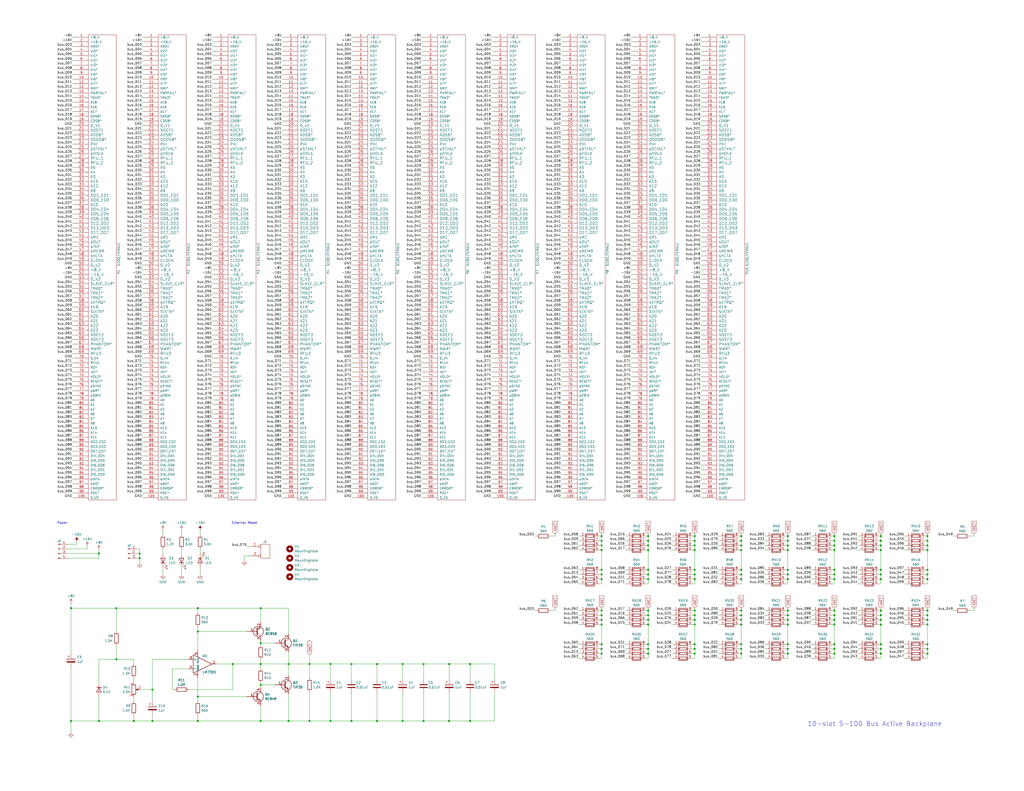
<source format=kicad_sch>
(kicad_sch (version 20230121) (generator eeschema)
  (paper "C")
  (title_block (title "Active Backplane") (date "2023-10-03") (rev "---"))
  (lib_symbols
    (symbol "backplane:+16V" (power) (pin_names (offset 0))
      (property "Value" "+16V" (at 0 3.556 0))
      (symbol "+16V_1_1"
        (pin power_in line (at 0 0 90) (length 0) hide (name "+16V") (number "1"))
      )
    )
    (symbol "backplane:+8V" (power) (pin_names (offset 0))
      (property "Value" "+8V" (at 0 3.556 0))
      (symbol "+8V_1_1"
        (pin power_in line (at 0 0 90) (length 0) hide (name "+8V") (number "1"))
      )
    )
    (symbol "backplane:-16V" (power) (pin_names (offset 0))
      (property "Value" "-16V" (at 0 3.81 0))
      (symbol "-16V_1_0"
        (pin power_in line (at 0 0 90) (length 0) hide (name "-16V") (number "1"))
      )
    )
    (symbol "backplane:BC848" (pin_names (offset 0) hide)
      (property "Reference" "Q" (at 5.08 1.27 0))
      (property "Value" "BC848" (at 5.08 -1.27 0))
      (symbol "BC848_1_1"
        (pin passive line (at -5.08 0 0) (length 5.715) (name "B") (number "1"))
        (pin passive line (at 2.54 -5.08 90) (length 2.54) (name "E") (number "2"))
        (pin passive line (at 2.54 5.08 270) (length 2.54) (name "C") (number "3"))
      )
    )
    (symbol "backplane:BC858" (pin_names (offset 0) hide)
      (property "Reference" "Q" (at 5.08 1.27 0))
      (property "Value" "BC858" (at 5.08 -1.27 0))
      (symbol "BC858_1_1"
        (pin input line (at -5.08 0 0) (length 5.715) (name "B") (number "1"))
        (pin passive line (at 2.54 -5.08 90) (length 2.54) (name "E") (number "2"))
        (pin passive line (at 2.54 5.08 270) (length 2.54) (name "C") (number "3"))
      )
    )
    (symbol "backplane:C" (pin_numbers hide) (pin_names (offset 0.254))
      (property "Reference" "C" (at 0.635 2.54 0))
      (property "Value" "C" (at 0.635 -2.54 0))
      (symbol "C_1_1"
        (pin passive line (at 0 3.81 270) (length 2.794) (name "~") (number "1"))
        (pin passive line (at 0 -3.81 90) (length 2.794) (name "~") (number "2"))
      )
    )
    (symbol "backplane:CONN_2" (pin_names (offset 1.016) hide)
      (property "Reference" "P" (at -1.27 0 90))
      (property "Value" "CONN_2" (at 1.27 0 90))
      (symbol "CONN_2_1_1"
        (pin passive inverted (at -8.89 2.54 0) (length 6.35) (name "P1") (number "1"))
        (pin passive inverted (at -8.89 -2.54 0) (length 6.35) (name "PM") (number "2"))
      )
    )
    (symbol "backplane:C_Polarized" (pin_numbers hide) (pin_names (offset 0.254))
      (property "Reference" "C" (at 0.635 2.54 0))
      (property "Value" "C_Polarized" (at 0.635 -2.54 0))
      (symbol "C_Polarized_1_1"
        (pin passive line (at 0 3.81 270) (length 2.794) (name "~") (number "1"))
        (pin passive line (at 0 -3.81 90) (length 2.794) (name "~") (number "2"))
      )
    )
    (symbol "backplane:Conn_01x03_Pin" (pin_names (offset 1.016) hide)
      (property "Reference" "J" (at 0 5.08 0))
      (property "Value" "Conn_01x03_Pin" (at 0 -5.08 0))
      (symbol "Conn_01x03_Pin_1_1"
        (pin passive line (at 5.08 2.54 180) (length 3.81) (name "Pin_1") (number "1"))
        (pin passive line (at 5.08 0 180) (length 3.81) (name "Pin_2") (number "2"))
        (pin passive line (at 5.08 -2.54 180) (length 3.81) (name "Pin_3") (number "3"))
      )
    )
    (symbol "backplane:Conn_01x04_Pin" (pin_names (offset 1.016) hide)
      (property "Reference" "J" (at 0 5.08 0))
      (property "Value" "Conn_01x04_Pin" (at 0 -7.62 0))
      (symbol "Conn_01x04_Pin_1_1"
        (pin passive line (at 5.08 2.54 180) (length 3.81) (name "Pin_1") (number "1"))
        (pin passive line (at 5.08 0 180) (length 3.81) (name "Pin_2") (number "2"))
        (pin passive line (at 5.08 -2.54 180) (length 3.81) (name "Pin_3") (number "3"))
        (pin passive line (at 5.08 -5.08 180) (length 3.81) (name "Pin_4") (number "4"))
      )
    )
    (symbol "backplane:D_Zener" (pin_numbers hide) (pin_names (offset 1.016) hide)
      (property "Reference" "D" (at 0 2.54 0))
      (property "Value" "D_Zener" (at 0 -2.54 0))
      (symbol "D_Zener_1_1"
        (pin passive line (at -3.81 0 0) (length 2.54) (name "K") (number "1"))
        (pin passive line (at 3.81 0 180) (length 2.54) (name "A") (number "2"))
      )
    )
    (symbol "backplane:GND" (power) (pin_names (offset 0))
      (property "Value" "GND" (at 0 -3.81 0))
      (symbol "GND_1_1"
        (pin power_in line (at 0 0 270) (length 0) hide (name "GND") (number "1"))
      )
    )
    (symbol "backplane:LED" (pin_numbers hide) (pin_names (offset 1.016) hide)
      (property "Reference" "D" (at 0 2.54 0))
      (property "Value" "LED" (at 0 -2.54 0))
      (symbol "LED_1_1"
        (pin passive line (at -3.81 0 0) (length 2.54) (name "K") (number "1"))
        (pin passive line (at 3.81 0 180) (length 2.54) (name "A") (number "2"))
      )
    )
    (symbol "backplane:LM7301" (pin_names (offset 0.127))
      (property "Reference" "U" (at 1.27 5.08 0))
      (property "Value" "LM7301" (at 3.81 -3.81 0))
      (symbol "LM7301_1_1"
        (pin output line (at 7.62 0 180) (length 2.54) (name "~") (number "1"))
        (pin power_in line (at -2.54 -7.62 90) (length 3.81) (name "Vee") (number "2"))
        (pin input line (at -7.62 2.54 0) (length 2.54) (name "+") (number "3"))
        (pin input line (at -7.62 -2.54 0) (length 2.54) (name "-") (number "4"))
        (pin power_in line (at -2.54 7.62 270) (length 3.81) (name "Vcc") (number "5"))
      )
    )
    (symbol "backplane:MountingHole" (pin_names (offset 1.016))
      (property "Reference" "H" (at 0 5.08 0))
      (property "Value" "MountingHole" (at 0 3.175 0))
    )
    (symbol "backplane:R" (pin_numbers hide) (pin_names (offset 0))
      (property "Reference" "R" (at 2.032 0 90))
      (property "Value" "R" (at 0 0 90))
      (symbol "R_1_1"
        (pin passive line (at 0 3.81 270) (length 1.27) (name "~") (number "1"))
        (pin passive line (at 0 -3.81 90) (length 1.27) (name "~") (number "2"))
      )
    )
    (symbol "backplane:R_Pack04" (pin_names (offset 0) hide)
      (property "Reference" "RN" (at -7.62 0 90))
      (property "Value" "R_Pack04" (at 5.08 0 90))
      (symbol "R_Pack04_1_1"
        (pin passive line (at -5.08 -5.08 90) (length 2.54) (name "R1.1") (number "1"))
        (pin passive line (at -2.54 -5.08 90) (length 2.54) (name "R2.1") (number "2"))
        (pin passive line (at 0 -5.08 90) (length 2.54) (name "R3.1") (number "3"))
        (pin passive line (at 2.54 -5.08 90) (length 2.54) (name "R4.1") (number "4"))
        (pin passive line (at 2.54 5.08 270) (length 2.54) (name "R4.2") (number "5"))
        (pin passive line (at 0 5.08 270) (length 2.54) (name "R3.2") (number "6"))
        (pin passive line (at -2.54 5.08 270) (length 2.54) (name "R2.2") (number "7"))
        (pin passive line (at -5.08 5.08 270) (length 2.54) (name "R1.2") (number "8"))
      )
    )
    (symbol "backplane:R_Potentiometer" (pin_names (offset 1.016) hide)
      (property "Reference" "RV" (at -4.445 0 90))
      (property "Value" "R_Potentiometer" (at -2.54 0 90))
      (symbol "R_Potentiometer_1_1"
        (pin passive line (at 0 3.81 270) (length 1.27) (name "1") (number "1"))
        (pin passive line (at 3.81 0 180) (length 1.27) (name "2") (number "2"))
        (pin passive line (at 0 -3.81 90) (length 1.27) (name "3") (number "3"))
      )
    )
    (symbol "backplane:S100_FEMALE" (pin_names (offset 1.016))
      (property "Reference" "P" (at 0 128.27 0))
      (property "Value" "S100_FEMALE" (at 8.89 0 90))
      (symbol "S100_FEMALE_1_1"
        (pin power_in line (at -16.51 125.73 0) (length 7.62) (name "+8_V") (number "1"))
        (pin bidirectional line (at -16.51 102.87 0) (length 7.62) (name "VI6*") (number "10"))
        (pin power_in line (at -16.51 -125.73 0) (length 7.62) (name "0_V5") (number "100"))
        (pin bidirectional line (at -16.51 100.33 0) (length 7.62) (name "VI7*") (number "11"))
        (pin bidirectional line (at -16.51 97.79 0) (length 7.62) (name "NMI*") (number "12"))
        (pin bidirectional line (at -16.51 95.25 0) (length 7.62) (name "PWRFAIL*") (number "13"))
        (pin bidirectional line (at -16.51 92.71 0) (length 7.62) (name "TMA3*") (number "14"))
        (pin bidirectional line (at -16.51 90.17 0) (length 7.62) (name "A18") (number "15"))
        (pin bidirectional line (at -16.51 87.63 0) (length 7.62) (name "A16") (number "16"))
        (pin bidirectional line (at -16.51 85.09 0) (length 7.62) (name "A17") (number "17"))
        (pin bidirectional line (at -16.51 82.55 0) (length 7.62) (name "SDSB*") (number "18"))
        (pin bidirectional line (at -16.51 80.01 0) (length 7.62) (name "CDSB*") (number "19"))
        (pin power_in line (at -16.51 123.19 0) (length 7.62) (name "+16_V") (number "2"))
        (pin bidirectional line (at -16.51 77.47 0) (length 7.62) (name "0_V1") (number "20"))
        (pin bidirectional line (at -16.51 74.93 0) (length 7.62) (name "NDEF1") (number "21"))
        (pin bidirectional line (at -16.51 72.39 0) (length 7.62) (name "ADSB*") (number "22"))
        (pin bidirectional line (at -16.51 69.85 0) (length 7.62) (name "DODSB*") (number "23"))
        (pin bidirectional line (at -16.51 67.31 0) (length 7.62) (name "PHI") (number "24"))
        (pin bidirectional line (at -16.51 64.77 0) (length 7.62) (name "pSTVAL*") (number "25"))
        (pin bidirectional line (at -16.51 62.23 0) (length 7.62) (name "pHDLA") (number "26"))
        (pin bidirectional line (at -16.51 59.69 0) (length 7.62) (name "RFU_1") (number "27"))
        (pin bidirectional line (at -16.51 57.15 0) (length 7.62) (name "RFU_2") (number "28"))
        (pin bidirectional line (at -16.51 54.61 0) (length 7.62) (name "A5") (number "29"))
        (pin bidirectional line (at -16.51 120.65 0) (length 7.62) (name "XRDY") (number "3"))
        (pin bidirectional line (at -16.51 52.07 0) (length 7.62) (name "A4") (number "30"))
        (pin bidirectional line (at -16.51 49.53 0) (length 7.62) (name "A3") (number "31"))
        (pin bidirectional line (at -16.51 46.99 0) (length 7.62) (name "A15") (number "32"))
        (pin bidirectional line (at -16.51 44.45 0) (length 7.62) (name "A12") (number "33"))
        (pin bidirectional line (at -16.51 41.91 0) (length 7.62) (name "A9") (number "34"))
        (pin bidirectional line (at -16.51 39.37 0) (length 7.62) (name "DO1_ED1") (number "35"))
        (pin bidirectional line (at -16.51 36.83 0) (length 7.62) (name "DO0_ED0") (number "36"))
        (pin bidirectional line (at -16.51 34.29 0) (length 7.62) (name "A10") (number "37"))
        (pin bidirectional line (at -16.51 31.75 0) (length 7.62) (name "DO4_ED4") (number "38"))
        (pin bidirectional line (at -16.51 29.21 0) (length 7.62) (name "DO5_ED5") (number "39"))
        (pin bidirectional line (at -16.51 118.11 0) (length 7.62) (name "VIO*") (number "4"))
        (pin bidirectional line (at -16.51 26.67 0) (length 7.62) (name "DO6_ED6") (number "40"))
        (pin bidirectional line (at -16.51 24.13 0) (length 7.62) (name "D12_OD2") (number "41"))
        (pin bidirectional line (at -16.51 21.59 0) (length 7.62) (name "D13_OD3") (number "42"))
        (pin bidirectional line (at -16.51 19.05 0) (length 7.62) (name "D17_OD7") (number "43"))
        (pin bidirectional line (at -16.51 16.51 0) (length 7.62) (name "sM1") (number "44"))
        (pin bidirectional line (at -16.51 13.97 0) (length 7.62) (name "sOUT") (number "45"))
        (pin bidirectional line (at -16.51 11.43 0) (length 7.62) (name "sINP") (number "46"))
        (pin bidirectional line (at -16.51 8.89 0) (length 7.62) (name "sMEMR") (number "47"))
        (pin bidirectional line (at -16.51 6.35 0) (length 7.62) (name "sHLTA") (number "48"))
        (pin bidirectional line (at -16.51 3.81 0) (length 7.62) (name "CLOCK") (number "49"))
        (pin bidirectional line (at -16.51 115.57 0) (length 7.62) (name "VI1*") (number "5"))
        (pin power_in line (at -16.51 1.27 0) (length 7.62) (name "0_V2") (number "50"))
        (pin power_in line (at -16.51 -1.27 0) (length 7.62) (name "+8_V") (number "51"))
        (pin power_in line (at -16.51 -3.81 0) (length 7.62) (name "-16_V") (number "52"))
        (pin bidirectional line (at -16.51 -6.35 0) (length 7.62) (name "0_V3") (number "53"))
        (pin bidirectional line (at -16.51 -8.89 0) (length 7.62) (name "SLAVE_CLR*") (number "54"))
        (pin bidirectional line (at -16.51 -11.43 0) (length 7.62) (name "TMA0*") (number "55"))
        (pin bidirectional line (at -16.51 -13.97 0) (length 7.62) (name "TMA1*") (number "56"))
        (pin bidirectional line (at -16.51 -16.51 0) (length 7.62) (name "TMA2*") (number "57"))
        (pin bidirectional line (at -16.51 -19.05 0) (length 7.62) (name "sXTRQ*") (number "58"))
        (pin bidirectional line (at -16.51 -21.59 0) (length 7.62) (name "A19") (number "59"))
        (pin bidirectional line (at -16.51 113.03 0) (length 7.62) (name "VI2*") (number "6"))
        (pin bidirectional line (at -16.51 -24.13 0) (length 7.62) (name "SIXTN*") (number "60"))
        (pin bidirectional line (at -16.51 -26.67 0) (length 7.62) (name "A20") (number "61"))
        (pin bidirectional line (at -16.51 -29.21 0) (length 7.62) (name "A21") (number "62"))
        (pin bidirectional line (at -16.51 -31.75 0) (length 7.62) (name "A22") (number "63"))
        (pin bidirectional line (at -16.51 -34.29 0) (length 7.62) (name "A23") (number "64"))
        (pin bidirectional line (at -16.51 -36.83 0) (length 7.62) (name "NDEF2") (number "65"))
        (pin bidirectional line (at -16.51 -39.37 0) (length 7.62) (name "NDEF3") (number "66"))
        (pin bidirectional line (at -16.51 -41.91 0) (length 7.62) (name "PHANTOM*") (number "67"))
        (pin bidirectional line (at -16.51 -44.45 0) (length 7.62) (name "MWRT") (number "68"))
        (pin bidirectional line (at -16.51 -46.99 0) (length 7.62) (name "RFU3") (number "69"))
        (pin bidirectional line (at -16.51 110.49 0) (length 7.62) (name "VI3*") (number "7"))
        (pin bidirectional line (at -16.51 -49.53 0) (length 7.62) (name "0_V4") (number "70"))
        (pin bidirectional line (at -16.51 -52.07 0) (length 7.62) (name "RFU4") (number "71"))
        (pin bidirectional line (at -16.51 -54.61 0) (length 7.62) (name "RDY") (number "72"))
        (pin bidirectional line (at -16.51 -57.15 0) (length 7.62) (name "INT*") (number "73"))
        (pin bidirectional line (at -16.51 -59.69 0) (length 7.62) (name "HOLD*") (number "74"))
        (pin bidirectional line (at -16.51 -62.23 0) (length 7.62) (name "RESET*") (number "75"))
        (pin bidirectional line (at -16.51 -64.77 0) (length 7.62) (name "pSYNC") (number "76"))
        (pin bidirectional line (at -16.51 -67.31 0) (length 7.62) (name "pWR*") (number "77"))
        (pin bidirectional line (at -16.51 -69.85 0) (length 7.62) (name "pDBIN") (number "78"))
        (pin bidirectional line (at -16.51 -72.39 0) (length 7.62) (name "A0") (number "79"))
        (pin bidirectional line (at -16.51 107.95 0) (length 7.62) (name "VI4*") (number "8"))
        (pin bidirectional line (at -16.51 -74.93 0) (length 7.62) (name "A1") (number "80"))
        (pin bidirectional line (at -16.51 -77.47 0) (length 7.62) (name "A2") (number "81"))
        (pin bidirectional line (at -16.51 -80.01 0) (length 7.62) (name "A6") (number "82"))
        (pin bidirectional line (at -16.51 -82.55 0) (length 7.62) (name "A7") (number "83"))
        (pin bidirectional line (at -16.51 -85.09 0) (length 7.62) (name "A8") (number "84"))
        (pin bidirectional line (at -16.51 -87.63 0) (length 7.62) (name "A13") (number "85"))
        (pin bidirectional line (at -16.51 -90.17 0) (length 7.62) (name "A14") (number "86"))
        (pin bidirectional line (at -16.51 -92.71 0) (length 7.62) (name "A11") (number "87"))
        (pin bidirectional line (at -16.51 -95.25 0) (length 7.62) (name "DO2_ED2") (number "88"))
        (pin bidirectional line (at -16.51 -97.79 0) (length 7.62) (name "DO3_ED3") (number "89"))
        (pin bidirectional line (at -16.51 105.41 0) (length 7.62) (name "VI5*") (number "9"))
        (pin bidirectional line (at -16.51 -100.33 0) (length 7.62) (name "DO7_ED7") (number "90"))
        (pin bidirectional line (at -16.51 -102.87 0) (length 7.62) (name "DI4_OD4") (number "91"))
        (pin bidirectional line (at -16.51 -105.41 0) (length 7.62) (name "DI5_OD5") (number "92"))
        (pin bidirectional line (at -16.51 -107.95 0) (length 7.62) (name "DI6_OD6") (number "93"))
        (pin bidirectional line (at -16.51 -110.49 0) (length 7.62) (name "DI1_OD1") (number "94"))
        (pin bidirectional line (at -16.51 -113.03 0) (length 7.62) (name "DI0_OD0") (number "95"))
        (pin bidirectional line (at -16.51 -115.57 0) (length 7.62) (name "sINTA") (number "96"))
        (pin bidirectional line (at -16.51 -118.11 0) (length 7.62) (name "sWO*") (number "97"))
        (pin bidirectional line (at -16.51 -120.65 0) (length 7.62) (name "ERROR*") (number "98"))
        (pin bidirectional line (at -16.51 -123.19 0) (length 7.62) (name "POC*") (number "99"))
      )
    )
    (symbol "backplane:TIP29" (pin_names (offset 0) hide)
      (property "Reference" "Q" (at 5.08 1.27 0))
      (property "Value" "TIP29" (at 5.08 -1.27 0))
      (symbol "TIP29_1_1"
        (pin input line (at -5.08 0 0) (length 5.715) (name "B") (number "1"))
        (pin passive line (at 2.54 5.08 270) (length 2.54) (name "C") (number "2"))
        (pin passive line (at 2.54 -5.08 90) (length 2.54) (name "E") (number "3"))
      )
    )
    (symbol "backplane:TIP30" (pin_names (offset 0) hide)
      (property "Reference" "Q" (at 5.08 1.27 0))
      (property "Value" "TIP30" (at 5.08 -1.27 0))
      (symbol "TIP30_1_1"
        (pin input line (at -5.08 0 0) (length 5.715) (name "B") (number "1"))
        (pin passive line (at 2.54 5.08 270) (length 2.54) (name "C") (number "2"))
        (pin passive line (at 2.54 -5.08 90) (length 2.54) (name "E") (number "3"))
      )
    )
  )
  (junction (at 379.095 313.69))
  (junction (at 455.295 354.33))
  (junction (at 455.295 297.815))
  (junction (at 63.5 360.045))
  (junction (at 506.095 335.915))
  (junction (at 455.295 351.79))
  (junction (at 404.495 313.69))
  (junction (at 429.895 295.275))
  (junction (at 404.495 338.455))
  (junction (at 506.095 351.79))
  (junction (at 506.095 292.735))
  (junction (at 328.295 316.23))
  (junction (at 404.495 354.33))
  (junction (at 353.695 316.23))
  (junction (at 404.495 311.15))
  (junction (at 38.735 393.7))
  (junction (at 191.77 393.7))
  (junction (at 455.295 338.455))
  (junction (at 404.495 335.915))
  (junction (at 53.975 302.26))
  (junction (at 480.695 297.815))
  (junction (at 404.495 316.23))
  (junction (at 168.91 362.585))
  (junction (at 379.095 354.33))
  (junction (at 83.185 376.555))
  (junction (at 429.895 351.79))
  (junction (at 205.74 362.585))
  (junction (at 353.695 300.355))
  (junction (at 231.14 393.7))
  (junction (at 404.495 340.995))
  (junction (at 404.495 292.735))
  (junction (at 429.895 300.355))
  (junction (at 379.095 356.87))
  (junction (at 245.11 393.7))
  (junction (at 480.695 356.87))
  (junction (at 328.295 295.275))
  (junction (at 480.695 333.375))
  (junction (at 353.695 333.375))
  (junction (at 142.24 393.7))
  (junction (at 107.95 380.365))
  (junction (at 429.895 356.87))
  (junction (at 404.495 300.355))
  (junction (at 455.295 335.915))
  (junction (at 328.295 311.15))
  (junction (at 83.185 393.7))
  (junction (at 379.095 340.995))
  (junction (at 455.295 340.995))
  (junction (at 429.895 335.915))
  (junction (at 429.895 311.15))
  (junction (at 191.77 362.585))
  (junction (at 107.95 393.7))
  (junction (at 353.695 313.69))
  (junction (at 353.695 311.15))
  (junction (at 480.695 340.995))
  (junction (at 379.095 311.15))
  (junction (at 480.695 338.455))
  (junction (at 328.295 313.69))
  (junction (at 142.24 332.105))
  (junction (at 38.735 332.105))
  (junction (at 379.095 297.815))
  (junction (at 455.295 292.735))
  (junction (at 168.91 393.7))
  (junction (at 379.095 292.735))
  (junction (at 429.895 313.69))
  (junction (at 404.495 297.815))
  (junction (at 328.295 297.815))
  (junction (at 353.695 338.455))
  (junction (at 180.34 393.7))
  (junction (at 379.095 295.275))
  (junction (at 205.74 393.7))
  (junction (at 328.295 356.87))
  (junction (at 480.695 354.33))
  (junction (at 455.295 333.375))
  (junction (at 506.095 356.87))
  (junction (at 455.295 295.275))
  (junction (at 379.095 335.915))
  (junction (at 379.095 316.23))
  (junction (at 429.895 297.815))
  (junction (at 328.295 340.995))
  (junction (at 455.295 316.23))
  (junction (at 455.295 313.69))
  (junction (at 404.495 356.87))
  (junction (at 157.48 362.585))
  (junction (at 506.095 297.815))
  (junction (at 455.295 311.15))
  (junction (at 256.54 362.585))
  (junction (at 429.895 333.375))
  (junction (at 157.48 393.7))
  (junction (at 429.895 354.33))
  (junction (at 379.095 300.355))
  (junction (at 404.495 333.375))
  (junction (at 63.5 332.105))
  (junction (at 142.24 374.015))
  (junction (at 480.695 351.79))
  (junction (at 379.095 333.375))
  (junction (at 353.695 340.995))
  (junction (at 353.695 297.815))
  (junction (at 480.695 292.735))
  (junction (at 506.095 300.355))
  (junction (at 480.695 316.23))
  (junction (at 404.495 295.275))
  (junction (at 480.695 311.15))
  (junction (at 256.54 393.7))
  (junction (at 429.895 292.735))
  (junction (at 353.695 292.735))
  (junction (at 353.695 354.33))
  (junction (at 328.295 292.735))
  (junction (at 231.14 362.585))
  (junction (at 328.295 335.915))
  (junction (at 506.095 333.375))
  (junction (at 404.495 351.79))
  (junction (at 219.71 393.7))
  (junction (at 506.095 313.69))
  (junction (at 480.695 300.355))
  (junction (at 480.695 295.275))
  (junction (at 328.295 351.79))
  (junction (at 429.895 338.455))
  (junction (at 455.295 300.355))
  (junction (at 53.975 393.7))
  (junction (at 353.695 335.915))
  (junction (at 506.095 295.275))
  (junction (at 73.025 393.7))
  (junction (at 219.71 362.585))
  (junction (at 328.295 354.33))
  (junction (at 127 362.585))
  (junction (at 245.11 362.585))
  (junction (at 328.295 338.455))
  (junction (at 506.095 316.23))
  (junction (at 379.095 338.455))
  (junction (at 353.695 356.87))
  (junction (at 142.24 362.585))
  (junction (at 429.895 340.995))
  (junction (at 506.095 338.455))
  (junction (at 480.695 335.915))
  (junction (at 480.695 313.69))
  (junction (at 142.24 351.155))
  (junction (at 353.695 295.275))
  (junction (at 328.295 333.375))
  (junction (at 107.95 332.105))
  (junction (at 506.095 340.995))
  (junction (at 76.2 304.8))
  (junction (at 506.095 354.33))
  (junction (at 455.295 356.87))
  (junction (at 107.95 344.805))
  (junction (at 379.095 351.79))
  (junction (at 429.895 316.23))
  (junction (at 328.295 300.355))
  (junction (at 180.34 362.585))
  (junction (at 353.695 351.79))
  (junction (at 76.2 302.26))
  (junction (at 506.095 311.15))
  (wire (pts (xy 340.995 335.915) (xy 342.265 335.915)))
  (wire (pts (xy 115.57 137.16) (xy 116.84 137.16)))
  (wire (pts (xy 153.67 50.8) (xy 154.94 50.8)))
  (wire (pts (xy 480.695 332.105) (xy 480.695 333.375)))
  (wire (pts (xy 115.57 124.46) (xy 116.84 124.46)))
  (wire (pts (xy 382.27 215.9) (xy 383.54 215.9)))
  (wire (pts (xy 39.37 81.28) (xy 40.64 81.28)))
  (wire (pts (xy 229.87 114.3) (xy 231.14 114.3)))
  (wire (pts (xy 229.87 233.68) (xy 231.14 233.68)))
  (wire (pts (xy 267.97 78.74) (xy 269.24 78.74)))
  (wire (pts (xy 229.87 134.62) (xy 231.14 134.62)))
  (wire (pts (xy 379.095 297.815) (xy 379.095 295.275)))
  (wire (pts (xy 306.07 88.9) (xy 307.34 88.9)))
  (wire (pts (xy 493.395 313.69) (xy 494.665 313.69)))
  (wire (pts (xy 115.57 157.48) (xy 116.84 157.48)))
  (wire (pts (xy 115.57 241.3) (xy 116.84 241.3)))
  (wire (pts (xy 39.37 134.62) (xy 40.64 134.62)))
  (wire (pts (xy 229.87 88.9) (xy 231.14 88.9)))
  (wire (pts (xy 267.97 208.28) (xy 269.24 208.28)))
  (wire (pts (xy 63.5 352.425) (xy 63.5 360.045)))
  (wire (pts (xy 366.395 313.69) (xy 367.665 313.69)))
  (wire (pts (xy 315.595 292.735) (xy 316.865 292.735)))
  (wire (pts (xy 229.87 63.5) (xy 231.14 63.5)))
  (wire (pts (xy 191.77 200.66) (xy 193.04 200.66)))
  (wire (pts (xy 39.37 119.38) (xy 40.64 119.38)))
  (wire (pts (xy 382.27 119.38) (xy 383.54 119.38)))
  (wire (pts (xy 382.27 134.62) (xy 383.54 134.62)))
  (wire (pts (xy 391.795 292.735) (xy 393.065 292.735)))
  (wire (pts (xy 403.225 356.87) (xy 404.495 356.87)))
  (wire (pts (xy 231.14 393.7) (xy 245.11 393.7)))
  (wire (pts (xy 153.67 27.94) (xy 154.94 27.94)))
  (wire (pts (xy 306.07 251.46) (xy 307.34 251.46)))
  (wire (pts (xy 39.37 20.32) (xy 40.64 20.32)))
  (wire (pts (xy 403.225 340.995) (xy 404.495 340.995)))
  (wire (pts (xy 306.07 71.12) (xy 307.34 71.12)))
  (wire (pts (xy 153.67 198.12) (xy 154.94 198.12)))
  (wire (pts (xy 142.24 372.745) (xy 142.24 374.015)))
  (wire (pts (xy 480.695 295.275) (xy 480.695 292.735)))
  (wire (pts (xy 115.57 66.04) (xy 116.84 66.04)))
  (wire (pts (xy 344.17 210.82) (xy 345.44 210.82)))
  (wire (pts (xy 479.425 300.355) (xy 480.695 300.355)))
  (wire (pts (xy 352.425 311.15) (xy 353.695 311.15)))
  (wire (pts (xy 382.27 205.74) (xy 383.54 205.74)))
  (wire (pts (xy 153.67 154.94) (xy 154.94 154.94)))
  (wire (pts (xy 191.77 167.64) (xy 193.04 167.64)))
  (wire (pts (xy 267.97 96.52) (xy 269.24 96.52)))
  (wire (pts (xy 379.095 354.33) (xy 379.095 351.79)))
  (wire (pts (xy 403.225 297.815) (xy 404.495 297.815)))
  (wire (pts (xy 267.97 170.18) (xy 269.24 170.18)))
  (wire (pts (xy 191.77 111.76) (xy 193.04 111.76)))
  (wire (pts (xy 455.295 354.33) (xy 455.295 351.79)))
  (wire (pts (xy 506.095 295.275) (xy 506.095 292.735)))
  (wire (pts (xy 39.37 243.84) (xy 40.64 243.84)))
  (wire (pts (xy 315.595 295.275) (xy 316.865 295.275)))
  (wire (pts (xy 229.87 152.4) (xy 231.14 152.4)))
  (wire (pts (xy 267.97 58.42) (xy 269.24 58.42)))
  (wire (pts (xy 382.27 152.4) (xy 383.54 152.4)))
  (wire (pts (xy 191.77 86.36) (xy 193.04 86.36)))
  (wire (pts (xy 77.47 172.72) (xy 78.74 172.72)))
  (wire (pts (xy 455.295 340.995) (xy 455.295 338.455)))
  (wire (pts (xy 267.97 175.26) (xy 269.24 175.26)))
  (wire (pts (xy 382.27 132.08) (xy 383.54 132.08)))
  (wire (pts (xy 493.395 356.87) (xy 494.665 356.87)))
  (wire (pts (xy 77.47 190.5) (xy 78.74 190.5)))
  (wire (pts (xy 306.07 157.48) (xy 307.34 157.48)))
  (wire (pts (xy 429.895 354.33) (xy 429.895 351.79)))
  (wire (pts (xy 344.17 137.16) (xy 345.44 137.16)))
  (wire (pts (xy 39.37 99.06) (xy 40.64 99.06)))
  (wire (pts (xy 306.07 246.38) (xy 307.34 246.38)))
  (wire (pts (xy 77.47 231.14) (xy 78.74 231.14)))
  (wire (pts (xy 306.07 22.86) (xy 307.34 22.86)))
  (wire (pts (xy 191.77 271.78) (xy 193.04 271.78)))
  (wire (pts (xy 102.87 376.555) (xy 127 376.555)))
  (wire (pts (xy 115.57 127) (xy 116.84 127)))
  (wire (pts (xy 229.87 187.96) (xy 231.14 187.96)))
  (wire (pts (xy 267.97 241.3) (xy 269.24 241.3)))
  (wire (pts (xy 36.83 302.26) (xy 53.975 302.26)))
  (wire (pts (xy 191.77 193.04) (xy 193.04 193.04)))
  (wire (pts (xy 115.57 203.2) (xy 116.84 203.2)))
  (wire (pts (xy 115.57 139.7) (xy 116.84 139.7)))
  (wire (pts (xy 77.47 144.78) (xy 78.74 144.78)))
  (wire (pts (xy 191.77 362.585) (xy 191.77 370.84)))
  (wire (pts (xy 344.17 134.62) (xy 345.44 134.62)))
  (wire (pts (xy 382.27 170.18) (xy 383.54 170.18)))
  (wire (pts (xy 267.97 116.84) (xy 269.24 116.84)))
  (wire (pts (xy 229.87 25.4) (xy 231.14 25.4)))
  (wire (pts (xy 267.97 190.5) (xy 269.24 190.5)))
  (wire (pts (xy 229.87 48.26) (xy 231.14 48.26)))
  (wire (pts (xy 454.025 335.915) (xy 455.295 335.915)))
  (wire (pts (xy 39.37 55.88) (xy 40.64 55.88)))
  (wire (pts (xy 382.27 93.98) (xy 383.54 93.98)))
  (wire (pts (xy 306.07 266.7) (xy 307.34 266.7)))
  (wire (pts (xy 493.395 311.15) (xy 494.665 311.15)))
  (wire (pts (xy 77.47 215.9) (xy 78.74 215.9)))
  (wire (pts (xy 39.37 210.82) (xy 40.64 210.82)))
  (wire (pts (xy 153.67 269.24) (xy 154.94 269.24)))
  (wire (pts (xy 306.07 233.68) (xy 307.34 233.68)))
  (wire (pts (xy 340.995 351.79) (xy 342.265 351.79)))
  (wire (pts (xy 267.97 160.02) (xy 269.24 160.02)))
  (wire (pts (xy 267.97 167.64) (xy 269.24 167.64)))
  (wire (pts (xy 344.17 228.6) (xy 345.44 228.6)))
  (wire (pts (xy 306.07 111.76) (xy 307.34 111.76)))
  (wire (pts (xy 267.97 48.26) (xy 269.24 48.26)))
  (wire (pts (xy 382.27 193.04) (xy 383.54 193.04)))
  (wire (pts (xy 493.395 359.41) (xy 494.665 359.41)))
  (wire (pts (xy 382.27 241.3) (xy 383.54 241.3)))
  (wire (pts (xy 493.395 351.79) (xy 494.665 351.79)))
  (wire (pts (xy 267.97 27.94) (xy 269.24 27.94)))
  (wire (pts (xy 382.27 76.2) (xy 383.54 76.2)))
  (wire (pts (xy 442.595 354.33) (xy 443.865 354.33)))
  (wire (pts (xy 115.57 45.72) (xy 116.84 45.72)))
  (wire (pts (xy 454.025 297.815) (xy 455.295 297.815)))
  (wire (pts (xy 328.295 297.815) (xy 328.295 295.275)))
  (wire (pts (xy 77.47 134.62) (xy 78.74 134.62)))
  (wire (pts (xy 267.97 38.1) (xy 269.24 38.1)))
  (wire (pts (xy 344.17 22.86) (xy 345.44 22.86)))
  (wire (pts (xy 229.87 251.46) (xy 231.14 251.46)))
  (wire (pts (xy 191.77 236.22) (xy 193.04 236.22)))
  (wire (pts (xy 77.47 228.6) (xy 78.74 228.6)))
  (wire (pts (xy 352.425 292.735) (xy 353.695 292.735)))
  (wire (pts (xy 455.295 313.69) (xy 455.295 311.15)))
  (wire (pts (xy 115.57 251.46) (xy 116.84 251.46)))
  (wire (pts (xy 153.67 165.1) (xy 154.94 165.1)))
  (wire (pts (xy 315.595 316.23) (xy 316.865 316.23)))
  (wire (pts (xy 88.9 299.72) (xy 88.9 302.26)))
  (wire (pts (xy 429.895 351.79) (xy 429.895 340.995)))
  (wire (pts (xy 53.975 372.745) (xy 53.975 360.045)))
  (wire (pts (xy 115.57 180.34) (xy 116.84 180.34)))
  (wire (pts (xy 340.995 340.995) (xy 342.265 340.995)))
  (wire (pts (xy 306.07 33.02) (xy 307.34 33.02)))
  (wire (pts (xy 417.195 340.995) (xy 418.465 340.995)))
  (wire (pts (xy 77.47 73.66) (xy 78.74 73.66)))
  (wire (pts (xy 377.825 300.355) (xy 379.095 300.355)))
  (wire (pts (xy 229.87 60.96) (xy 231.14 60.96)))
  (wire (pts (xy 77.47 88.9) (xy 78.74 88.9)))
  (wire (pts (xy 306.07 81.28) (xy 307.34 81.28)))
  (wire (pts (xy 306.07 20.32) (xy 307.34 20.32)))
  (wire (pts (xy 344.17 251.46) (xy 345.44 251.46)))
  (wire (pts (xy 107.95 334.645) (xy 107.95 332.105)))
  (wire (pts (xy 107.95 344.805) (xy 134.62 344.805)))
  (wire (pts (xy 504.825 351.79) (xy 506.095 351.79)))
  (wire (pts (xy 153.67 238.76) (xy 154.94 238.76)))
  (wire (pts (xy 267.97 25.4) (xy 269.24 25.4)))
  (wire (pts (xy 39.37 142.24) (xy 40.64 142.24)))
  (wire (pts (xy 467.995 356.87) (xy 469.265 356.87)))
  (wire (pts (xy 153.67 73.66) (xy 154.94 73.66)))
  (wire (pts (xy 191.77 27.94) (xy 193.04 27.94)))
  (wire (pts (xy 306.07 149.86) (xy 307.34 149.86)))
  (wire (pts (xy 382.27 60.96) (xy 383.54 60.96)))
  (wire (pts (xy 191.77 106.68) (xy 193.04 106.68)))
  (wire (pts (xy 429.895 318.77) (xy 429.895 316.23)))
  (wire (pts (xy 344.17 55.88) (xy 345.44 55.88)))
  (wire (pts (xy 77.47 86.36) (xy 78.74 86.36)))
  (wire (pts (xy 340.995 356.87) (xy 342.265 356.87)))
  (wire (pts (xy 153.67 48.26) (xy 154.94 48.26)))
  (wire (pts (xy 153.67 116.84) (xy 154.94 116.84)))
  (wire (pts (xy 306.07 167.64) (xy 307.34 167.64)))
  (wire (pts (xy 344.17 86.36) (xy 345.44 86.36)))
  (wire (pts (xy 442.595 297.815) (xy 443.865 297.815)))
  (wire (pts (xy 382.27 78.74) (xy 383.54 78.74)))
  (wire (pts (xy 153.67 147.32) (xy 154.94 147.32)))
  (wire (pts (xy 327.025 338.455) (xy 328.295 338.455)))
  (wire (pts (xy 267.97 86.36) (xy 269.24 86.36)))
  (wire (pts (xy 229.87 71.12) (xy 231.14 71.12)))
  (wire (pts (xy 382.27 40.64) (xy 383.54 40.64)))
  (wire (pts (xy 344.17 160.02) (xy 345.44 160.02)))
  (wire (pts (xy 168.91 393.7) (xy 180.34 393.7)))
  (wire (pts (xy 306.07 261.62) (xy 307.34 261.62)))
  (wire (pts (xy 191.77 269.24) (xy 193.04 269.24)))
  (wire (pts (xy 115.57 38.1) (xy 116.84 38.1)))
  (wire (pts (xy 153.67 76.2) (xy 154.94 76.2)))
  (wire (pts (xy 153.67 124.46) (xy 154.94 124.46)))
  (wire (pts (xy 382.27 177.8) (xy 383.54 177.8)))
  (wire (pts (xy 39.37 251.46) (xy 40.64 251.46)))
  (wire (pts (xy 115.57 236.22) (xy 116.84 236.22)))
  (wire (pts (xy 115.57 218.44) (xy 116.84 218.44)))
  (wire (pts (xy 191.77 185.42) (xy 193.04 185.42)))
  (wire (pts (xy 77.47 63.5) (xy 78.74 63.5)))
  (wire (pts (xy 191.77 40.64) (xy 193.04 40.64)))
  (wire (pts (xy 229.87 149.86) (xy 231.14 149.86)))
  (wire (pts (xy 315.595 333.375) (xy 316.865 333.375)))
  (wire (pts (xy 382.27 68.58) (xy 383.54 68.58)))
  (wire (pts (xy 229.87 101.6) (xy 231.14 101.6)))
  (wire (pts (xy 229.87 182.88) (xy 231.14 182.88)))
  (wire (pts (xy 479.425 354.33) (xy 480.695 354.33)))
  (wire (pts (xy 306.07 147.32) (xy 307.34 147.32)))
  (wire (pts (xy 73.025 390.525) (xy 73.025 393.7)))
  (wire (pts (xy 352.425 351.79) (xy 353.695 351.79)))
  (wire (pts (xy 191.77 254) (xy 193.04 254)))
  (wire (pts (xy 417.195 359.41) (xy 418.465 359.41)))
  (wire (pts (xy 504.825 354.33) (xy 506.095 354.33)))
  (wire (pts (xy 344.17 129.54) (xy 345.44 129.54)))
  (wire (pts (xy 83.185 360.045) (xy 83.185 376.555)))
  (wire (pts (xy 404.495 335.915) (xy 404.495 333.375)))
  (wire (pts (xy 205.74 393.7) (xy 219.71 393.7)))
  (wire (pts (xy 382.27 106.68) (xy 383.54 106.68)))
  (wire (pts (xy 99.06 299.72) (xy 99.06 302.26)))
  (wire (pts (xy 267.97 218.44) (xy 269.24 218.44)))
  (wire (pts (xy 153.67 157.48) (xy 154.94 157.48)))
  (wire (pts (xy 344.17 182.88) (xy 345.44 182.88)))
  (wire (pts (xy 306.07 154.94) (xy 307.34 154.94)))
  (wire (pts (xy 382.27 73.66) (xy 383.54 73.66)))
  (wire (pts (xy 366.395 356.87) (xy 367.665 356.87)))
  (wire (pts (xy 379.095 318.77) (xy 379.095 316.23)))
  (wire (pts (xy 382.27 88.9) (xy 383.54 88.9)))
  (wire (pts (xy 429.895 291.465) (xy 429.895 292.735)))
  (wire (pts (xy 352.425 313.69) (xy 353.695 313.69)))
  (wire (pts (xy 83.185 393.7) (xy 107.95 393.7)))
  (wire (pts (xy 39.37 73.66) (xy 40.64 73.66)))
  (wire (pts (xy 229.87 170.18) (xy 231.14 170.18)))
  (wire (pts (xy 377.825 295.275) (xy 379.095 295.275)))
  (wire (pts (xy 191.77 43.18) (xy 193.04 43.18)))
  (wire (pts (xy 63.5 360.045) (xy 73.025 360.045)))
  (wire (pts (xy 306.07 38.1) (xy 307.34 38.1)))
  (wire (pts (xy 480.695 359.41) (xy 480.695 356.87)))
  (wire (pts (xy 391.795 354.33) (xy 393.065 354.33)))
  (wire (pts (xy 39.37 203.2) (xy 40.64 203.2)))
  (wire (pts (xy 327.025 333.375) (xy 328.295 333.375)))
  (wire (pts (xy 267.97 134.62) (xy 269.24 134.62)))
  (wire (pts (xy 153.67 81.28) (xy 154.94 81.28)))
  (wire (pts (xy 455.295 335.915) (xy 455.295 333.375)))
  (wire (pts (xy 153.67 66.04) (xy 154.94 66.04)))
  (wire (pts (xy 39.37 177.8) (xy 40.64 177.8)))
  (wire (pts (xy 344.17 208.28) (xy 345.44 208.28)))
  (wire (pts (xy 267.97 261.62) (xy 269.24 261.62)))
  (wire (pts (xy 229.87 132.08) (xy 231.14 132.08)))
  (wire (pts (xy 528.955 333.375) (xy 531.495 333.375)))
  (wire (pts (xy 39.37 175.26) (xy 40.64 175.26)))
  (wire (pts (xy 306.07 93.98) (xy 307.34 93.98)))
  (wire (pts (xy 256.54 378.46) (xy 256.54 393.7)))
  (wire (pts (xy 455.295 356.87) (xy 455.295 354.33)))
  (wire (pts (xy 153.67 86.36) (xy 154.94 86.36)))
  (wire (pts (xy 480.695 297.815) (xy 480.695 295.275)))
  (wire (pts (xy 493.395 354.33) (xy 494.665 354.33)))
  (wire (pts (xy 191.77 73.66) (xy 193.04 73.66)))
  (wire (pts (xy 267.97 40.64) (xy 269.24 40.64)))
  (wire (pts (xy 229.87 93.98) (xy 231.14 93.98)))
  (wire (pts (xy 191.77 205.74) (xy 193.04 205.74)))
  (wire (pts (xy 229.87 248.92) (xy 231.14 248.92)))
  (wire (pts (xy 344.17 43.18) (xy 345.44 43.18)))
  (wire (pts (xy 455.295 295.275) (xy 455.295 292.735)))
  (wire (pts (xy 191.77 48.26) (xy 193.04 48.26)))
  (wire (pts (xy 382.27 124.46) (xy 383.54 124.46)))
  (wire (pts (xy 115.57 187.96) (xy 116.84 187.96)))
  (wire (pts (xy 191.77 20.32) (xy 193.04 20.32)))
  (wire (pts (xy 382.27 254) (xy 383.54 254)))
  (wire (pts (xy 115.57 106.68) (xy 116.84 106.68)))
  (wire (pts (xy 344.17 106.68) (xy 345.44 106.68)))
  (wire (pts (xy 191.77 99.06) (xy 193.04 99.06)))
  (wire (pts (xy 231.14 362.585) (xy 245.11 362.585)))
  (wire (pts (xy 229.87 193.04) (xy 231.14 193.04)))
  (wire (pts (xy 327.025 300.355) (xy 328.295 300.355)))
  (wire (pts (xy 306.07 152.4) (xy 307.34 152.4)))
  (wire (pts (xy 267.97 104.14) (xy 269.24 104.14)))
  (wire (pts (xy 107.95 342.265) (xy 107.95 344.805)))
  (wire (pts (xy 153.67 104.14) (xy 154.94 104.14)))
  (wire (pts (xy 191.77 137.16) (xy 193.04 137.16)))
  (wire (pts (xy 344.17 231.14) (xy 345.44 231.14)))
  (wire (pts (xy 115.57 147.32) (xy 116.84 147.32)))
  (wire (pts (xy 267.97 106.68) (xy 269.24 106.68)))
  (wire (pts (xy 267.97 269.24) (xy 269.24 269.24)))
  (wire (pts (xy 191.77 109.22) (xy 193.04 109.22)))
  (wire (pts (xy 77.47 157.48) (xy 78.74 157.48)))
  (wire (pts (xy 382.27 53.34) (xy 383.54 53.34)))
  (wire (pts (xy 479.425 311.15) (xy 480.695 311.15)))
  (wire (pts (xy 327.025 313.69) (xy 328.295 313.69)))
  (wire (pts (xy 377.825 297.815) (xy 379.095 297.815)))
  (wire (pts (xy 267.97 177.8) (xy 269.24 177.8)))
  (wire (pts (xy 344.17 243.84) (xy 345.44 243.84)))
  (wire (pts (xy 115.57 99.06) (xy 116.84 99.06)))
  (wire (pts (xy 53.975 302.26) (xy 53.975 300.355)))
  (wire (pts (xy 115.57 33.02) (xy 116.84 33.02)))
  (wire (pts (xy 429.895 359.41) (xy 429.895 356.87)))
  (wire (pts (xy 77.47 210.82) (xy 78.74 210.82)))
  (wire (pts (xy 344.17 195.58) (xy 345.44 195.58)))
  (wire (pts (xy 77.47 165.1) (xy 78.74 165.1)))
  (wire (pts (xy 38.735 364.49) (xy 38.735 393.7)))
  (wire (pts (xy 229.87 40.64) (xy 231.14 40.64)))
  (wire (pts (xy 115.57 144.78) (xy 116.84 144.78)))
  (wire (pts (xy 153.67 121.92) (xy 154.94 121.92)))
  (wire (pts (xy 191.77 25.4) (xy 193.04 25.4)))
  (wire (pts (xy 377.825 351.79) (xy 379.095 351.79)))
  (wire (pts (xy 153.67 20.32) (xy 154.94 20.32)))
  (wire (pts (xy 352.425 297.815) (xy 353.695 297.815)))
  (wire (pts (xy 157.48 362.585) (xy 157.48 368.935)))
  (wire (pts (xy 191.77 261.62) (xy 193.04 261.62)))
  (wire (pts (xy 39.37 162.56) (xy 40.64 162.56)))
  (wire (pts (xy 267.97 193.04) (xy 269.24 193.04)))
  (wire (pts (xy 382.27 20.32) (xy 383.54 20.32)))
  (wire (pts (xy 77.47 218.44) (xy 78.74 218.44)))
  (wire (pts (xy 191.77 213.36) (xy 193.04 213.36)))
  (wire (pts (xy 306.07 200.66) (xy 307.34 200.66)))
  (wire (pts (xy 428.625 351.79) (xy 429.895 351.79)))
  (wire (pts (xy 382.27 200.66) (xy 383.54 200.66)))
  (wire (pts (xy 442.595 295.275) (xy 443.865 295.275)))
  (wire (pts (xy 340.995 333.375) (xy 342.265 333.375)))
  (wire (pts (xy 344.17 167.64) (xy 345.44 167.64)))
  (wire (pts (xy 53.975 393.7) (xy 73.025 393.7)))
  (wire (pts (xy 77.47 78.74) (xy 78.74 78.74)))
  (wire (pts (xy 153.67 233.68) (xy 154.94 233.68)))
  (wire (pts (xy 39.37 182.88) (xy 40.64 182.88)))
  (wire (pts (xy 267.97 228.6) (xy 269.24 228.6)))
  (wire (pts (xy 382.27 116.84) (xy 383.54 116.84)))
  (wire (pts (xy 382.27 261.62) (xy 383.54 261.62)))
  (wire (pts (xy 153.67 185.42) (xy 154.94 185.42)))
  (wire (pts (xy 245.11 362.585) (xy 256.54 362.585)))
  (wire (pts (xy 467.995 292.735) (xy 469.265 292.735)))
  (wire (pts (xy 442.595 333.375) (xy 443.865 333.375)))
  (wire (pts (xy 153.67 162.56) (xy 154.94 162.56)))
  (wire (pts (xy 382.27 236.22) (xy 383.54 236.22)))
  (wire (pts (xy 77.47 246.38) (xy 78.74 246.38)))
  (wire (pts (xy 153.67 137.16) (xy 154.94 137.16)))
  (wire (pts (xy 353.695 335.915) (xy 353.695 333.375)))
  (wire (pts (xy 455.295 318.77) (xy 455.295 316.23)))
  (wire (pts (xy 344.17 144.78) (xy 345.44 144.78)))
  (wire (pts (xy 229.87 165.1) (xy 231.14 165.1)))
  (wire (pts (xy 39.37 63.5) (xy 40.64 63.5)))
  (wire (pts (xy 77.47 66.04) (xy 78.74 66.04)))
  (wire (pts (xy 504.825 340.995) (xy 506.095 340.995)))
  (wire (pts (xy 191.77 243.84) (xy 193.04 243.84)))
  (wire (pts (xy 306.07 264.16) (xy 307.34 264.16)))
  (wire (pts (xy 77.47 25.4) (xy 78.74 25.4)))
  (wire (pts (xy 77.47 170.18) (xy 78.74 170.18)))
  (wire (pts (xy 328.295 338.455) (xy 328.295 335.915)))
  (wire (pts (xy 191.77 124.46) (xy 193.04 124.46)))
  (wire (pts (xy 306.07 139.7) (xy 307.34 139.7)))
  (wire (pts (xy 77.47 116.84) (xy 78.74 116.84)))
  (wire (pts (xy 115.57 48.26) (xy 116.84 48.26)))
  (wire (pts (xy 115.57 228.6) (xy 116.84 228.6)))
  (wire (pts (xy 404.495 338.455) (xy 404.495 335.915)))
  (wire (pts (xy 83.185 360.045) (xy 102.87 360.045)))
  (wire (pts (xy 467.995 338.455) (xy 469.265 338.455)))
  (wire (pts (xy 77.47 119.38) (xy 78.74 119.38)))
  (wire (pts (xy 315.595 300.355) (xy 316.865 300.355)))
  (wire (pts (xy 267.97 121.92) (xy 269.24 121.92)))
  (wire (pts (xy 455.295 311.15) (xy 455.295 300.355)))
  (wire (pts (xy 77.47 213.36) (xy 78.74 213.36)))
  (wire (pts (xy 115.57 134.62) (xy 116.84 134.62)))
  (wire (pts (xy 39.37 76.2) (xy 40.64 76.2)))
  (wire (pts (xy 404.495 316.23) (xy 404.495 313.69)))
  (wire (pts (xy 267.97 101.6) (xy 269.24 101.6)))
  (wire (pts (xy 77.47 68.58) (xy 78.74 68.58)))
  (wire (pts (xy 442.595 356.87) (xy 443.865 356.87)))
  (wire (pts (xy 382.27 48.26) (xy 383.54 48.26)))
  (wire (pts (xy 344.17 132.08) (xy 345.44 132.08)))
  (wire (pts (xy 404.495 332.105) (xy 404.495 333.375)))
  (wire (pts (xy 191.77 50.8) (xy 193.04 50.8)))
  (wire (pts (xy 115.57 116.84) (xy 116.84 116.84)))
  (wire (pts (xy 153.67 22.86) (xy 154.94 22.86)))
  (wire (pts (xy 153.67 195.58) (xy 154.94 195.58)))
  (wire (pts (xy 229.87 162.56) (xy 231.14 162.56)))
  (wire (pts (xy 39.37 208.28) (xy 40.64 208.28)))
  (wire (pts (xy 191.77 160.02) (xy 193.04 160.02)))
  (wire (pts (xy 306.07 259.08) (xy 307.34 259.08)))
  (wire (pts (xy 115.57 58.42) (xy 116.84 58.42)))
  (wire (pts (xy 267.97 55.88) (xy 269.24 55.88)))
  (wire (pts (xy 191.77 238.76) (xy 193.04 238.76)))
  (wire (pts (xy 479.425 359.41) (xy 480.695 359.41)))
  (wire (pts (xy 353.695 354.33) (xy 353.695 351.79)))
  (wire (pts (xy 153.67 172.72) (xy 154.94 172.72)))
  (wire (pts (xy 267.97 248.92) (xy 269.24 248.92)))
  (wire (pts (xy 404.495 311.15) (xy 404.495 300.355)))
  (wire (pts (xy 340.995 338.455) (xy 342.265 338.455)))
  (wire (pts (xy 115.57 213.36) (xy 116.84 213.36)))
  (wire (pts (xy 77.47 81.28) (xy 78.74 81.28)))
  (wire (pts (xy 267.97 81.28) (xy 269.24 81.28)))
  (wire (pts (xy 133.35 306.07) (xy 133.35 303.53)))
  (wire (pts (xy 506.095 311.15) (xy 506.095 300.355)))
  (wire (pts (xy 73.025 362.585) (xy 73.025 360.045)))
  (wire (pts (xy 352.425 354.33) (xy 353.695 354.33)))
  (wire (pts (xy 267.97 231.14) (xy 269.24 231.14)))
  (wire (pts (xy 493.395 335.915) (xy 494.665 335.915)))
  (wire (pts (xy 455.295 351.79) (xy 455.295 340.995)))
  (wire (pts (xy 39.37 170.18) (xy 40.64 170.18)))
  (wire (pts (xy 306.07 45.72) (xy 307.34 45.72)))
  (wire (pts (xy 306.07 53.34) (xy 307.34 53.34)))
  (wire (pts (xy 382.27 86.36) (xy 383.54 86.36)))
  (wire (pts (xy 191.77 104.14) (xy 193.04 104.14)))
  (wire (pts (xy 77.47 220.98) (xy 78.74 220.98)))
  (wire (pts (xy 353.695 316.23) (xy 353.695 313.69)))
  (wire (pts (xy 306.07 162.56) (xy 307.34 162.56)))
  (wire (pts (xy 229.87 81.28) (xy 231.14 81.28)))
  (wire (pts (xy 353.695 359.41) (xy 353.695 356.87)))
  (wire (pts (xy 229.87 200.66) (xy 231.14 200.66)))
  (wire (pts (xy 39.37 129.54) (xy 40.64 129.54)))
  (wire (pts (xy 39.37 50.8) (xy 40.64 50.8)))
  (wire (pts (xy 344.17 154.94) (xy 345.44 154.94)))
  (wire (pts (xy 442.595 311.15) (xy 443.865 311.15)))
  (wire (pts (xy 391.795 297.815) (xy 393.065 297.815)))
  (wire (pts (xy 454.025 316.23) (xy 455.295 316.23)))
  (wire (pts (xy 352.425 318.77) (xy 353.695 318.77)))
  (wire (pts (xy 191.77 83.82) (xy 193.04 83.82)))
  (wire (pts (xy 229.87 139.7) (xy 231.14 139.7)))
  (wire (pts (xy 229.87 45.72) (xy 231.14 45.72)))
  (wire (pts (xy 115.57 40.64) (xy 116.84 40.64)))
  (wire (pts (xy 115.57 162.56) (xy 116.84 162.56)))
  (wire (pts (xy 403.225 359.41) (xy 404.495 359.41)))
  (wire (pts (xy 506.095 356.87) (xy 506.095 354.33)))
  (wire (pts (xy 480.695 311.15) (xy 480.695 300.355)))
  (wire (pts (xy 229.87 147.32) (xy 231.14 147.32)))
  (wire (pts (xy 267.97 243.84) (xy 269.24 243.84)))
  (wire (pts (xy 267.97 68.58) (xy 269.24 68.58)))
  (wire (pts (xy 428.625 300.355) (xy 429.895 300.355)))
  (wire (pts (xy 328.295 291.465) (xy 328.295 292.735)))
  (wire (pts (xy 379.095 340.995) (xy 379.095 338.455)))
  (wire (pts (xy 404.495 297.815) (xy 404.495 295.275)))
  (wire (pts (xy 417.195 311.15) (xy 418.465 311.15)))
  (wire (pts (xy 344.17 187.96) (xy 345.44 187.96)))
  (wire (pts (xy 229.87 210.82) (xy 231.14 210.82)))
  (wire (pts (xy 267.97 226.06) (xy 269.24 226.06)))
  (wire (pts (xy 191.77 68.58) (xy 193.04 68.58)))
  (wire (pts (xy 382.27 27.94) (xy 383.54 27.94)))
  (wire (pts (xy 306.07 228.6) (xy 307.34 228.6)))
  (wire (pts (xy 39.37 226.06) (xy 40.64 226.06)))
  (wire (pts (xy 191.77 218.44) (xy 193.04 218.44)))
  (wire (pts (xy 191.77 187.96) (xy 193.04 187.96)))
  (wire (pts (xy 191.77 142.24) (xy 193.04 142.24)))
  (wire (pts (xy 306.07 129.54) (xy 307.34 129.54)))
  (wire (pts (xy 229.87 129.54) (xy 231.14 129.54)))
  (wire (pts (xy 480.695 335.915) (xy 480.695 333.375)))
  (wire (pts (xy 269.875 362.585) (xy 269.875 370.84)))
  (wire (pts (xy 267.97 66.04) (xy 269.24 66.04)))
  (wire (pts (xy 366.395 359.41) (xy 367.665 359.41)))
  (wire (pts (xy 382.27 246.38) (xy 383.54 246.38)))
  (wire (pts (xy 506.095 340.995) (xy 506.095 338.455)))
  (wire (pts (xy 366.395 300.355) (xy 367.665 300.355)))
  (wire (pts (xy 479.425 351.79) (xy 480.695 351.79)))
  (wire (pts (xy 382.27 208.28) (xy 383.54 208.28)))
  (wire (pts (xy 267.97 127) (xy 269.24 127)))
  (wire (pts (xy 267.97 149.86) (xy 269.24 149.86)))
  (wire (pts (xy 180.34 362.585) (xy 180.34 370.84)))
  (wire (pts (xy 191.77 22.86) (xy 193.04 22.86)))
  (wire (pts (xy 107.95 390.525) (xy 107.95 393.7)))
  (wire (pts (xy 229.87 160.02) (xy 231.14 160.02)))
  (wire (pts (xy 39.37 68.58) (xy 40.64 68.58)))
  (wire (pts (xy 191.77 144.78) (xy 193.04 144.78)))
  (wire (pts (xy 256.54 393.7) (xy 269.875 393.7)))
  (wire (pts (xy 229.87 53.34) (xy 231.14 53.34)))
  (wire (pts (xy 142.24 332.105) (xy 142.24 339.725)))
  (wire (pts (xy 344.17 53.34) (xy 345.44 53.34)))
  (wire (pts (xy 229.87 246.38) (xy 231.14 246.38)))
  (wire (pts (xy 191.77 215.9) (xy 193.04 215.9)))
  (wire (pts (xy 191.77 76.2) (xy 193.04 76.2)))
  (wire (pts (xy 344.17 175.26) (xy 345.44 175.26)))
  (wire (pts (xy 382.27 165.1) (xy 383.54 165.1)))
  (wire (pts (xy 382.27 114.3) (xy 383.54 114.3)))
  (wire (pts (xy 429.895 316.23) (xy 429.895 313.69)))
  (wire (pts (xy 191.77 134.62) (xy 193.04 134.62)))
  (wire (pts (xy 153.67 200.66) (xy 154.94 200.66)))
  (wire (pts (xy 403.225 351.79) (xy 404.495 351.79)))
  (wire (pts (xy 229.87 198.12) (xy 231.14 198.12)))
  (wire (pts (xy 115.57 60.96) (xy 116.84 60.96)))
  (wire (pts (xy 366.395 297.815) (xy 367.665 297.815)))
  (wire (pts (xy 353.695 332.105) (xy 353.695 333.375)))
  (wire (pts (xy 39.37 58.42) (xy 40.64 58.42)))
  (wire (pts (xy 428.625 316.23) (xy 429.895 316.23)))
  (wire (pts (xy 344.17 246.38) (xy 345.44 246.38)))
  (wire (pts (xy 191.77 175.26) (xy 193.04 175.26)))
  (wire (pts (xy 39.37 152.4) (xy 40.64 152.4)))
  (wire (pts (xy 205.74 362.585) (xy 219.71 362.585)))
  (wire (pts (xy 115.57 114.3) (xy 116.84 114.3)))
  (wire (pts (xy 480.695 318.77) (xy 480.695 316.23)))
  (wire (pts (xy 267.97 223.52) (xy 269.24 223.52)))
  (wire (pts (xy 115.57 182.88) (xy 116.84 182.88)))
  (wire (pts (xy 115.57 142.24) (xy 116.84 142.24)))
  (wire (pts (xy 191.77 180.34) (xy 193.04 180.34)))
  (wire (pts (xy 77.47 93.98) (xy 78.74 93.98)))
  (wire (pts (xy 328.295 354.33) (xy 328.295 351.79)))
  (wire (pts (xy 382.27 63.5) (xy 383.54 63.5)))
  (wire (pts (xy 328.295 340.995) (xy 328.295 338.455)))
  (wire (pts (xy 344.17 88.9) (xy 345.44 88.9)))
  (wire (pts (xy 191.77 203.2) (xy 193.04 203.2)))
  (wire (pts (xy 306.07 73.66) (xy 307.34 73.66)))
  (wire (pts (xy 403.225 311.15) (xy 404.495 311.15)))
  (wire (pts (xy 344.17 238.76) (xy 345.44 238.76)))
  (wire (pts (xy 455.295 297.815) (xy 455.295 295.275)))
  (wire (pts (xy 77.47 193.04) (xy 78.74 193.04)))
  (wire (pts (xy 267.97 63.5) (xy 269.24 63.5)))
  (wire (pts (xy 153.67 167.64) (xy 154.94 167.64)))
  (wire (pts (xy 429.895 295.275) (xy 429.895 292.735)))
  (wire (pts (xy 39.37 180.34) (xy 40.64 180.34)))
  (wire (pts (xy 344.17 114.3) (xy 345.44 114.3)))
  (wire (pts (xy 353.695 340.995) (xy 353.695 338.455)))
  (wire (pts (xy 77.47 48.26) (xy 78.74 48.26)))
  (wire (pts (xy 115.57 93.98) (xy 116.84 93.98)))
  (wire (pts (xy 382.27 101.6) (xy 383.54 101.6)))
  (wire (pts (xy 344.17 205.74) (xy 345.44 205.74)))
  (wire (pts (xy 77.47 124.46) (xy 78.74 124.46)))
  (wire (pts (xy 191.77 78.74) (xy 193.04 78.74)))
  (wire (pts (xy 77.47 35.56) (xy 78.74 35.56)))
  (wire (pts (xy 344.17 63.5) (xy 345.44 63.5)))
  (wire (pts (xy 39.37 111.76) (xy 40.64 111.76)))
  (wire (pts (xy 153.67 63.5) (xy 154.94 63.5)))
  (wire (pts (xy 142.24 351.155) (xy 149.86 351.155)))
  (wire (pts (xy 344.17 25.4) (xy 345.44 25.4)))
  (wire (pts (xy 39.37 45.72) (xy 40.64 45.72)))
  (wire (pts (xy 340.995 300.355) (xy 342.265 300.355)))
  (wire (pts (xy 191.77 35.56) (xy 193.04 35.56)))
  (wire (pts (xy 168.91 370.205) (xy 168.91 362.585)))
  (wire (pts (xy 229.87 213.36) (xy 231.14 213.36)))
  (wire (pts (xy 245.11 393.7) (xy 256.54 393.7)))
  (wire (pts (xy 344.17 142.24) (xy 345.44 142.24)))
  (wire (pts (xy 77.47 269.24) (xy 78.74 269.24)))
  (wire (pts (xy 306.07 165.1) (xy 307.34 165.1)))
  (wire (pts (xy 77.47 121.92) (xy 78.74 121.92)))
  (wire (pts (xy 442.595 318.77) (xy 443.865 318.77)))
  (wire (pts (xy 229.87 157.48) (xy 231.14 157.48)))
  (wire (pts (xy 382.27 264.16) (xy 383.54 264.16)))
  (wire (pts (xy 382.27 157.48) (xy 383.54 157.48)))
  (wire (pts (xy 403.225 316.23) (xy 404.495 316.23)))
  (wire (pts (xy 245.11 378.46) (xy 245.11 393.7)))
  (wire (pts (xy 327.025 356.87) (xy 328.295 356.87)))
  (wire (pts (xy 115.57 271.78) (xy 116.84 271.78)))
  (wire (pts (xy 327.025 340.995) (xy 328.295 340.995)))
  (wire (pts (xy 480.695 354.33) (xy 480.695 351.79)))
  (wire (pts (xy 328.295 351.79) (xy 328.295 340.995)))
  (wire (pts (xy 493.395 318.77) (xy 494.665 318.77)))
  (wire (pts (xy 306.07 30.48) (xy 307.34 30.48)))
  (wire (pts (xy 115.57 243.84) (xy 116.84 243.84)))
  (wire (pts (xy 379.095 316.23) (xy 379.095 313.69)))
  (wire (pts (xy 115.57 266.7) (xy 116.84 266.7)))
  (wire (pts (xy 493.395 295.275) (xy 494.665 295.275)))
  (wire (pts (xy 504.825 297.815) (xy 506.095 297.815)))
  (wire (pts (xy 39.37 261.62) (xy 40.64 261.62)))
  (wire (pts (xy 377.825 333.375) (xy 379.095 333.375)))
  (wire (pts (xy 315.595 297.815) (xy 316.865 297.815)))
  (wire (pts (xy 442.595 313.69) (xy 443.865 313.69)))
  (wire (pts (xy 306.07 243.84) (xy 307.34 243.84)))
  (wire (pts (xy 77.47 45.72) (xy 78.74 45.72)))
  (wire (pts (xy 267.97 205.74) (xy 269.24 205.74)))
  (wire (pts (xy 39.37 93.98) (xy 40.64 93.98)))
  (wire (pts (xy 352.425 356.87) (xy 353.695 356.87)))
  (wire (pts (xy 115.57 25.4) (xy 116.84 25.4)))
  (wire (pts (xy 306.07 58.42) (xy 307.34 58.42)))
  (wire (pts (xy 115.57 91.44) (xy 116.84 91.44)))
  (wire (pts (xy 157.48 379.095) (xy 157.48 393.7)))
  (wire (pts (xy 340.995 292.735) (xy 342.265 292.735)))
  (wire (pts (xy 306.07 66.04) (xy 307.34 66.04)))
  (wire (pts (xy 306.07 203.2) (xy 307.34 203.2)))
  (wire (pts (xy 306.07 50.8) (xy 307.34 50.8)))
  (wire (pts (xy 229.87 124.46) (xy 231.14 124.46)))
  (wire (pts (xy 115.57 220.98) (xy 116.84 220.98)))
  (wire (pts (xy 340.995 311.15) (xy 342.265 311.15)))
  (wire (pts (xy 455.295 332.105) (xy 455.295 333.375)))
  (wire (pts (xy 302.895 332.105) (xy 302.895 333.375)))
  (wire (pts (xy 77.47 111.76) (xy 78.74 111.76)))
  (wire (pts (xy 327.025 318.77) (xy 328.295 318.77)))
  (wire (pts (xy 74.93 299.72) (xy 76.2 299.72)))
  (wire (pts (xy 229.87 55.88) (xy 231.14 55.88)))
  (wire (pts (xy 344.17 121.92) (xy 345.44 121.92)))
  (wire (pts (xy 157.48 332.105) (xy 142.24 332.105)))
  (wire (pts (xy 267.97 251.46) (xy 269.24 251.46)))
  (wire (pts (xy 115.57 96.52) (xy 116.84 96.52)))
  (wire (pts (xy 454.025 300.355) (xy 455.295 300.355)))
  (wire (pts (xy 267.97 91.44) (xy 269.24 91.44)))
  (wire (pts (xy 153.67 91.44) (xy 154.94 91.44)))
  (wire (pts (xy 379.095 356.87) (xy 379.095 354.33)))
  (wire (pts (xy 153.67 119.38) (xy 154.94 119.38)))
  (wire (pts (xy 39.37 43.18) (xy 40.64 43.18)))
  (wire (pts (xy 327.025 316.23) (xy 328.295 316.23)))
  (wire (pts (xy 382.27 180.34) (xy 383.54 180.34)))
  (wire (pts (xy 306.07 106.68) (xy 307.34 106.68)))
  (wire (pts (xy 377.825 356.87) (xy 379.095 356.87)))
  (wire (pts (xy 306.07 208.28) (xy 307.34 208.28)))
  (wire (pts (xy 153.67 271.78) (xy 154.94 271.78)))
  (wire (pts (xy 142.24 362.585) (xy 142.24 365.125)))
  (wire (pts (xy 107.95 380.365) (xy 107.95 382.905)))
  (wire (pts (xy 493.395 300.355) (xy 494.665 300.355)))
  (wire (pts (xy 403.225 333.375) (xy 404.495 333.375)))
  (wire (pts (xy 77.47 76.2) (xy 78.74 76.2)))
  (wire (pts (xy 382.27 233.68) (xy 383.54 233.68)))
  (wire (pts (xy 115.57 154.94) (xy 116.84 154.94)))
  (wire (pts (xy 382.27 96.52) (xy 383.54 96.52)))
  (wire (pts (xy 191.77 121.92) (xy 193.04 121.92)))
  (wire (pts (xy 267.97 124.46) (xy 269.24 124.46)))
  (wire (pts (xy 379.095 300.355) (xy 379.095 297.815)))
  (wire (pts (xy 229.87 243.84) (xy 231.14 243.84)))
  (wire (pts (xy 267.97 109.22) (xy 269.24 109.22)))
  (wire (pts (xy 328.295 332.105) (xy 328.295 333.375)))
  (wire (pts (xy 39.37 96.52) (xy 40.64 96.52)))
  (wire (pts (xy 153.67 231.14) (xy 154.94 231.14)))
  (wire (pts (xy 504.825 318.77) (xy 506.095 318.77)))
  (wire (pts (xy 77.47 238.76) (xy 78.74 238.76)))
  (wire (pts (xy 344.17 116.84) (xy 345.44 116.84)))
  (wire (pts (xy 191.77 96.52) (xy 193.04 96.52)))
  (wire (pts (xy 153.67 111.76) (xy 154.94 111.76)))
  (wire (pts (xy 291.465 292.735) (xy 292.735 292.735)))
  (wire (pts (xy 327.025 297.815) (xy 328.295 297.815)))
  (wire (pts (xy 306.07 127) (xy 307.34 127)))
  (wire (pts (xy 77.47 226.06) (xy 78.74 226.06)))
  (wire (pts (xy 391.795 333.375) (xy 393.065 333.375)))
  (wire (pts (xy 77.47 91.44) (xy 78.74 91.44)))
  (wire (pts (xy 327.025 359.41) (xy 328.295 359.41)))
  (wire (pts (xy 231.14 362.585) (xy 231.14 370.84)))
  (wire (pts (xy 506.095 300.355) (xy 506.095 297.815)))
  (wire (pts (xy 115.57 152.4) (xy 116.84 152.4)))
  (wire (pts (xy 344.17 220.98) (xy 345.44 220.98)))
  (wire (pts (xy 306.07 119.38) (xy 307.34 119.38)))
  (wire (pts (xy 267.97 93.98) (xy 269.24 93.98)))
  (wire (pts (xy 153.67 190.5) (xy 154.94 190.5)))
  (wire (pts (xy 327.025 311.15) (xy 328.295 311.15)))
  (wire (pts (xy 267.97 45.72) (xy 269.24 45.72)))
  (wire (pts (xy 455.295 338.455) (xy 455.295 335.915)))
  (wire (pts (xy 115.57 170.18) (xy 116.84 170.18)))
  (wire (pts (xy 315.595 356.87) (xy 316.865 356.87)))
  (wire (pts (xy 429.895 335.915) (xy 429.895 333.375)))
  (wire (pts (xy 115.57 210.82) (xy 116.84 210.82)))
  (wire (pts (xy 77.47 162.56) (xy 78.74 162.56)))
  (wire (pts (xy 191.77 223.52) (xy 193.04 223.52)))
  (wire (pts (xy 479.425 335.915) (xy 480.695 335.915)))
  (wire (pts (xy 39.37 114.3) (xy 40.64 114.3)))
  (wire (pts (xy 39.37 215.9) (xy 40.64 215.9)))
  (wire (pts (xy 229.87 218.44) (xy 231.14 218.44)))
  (wire (pts (xy 306.07 160.02) (xy 307.34 160.02)))
  (wire (pts (xy 404.495 351.79) (xy 404.495 340.995)))
  (wire (pts (xy 391.795 300.355) (xy 393.065 300.355)))
  (wire (pts (xy 38.735 400.05) (xy 38.735 393.7)))
  (wire (pts (xy 506.095 316.23) (xy 506.095 313.69)))
  (wire (pts (xy 344.17 68.58) (xy 345.44 68.58)))
  (wire (pts (xy 142.24 362.585) (xy 157.48 362.585)))
  (wire (pts (xy 315.595 359.41) (xy 316.865 359.41)))
  (wire (pts (xy 191.77 81.28) (xy 193.04 81.28)))
  (wire (pts (xy 382.27 99.06) (xy 383.54 99.06)))
  (wire (pts (xy 229.87 106.68) (xy 231.14 106.68)))
  (wire (pts (xy 115.57 215.9) (xy 116.84 215.9)))
  (wire (pts (xy 506.095 318.77) (xy 506.095 316.23)))
  (wire (pts (xy 428.625 338.455) (xy 429.895 338.455)))
  (wire (pts (xy 267.97 210.82) (xy 269.24 210.82)))
  (wire (pts (xy 191.77 93.98) (xy 193.04 93.98)))
  (wire (pts (xy 39.37 213.36) (xy 40.64 213.36)))
  (wire (pts (xy 142.24 351.155) (xy 142.24 352.425)))
  (wire (pts (xy 353.695 318.77) (xy 353.695 316.23)))
  (wire (pts (xy 306.07 193.04) (xy 307.34 193.04)))
  (wire (pts (xy 39.37 233.68) (xy 40.64 233.68)))
  (wire (pts (xy 467.995 313.69) (xy 469.265 313.69)))
  (wire (pts (xy 191.77 226.06) (xy 193.04 226.06)))
  (wire (pts (xy 382.27 248.92) (xy 383.54 248.92)))
  (wire (pts (xy 77.47 106.68) (xy 78.74 106.68)))
  (wire (pts (xy 306.07 271.78) (xy 307.34 271.78)))
  (wire (pts (xy 306.07 91.44) (xy 307.34 91.44)))
  (wire (pts (xy 377.825 311.15) (xy 379.095 311.15)))
  (wire (pts (xy 142.24 385.445) (xy 142.24 393.7)))
  (wire (pts (xy 506.095 291.465) (xy 506.095 292.735)))
  (wire (pts (xy 191.77 60.96) (xy 193.04 60.96)))
  (wire (pts (xy 344.17 200.66) (xy 345.44 200.66)))
  (wire (pts (xy 39.37 25.4) (xy 40.64 25.4)))
  (wire (pts (xy 344.17 261.62) (xy 345.44 261.62)))
  (wire (pts (xy 382.27 22.86) (xy 383.54 22.86)))
  (wire (pts (xy 39.37 264.16) (xy 40.64 264.16)))
  (wire (pts (xy 77.47 187.96) (xy 78.74 187.96)))
  (wire (pts (xy 344.17 254) (xy 345.44 254)))
  (wire (pts (xy 344.17 40.64) (xy 345.44 40.64)))
  (wire (pts (xy 315.595 311.15) (xy 316.865 311.15)))
  (wire (pts (xy 77.47 137.16) (xy 78.74 137.16)))
  (wire (pts (xy 77.47 264.16) (xy 78.74 264.16)))
  (wire (pts (xy 382.27 271.78) (xy 383.54 271.78)))
  (wire (pts (xy 344.17 149.86) (xy 345.44 149.86)))
  (wire (pts (xy 306.07 195.58) (xy 307.34 195.58)))
  (wire (pts (xy 115.57 83.82) (xy 116.84 83.82)))
  (wire (pts (xy 366.395 333.375) (xy 367.665 333.375)))
  (wire (pts (xy 115.57 259.08) (xy 116.84 259.08)))
  (wire (pts (xy 229.87 266.7) (xy 231.14 266.7)))
  (wire (pts (xy 63.5 332.105) (xy 107.95 332.105)))
  (wire (pts (xy 391.795 318.77) (xy 393.065 318.77)))
  (wire (pts (xy 306.07 182.88) (xy 307.34 182.88)))
  (wire (pts (xy 344.17 104.14) (xy 345.44 104.14)))
  (wire (pts (xy 39.37 88.9) (xy 40.64 88.9)))
  (wire (pts (xy 403.225 313.69) (xy 404.495 313.69)))
  (wire (pts (xy 115.57 185.42) (xy 116.84 185.42)))
  (wire (pts (xy 39.37 248.92) (xy 40.64 248.92)))
  (wire (pts (xy 153.67 226.06) (xy 154.94 226.06)))
  (wire (pts (xy 327.025 292.735) (xy 328.295 292.735)))
  (wire (pts (xy 229.87 264.16) (xy 231.14 264.16)))
  (wire (pts (xy 142.24 360.045) (xy 142.24 362.585)))
  (wire (pts (xy 366.395 318.77) (xy 367.665 318.77)))
  (wire (pts (xy 115.57 238.76) (xy 116.84 238.76)))
  (wire (pts (xy 205.74 378.46) (xy 205.74 393.7)))
  (wire (pts (xy 77.47 167.64) (xy 78.74 167.64)))
  (wire (pts (xy 328.295 311.15) (xy 328.295 300.355)))
  (wire (pts (xy 191.77 149.86) (xy 193.04 149.86)))
  (wire (pts (xy 493.395 292.735) (xy 494.665 292.735)))
  (wire (pts (xy 157.48 362.585) (xy 168.91 362.585)))
  (wire (pts (xy 180.34 378.46) (xy 180.34 393.7)))
  (wire (pts (xy 391.795 335.915) (xy 393.065 335.915)))
  (wire (pts (xy 391.795 356.87) (xy 393.065 356.87)))
  (wire (pts (xy 77.47 256.54) (xy 78.74 256.54)))
  (wire (pts (xy 382.27 149.86) (xy 383.54 149.86)))
  (wire (pts (xy 306.07 238.76) (xy 307.34 238.76)))
  (wire (pts (xy 229.87 144.78) (xy 231.14 144.78)))
  (wire (pts (xy 344.17 256.54) (xy 345.44 256.54)))
  (wire (pts (xy 229.87 175.26) (xy 231.14 175.26)))
  (wire (pts (xy 77.47 43.18) (xy 78.74 43.18)))
  (wire (pts (xy 39.37 172.72) (xy 40.64 172.72)))
  (wire (pts (xy 77.47 261.62) (xy 78.74 261.62)))
  (wire (pts (xy 377.825 318.77) (xy 379.095 318.77)))
  (wire (pts (xy 328.295 295.275) (xy 328.295 292.735)))
  (wire (pts (xy 344.17 127) (xy 345.44 127)))
  (wire (pts (xy 191.77 177.8) (xy 193.04 177.8)))
  (wire (pts (xy 344.17 81.28) (xy 345.44 81.28)))
  (wire (pts (xy 403.225 335.915) (xy 404.495 335.915)))
  (wire (pts (xy 77.47 200.66) (xy 78.74 200.66)))
  (wire (pts (xy 506.095 351.79) (xy 506.095 340.995)))
  (wire (pts (xy 417.195 356.87) (xy 418.465 356.87)))
  (wire (pts (xy 115.57 132.08) (xy 116.84 132.08)))
  (wire (pts (xy 382.27 104.14) (xy 383.54 104.14)))
  (wire (pts (xy 229.87 68.58) (xy 231.14 68.58)))
  (wire (pts (xy 382.27 223.52) (xy 383.54 223.52)))
  (wire (pts (xy 306.07 124.46) (xy 307.34 124.46)))
  (wire (pts (xy 480.695 313.69) (xy 480.695 311.15)))
  (wire (pts (xy 77.47 195.58) (xy 78.74 195.58)))
  (wire (pts (xy 344.17 190.5) (xy 345.44 190.5)))
  (wire (pts (xy 219.71 362.585) (xy 219.71 370.84)))
  (wire (pts (xy 267.97 256.54) (xy 269.24 256.54)))
  (wire (pts (xy 115.57 101.6) (xy 116.84 101.6)))
  (wire (pts (xy 191.77 66.04) (xy 193.04 66.04)))
  (wire (pts (xy 344.17 177.8) (xy 345.44 177.8)))
  (wire (pts (xy 531.495 332.105) (xy 531.495 333.375)))
  (wire (pts (xy 391.795 359.41) (xy 393.065 359.41)))
  (wire (pts (xy 382.27 198.12) (xy 383.54 198.12)))
  (wire (pts (xy 467.995 295.275) (xy 469.265 295.275)))
  (wire (pts (xy 153.67 152.4) (xy 154.94 152.4)))
  (wire (pts (xy 157.48 356.235) (xy 157.48 362.585)))
  (wire (pts (xy 99.06 289.56) (xy 99.06 292.1)))
  (wire (pts (xy 353.695 291.465) (xy 353.695 292.735)))
  (wire (pts (xy 229.87 116.84) (xy 231.14 116.84)))
  (wire (pts (xy 153.67 30.48) (xy 154.94 30.48)))
  (wire (pts (xy 191.77 195.58) (xy 193.04 195.58)))
  (wire (pts (xy 403.225 295.275) (xy 404.495 295.275)))
  (wire (pts (xy 428.625 356.87) (xy 429.895 356.87)))
  (wire (pts (xy 180.34 393.7) (xy 191.77 393.7)))
  (wire (pts (xy 353.695 356.87) (xy 353.695 354.33)))
  (wire (pts (xy 442.595 351.79) (xy 443.865 351.79)))
  (wire (pts (xy 382.27 43.18) (xy 383.54 43.18)))
  (wire (pts (xy 77.47 223.52) (xy 78.74 223.52)))
  (wire (pts (xy 404.495 313.69) (xy 404.495 311.15)))
  (wire (pts (xy 379.095 291.465) (xy 379.095 292.735)))
  (wire (pts (xy 256.54 362.585) (xy 269.875 362.585)))
  (wire (pts (xy 382.27 127) (xy 383.54 127)))
  (wire (pts (xy 39.37 35.56) (xy 40.64 35.56)))
  (wire (pts (xy 39.37 256.54) (xy 40.64 256.54)))
  (wire (pts (xy 340.995 316.23) (xy 342.265 316.23)))
  (wire (pts (xy 328.295 316.23) (xy 328.295 313.69)))
  (wire (pts (xy 95.25 376.555) (xy 93.98 376.555)))
  (wire (pts (xy 479.425 338.455) (xy 480.695 338.455)))
  (wire (pts (xy 531.495 291.465) (xy 531.495 292.735)))
  (wire (pts (xy 229.87 203.2) (xy 231.14 203.2)))
  (wire (pts (xy 493.395 316.23) (xy 494.665 316.23)))
  (wire (pts (xy 352.425 335.915) (xy 353.695 335.915)))
  (wire (pts (xy 229.87 190.5) (xy 231.14 190.5)))
  (wire (pts (xy 157.48 393.7) (xy 168.91 393.7)))
  (wire (pts (xy 455.295 316.23) (xy 455.295 313.69)))
  (wire (pts (xy 382.27 71.12) (xy 383.54 71.12)))
  (wire (pts (xy 344.17 259.08) (xy 345.44 259.08)))
  (wire (pts (xy 382.27 154.94) (xy 383.54 154.94)))
  (wire (pts (xy 315.595 354.33) (xy 316.865 354.33)))
  (wire (pts (xy 153.67 55.88) (xy 154.94 55.88)))
  (wire (pts (xy 366.395 351.79) (xy 367.665 351.79)))
  (wire (pts (xy 77.47 50.8) (xy 78.74 50.8)))
  (wire (pts (xy 327.025 354.33) (xy 328.295 354.33)))
  (wire (pts (xy 74.93 302.26) (xy 76.2 302.26)))
  (wire (pts (xy 267.97 71.12) (xy 269.24 71.12)))
  (wire (pts (xy 115.57 27.94) (xy 116.84 27.94)))
  (wire (pts (xy 115.57 50.8) (xy 116.84 50.8)))
  (wire (pts (xy 382.27 175.26) (xy 383.54 175.26)))
  (wire (pts (xy 77.47 177.8) (xy 78.74 177.8)))
  (wire (pts (xy 39.37 30.48) (xy 40.64 30.48)))
  (wire (pts (xy 344.17 203.2) (xy 345.44 203.2)))
  (wire (pts (xy 344.17 165.1) (xy 345.44 165.1)))
  (wire (pts (xy 39.37 241.3) (xy 40.64 241.3)))
  (wire (pts (xy 506.095 313.69) (xy 506.095 311.15)))
  (wire (pts (xy 229.87 30.48) (xy 231.14 30.48)))
  (wire (pts (xy 306.07 137.16) (xy 307.34 137.16)))
  (wire (pts (xy 417.195 318.77) (xy 418.465 318.77)))
  (wire (pts (xy 63.5 332.105) (xy 63.5 344.805)))
  (wire (pts (xy 153.67 205.74) (xy 154.94 205.74)))
  (wire (pts (xy 229.87 109.22) (xy 231.14 109.22)))
  (wire (pts (xy 306.07 116.84) (xy 307.34 116.84)))
  (wire (pts (xy 39.37 78.74) (xy 40.64 78.74)))
  (wire (pts (xy 191.77 63.5) (xy 193.04 63.5)))
  (wire (pts (xy 109.22 299.72) (xy 109.22 302.26)))
  (wire (pts (xy 39.37 167.64) (xy 40.64 167.64)))
  (wire (pts (xy 306.07 142.24) (xy 307.34 142.24)))
  (wire (pts (xy 229.87 43.18) (xy 231.14 43.18)))
  (wire (pts (xy 77.47 127) (xy 78.74 127)))
  (wire (pts (xy 39.37 48.26) (xy 40.64 48.26)))
  (wire (pts (xy 306.07 96.52) (xy 307.34 96.52)))
  (wire (pts (xy 115.57 200.66) (xy 116.84 200.66)))
  (wire (pts (xy 107.95 380.365) (xy 134.62 380.365)))
  (wire (pts (xy 429.895 338.455) (xy 429.895 335.915)))
  (wire (pts (xy 229.87 167.64) (xy 231.14 167.64)))
  (wire (pts (xy 229.87 269.24) (xy 231.14 269.24)))
  (wire (pts (xy 77.47 185.42) (xy 78.74 185.42)))
  (wire (pts (xy 191.77 208.28) (xy 193.04 208.28)))
  (wire (pts (xy 493.395 340.995) (xy 494.665 340.995)))
  (wire (pts (xy 191.77 241.3) (xy 193.04 241.3)))
  (wire (pts (xy 454.025 356.87) (xy 455.295 356.87)))
  (wire (pts (xy 229.87 83.82) (xy 231.14 83.82)))
  (wire (pts (xy 344.17 172.72) (xy 345.44 172.72)))
  (wire (pts (xy 442.595 340.995) (xy 443.865 340.995)))
  (wire (pts (xy 115.57 76.2) (xy 116.84 76.2)))
  (wire (pts (xy 153.67 180.34) (xy 154.94 180.34)))
  (wire (pts (xy 229.87 76.2) (xy 231.14 76.2)))
  (wire (pts (xy 153.67 246.38) (xy 154.94 246.38)))
  (wire (pts (xy 344.17 185.42) (xy 345.44 185.42)))
  (wire (pts (xy 229.87 256.54) (xy 231.14 256.54)))
  (wire (pts (xy 229.87 127) (xy 231.14 127)))
  (wire (pts (xy 77.47 271.78) (xy 78.74 271.78)))
  (wire (pts (xy 428.625 354.33) (xy 429.895 354.33)))
  (wire (pts (xy 344.17 170.18) (xy 345.44 170.18)))
  (wire (pts (xy 191.77 259.08) (xy 193.04 259.08)))
  (wire (pts (xy 38.735 332.105) (xy 63.5 332.105)))
  (wire (pts (xy 379.095 335.915) (xy 379.095 333.375)))
  (wire (pts (xy 38.735 393.7) (xy 53.975 393.7)))
  (wire (pts (xy 77.47 40.64) (xy 78.74 40.64)))
  (wire (pts (xy 391.795 313.69) (xy 393.065 313.69)))
  (wire (pts (xy 428.625 359.41) (xy 429.895 359.41)))
  (wire (pts (xy 493.395 297.815) (xy 494.665 297.815)))
  (wire (pts (xy 382.27 121.92) (xy 383.54 121.92)))
  (wire (pts (xy 428.625 335.915) (xy 429.895 335.915)))
  (wire (pts (xy 267.97 271.78) (xy 269.24 271.78)))
  (wire (pts (xy 382.27 160.02) (xy 383.54 160.02)))
  (wire (pts (xy 191.77 45.72) (xy 193.04 45.72)))
  (wire (pts (xy 191.77 362.585) (xy 205.74 362.585)))
  (wire (pts (xy 306.07 43.18) (xy 307.34 43.18)))
  (wire (pts (xy 39.37 106.68) (xy 40.64 106.68)))
  (wire (pts (xy 306.07 205.74) (xy 307.34 205.74)))
  (wire (pts (xy 382.27 66.04) (xy 383.54 66.04)))
  (wire (pts (xy 77.47 22.86) (xy 78.74 22.86)))
  (wire (pts (xy 191.77 190.5) (xy 193.04 190.5)))
  (wire (pts (xy 73.025 380.365) (xy 73.025 382.905)))
  (wire (pts (xy 39.37 121.92) (xy 40.64 121.92)))
  (wire (pts (xy 115.57 264.16) (xy 116.84 264.16)))
  (wire (pts (xy 417.195 300.355) (xy 418.465 300.355)))
  (wire (pts (xy 153.67 134.62) (xy 154.94 134.62)))
  (wire (pts (xy 344.17 30.48) (xy 345.44 30.48)))
  (wire (pts (xy 520.065 292.735) (xy 521.335 292.735)))
  (wire (pts (xy 77.47 99.06) (xy 78.74 99.06)))
  (wire (pts (xy 267.97 99.06) (xy 269.24 99.06)))
  (wire (pts (xy 93.98 376.555) (xy 93.98 365.125)))
  (wire (pts (xy 77.47 147.32) (xy 78.74 147.32)))
  (wire (pts (xy 191.77 55.88) (xy 193.04 55.88)))
  (wire (pts (xy 53.975 304.8) (xy 53.975 302.26)))
  (wire (pts (xy 480.695 300.355) (xy 480.695 297.815)))
  (wire (pts (xy 115.57 22.86) (xy 116.84 22.86)))
  (wire (pts (xy 382.27 162.56) (xy 383.54 162.56)))
  (wire (pts (xy 267.97 162.56) (xy 269.24 162.56)))
  (wire (pts (xy 153.67 142.24) (xy 154.94 142.24)))
  (wire (pts (xy 429.895 297.815) (xy 429.895 295.275)))
  (wire (pts (xy 366.395 354.33) (xy 367.665 354.33)))
  (wire (pts (xy 267.97 180.34) (xy 269.24 180.34)))
  (wire (pts (xy 191.77 132.08) (xy 193.04 132.08)))
  (wire (pts (xy 191.77 157.48) (xy 193.04 157.48)))
  (wire (pts (xy 39.37 187.96) (xy 40.64 187.96)))
  (wire (pts (xy 306.07 78.74) (xy 307.34 78.74)))
  (wire (pts (xy 191.77 228.6) (xy 193.04 228.6)))
  (wire (pts (xy 382.27 228.6) (xy 383.54 228.6)))
  (wire (pts (xy 39.37 246.38) (xy 40.64 246.38)))
  (wire (pts (xy 306.07 63.5) (xy 307.34 63.5)))
  (wire (pts (xy 191.77 266.7) (xy 193.04 266.7)))
  (wire (pts (xy 442.595 335.915) (xy 443.865 335.915)))
  (wire (pts (xy 344.17 96.52) (xy 345.44 96.52)))
  (wire (pts (xy 306.07 210.82) (xy 307.34 210.82)))
  (wire (pts (xy 382.27 55.88) (xy 383.54 55.88)))
  (wire (pts (xy 115.57 231.14) (xy 116.84 231.14)))
  (wire (pts (xy 168.91 362.585) (xy 180.34 362.585)))
  (wire (pts (xy 344.17 152.4) (xy 345.44 152.4)))
  (wire (pts (xy 77.47 20.32) (xy 78.74 20.32)))
  (wire (pts (xy 454.025 295.275) (xy 455.295 295.275)))
  (wire (pts (xy 229.87 137.16) (xy 231.14 137.16)))
  (wire (pts (xy 480.695 340.995) (xy 480.695 338.455)))
  (wire (pts (xy 191.77 139.7) (xy 193.04 139.7)))
  (wire (pts (xy 77.47 254) (xy 78.74 254)))
  (wire (pts (xy 115.57 256.54) (xy 116.84 256.54)))
  (wire (pts (xy 229.87 20.32) (xy 231.14 20.32)))
  (wire (pts (xy 229.87 223.52) (xy 231.14 223.52)))
  (wire (pts (xy 153.67 40.64) (xy 154.94 40.64)))
  (wire (pts (xy 306.07 170.18) (xy 307.34 170.18)))
  (wire (pts (xy 382.27 81.28) (xy 383.54 81.28)))
  (wire (pts (xy 39.37 185.42) (xy 40.64 185.42)))
  (wire (pts (xy 47.625 299.72) (xy 47.625 298.45)))
  (wire (pts (xy 377.825 340.995) (xy 379.095 340.995)))
  (wire (pts (xy 267.97 238.76) (xy 269.24 238.76)))
  (wire (pts (xy 382.27 137.16) (xy 383.54 137.16)))
  (wire (pts (xy 506.095 297.815) (xy 506.095 295.275)))
  (wire (pts (xy 39.37 91.44) (xy 40.64 91.44)))
  (wire (pts (xy 267.97 236.22) (xy 269.24 236.22)))
  (wire (pts (xy 73.025 370.205) (xy 73.025 372.745)))
  (wire (pts (xy 344.17 50.8) (xy 345.44 50.8)))
  (wire (pts (xy 115.57 119.38) (xy 116.84 119.38)))
  (wire (pts (xy 377.825 354.33) (xy 379.095 354.33)))
  (wire (pts (xy 377.825 335.915) (xy 379.095 335.915)))
  (wire (pts (xy 36.83 304.8) (xy 53.975 304.8)))
  (wire (pts (xy 429.895 356.87) (xy 429.895 354.33)))
  (wire (pts (xy 77.47 236.22) (xy 78.74 236.22)))
  (wire (pts (xy 382.27 109.22) (xy 383.54 109.22)))
  (wire (pts (xy 83.185 376.555) (xy 83.185 382.905)))
  (wire (pts (xy 115.57 160.02) (xy 116.84 160.02)))
  (wire (pts (xy 377.825 359.41) (xy 379.095 359.41)))
  (wire (pts (xy 229.87 22.86) (xy 231.14 22.86)))
  (wire (pts (xy 191.77 231.14) (xy 193.04 231.14)))
  (wire (pts (xy 391.795 340.995) (xy 393.065 340.995)))
  (wire (pts (xy 229.87 104.14) (xy 231.14 104.14)))
  (wire (pts (xy 382.27 256.54) (xy 383.54 256.54)))
  (wire (pts (xy 77.47 38.1) (xy 78.74 38.1)))
  (wire (pts (xy 366.395 338.455) (xy 367.665 338.455)))
  (wire (pts (xy 328.295 356.87) (xy 328.295 354.33)))
  (wire (pts (xy 191.77 119.38) (xy 193.04 119.38)))
  (wire (pts (xy 77.47 205.74) (xy 78.74 205.74)))
  (wire (pts (xy 344.17 264.16) (xy 345.44 264.16)))
  (wire (pts (xy 76.2 304.8) (xy 76.2 307.34)))
  (wire (pts (xy 191.77 165.1) (xy 193.04 165.1)))
  (wire (pts (xy 134.62 298.45) (xy 135.89 298.45)))
  (wire (pts (xy 191.77 220.98) (xy 193.04 220.98)))
  (wire (pts (xy 403.225 318.77) (xy 404.495 318.77)))
  (wire (pts (xy 267.97 172.72) (xy 269.24 172.72)))
  (wire (pts (xy 153.67 220.98) (xy 154.94 220.98)))
  (wire (pts (xy 382.27 226.06) (xy 383.54 226.06)))
  (wire (pts (xy 454.025 333.375) (xy 455.295 333.375)))
  (wire (pts (xy 153.67 106.68) (xy 154.94 106.68)))
  (wire (pts (xy 352.425 316.23) (xy 353.695 316.23)))
  (wire (pts (xy 428.625 297.815) (xy 429.895 297.815)))
  (wire (pts (xy 428.625 311.15) (xy 429.895 311.15)))
  (wire (pts (xy 77.47 248.92) (xy 78.74 248.92)))
  (wire (pts (xy 77.47 266.7) (xy 78.74 266.7)))
  (wire (pts (xy 382.27 231.14) (xy 383.54 231.14)))
  (wire (pts (xy 76.2 302.26) (xy 76.2 304.8)))
  (wire (pts (xy 442.595 292.735) (xy 443.865 292.735)))
  (wire (pts (xy 344.17 35.56) (xy 345.44 35.56)))
  (wire (pts (xy 229.87 259.08) (xy 231.14 259.08)))
  (wire (pts (xy 267.97 220.98) (xy 269.24 220.98)))
  (wire (pts (xy 382.27 38.1) (xy 383.54 38.1)))
  (wire (pts (xy 344.17 236.22) (xy 345.44 236.22)))
  (wire (pts (xy 417.195 351.79) (xy 418.465 351.79)))
  (wire (pts (xy 229.87 241.3) (xy 231.14 241.3)))
  (wire (pts (xy 77.47 55.88) (xy 78.74 55.88)))
  (wire (pts (xy 344.17 147.32) (xy 345.44 147.32)))
  (wire (pts (xy 153.67 213.36) (xy 154.94 213.36)))
  (wire (pts (xy 417.195 354.33) (xy 418.465 354.33)))
  (wire (pts (xy 454.025 351.79) (xy 455.295 351.79)))
  (wire (pts (xy 39.37 259.08) (xy 40.64 259.08)))
  (wire (pts (xy 267.97 157.48) (xy 269.24 157.48)))
  (wire (pts (xy 153.67 139.7) (xy 154.94 139.7)))
  (wire (pts (xy 267.97 233.68) (xy 269.24 233.68)))
  (wire (pts (xy 77.47 109.22) (xy 78.74 109.22)))
  (wire (pts (xy 77.47 104.14) (xy 78.74 104.14)))
  (wire (pts (xy 417.195 297.815) (xy 418.465 297.815)))
  (wire (pts (xy 344.17 233.68) (xy 345.44 233.68)))
  (wire (pts (xy 454.025 359.41) (xy 455.295 359.41)))
  (wire (pts (xy 142.24 349.885) (xy 142.24 351.155)))
  (wire (pts (xy 191.77 152.4) (xy 193.04 152.4)))
  (wire (pts (xy 76.835 376.555) (xy 83.185 376.555)))
  (wire (pts (xy 153.67 33.02) (xy 154.94 33.02)))
  (wire (pts (xy 382.27 182.88) (xy 383.54 182.88)))
  (wire (pts (xy 191.77 264.16) (xy 193.04 264.16)))
  (wire (pts (xy 352.425 333.375) (xy 353.695 333.375)))
  (wire (pts (xy 382.27 185.42) (xy 383.54 185.42)))
  (wire (pts (xy 115.57 71.12) (xy 116.84 71.12)))
  (wire (pts (xy 115.57 223.52) (xy 116.84 223.52)))
  (wire (pts (xy 39.37 165.1) (xy 40.64 165.1)))
  (wire (pts (xy 39.37 40.64) (xy 40.64 40.64)))
  (wire (pts (xy 428.625 292.735) (xy 429.895 292.735)))
  (wire (pts (xy 417.195 292.735) (xy 418.465 292.735)))
  (wire (pts (xy 428.625 340.995) (xy 429.895 340.995)))
  (wire (pts (xy 77.47 259.08) (xy 78.74 259.08)))
  (wire (pts (xy 382.27 139.7) (xy 383.54 139.7)))
  (wire (pts (xy 344.17 213.36) (xy 345.44 213.36)))
  (wire (pts (xy 229.87 111.76) (xy 231.14 111.76)))
  (wire (pts (xy 39.37 198.12) (xy 40.64 198.12)))
  (wire (pts (xy 115.57 248.92) (xy 116.84 248.92)))
  (wire (pts (xy 417.195 313.69) (xy 418.465 313.69)))
  (wire (pts (xy 77.47 203.2) (xy 78.74 203.2)))
  (wire (pts (xy 366.395 295.275) (xy 367.665 295.275)))
  (wire (pts (xy 267.97 132.08) (xy 269.24 132.08)))
  (wire (pts (xy 480.695 351.79) (xy 480.695 340.995)))
  (wire (pts (xy 153.67 266.7) (xy 154.94 266.7)))
  (wire (pts (xy 454.025 292.735) (xy 455.295 292.735)))
  (wire (pts (xy 153.67 114.3) (xy 154.94 114.3)))
  (wire (pts (xy 504.825 311.15) (xy 506.095 311.15)))
  (wire (pts (xy 267.97 215.9) (xy 269.24 215.9)))
  (wire (pts (xy 344.17 76.2) (xy 345.44 76.2)))
  (wire (pts (xy 267.97 152.4) (xy 269.24 152.4)))
  (wire (pts (xy 191.77 116.84) (xy 193.04 116.84)))
  (wire (pts (xy 39.37 60.96) (xy 40.64 60.96)))
  (wire (pts (xy 191.77 127) (xy 193.04 127)))
  (wire (pts (xy 267.97 88.9) (xy 269.24 88.9)))
  (wire (pts (xy 306.07 187.96) (xy 307.34 187.96)))
  (wire (pts (xy 39.37 200.66) (xy 40.64 200.66)))
  (wire (pts (xy 115.57 233.68) (xy 116.84 233.68)))
  (wire (pts (xy 344.17 248.92) (xy 345.44 248.92)))
  (wire (pts (xy 455.295 359.41) (xy 455.295 356.87)))
  (wire (pts (xy 115.57 261.62) (xy 116.84 261.62)))
  (wire (pts (xy 191.77 210.82) (xy 193.04 210.82)))
  (wire (pts (xy 506.095 338.455) (xy 506.095 335.915)))
  (wire (pts (xy 39.37 71.12) (xy 40.64 71.12)))
  (wire (pts (xy 153.67 208.28) (xy 154.94 208.28)))
  (wire (pts (xy 306.07 198.12) (xy 307.34 198.12)))
  (wire (pts (xy 379.095 311.15) (xy 379.095 300.355)))
  (wire (pts (xy 115.57 63.5) (xy 116.84 63.5)))
  (wire (pts (xy 382.27 251.46) (xy 383.54 251.46)))
  (wire (pts (xy 256.54 362.585) (xy 256.54 370.84)))
  (wire (pts (xy 153.67 210.82) (xy 154.94 210.82)))
  (wire (pts (xy 153.67 241.3) (xy 154.94 241.3)))
  (wire (pts (xy 191.77 172.72) (xy 193.04 172.72)))
  (wire (pts (xy 77.47 241.3) (xy 78.74 241.3)))
  (wire (pts (xy 352.425 359.41) (xy 353.695 359.41)))
  (wire (pts (xy 442.595 316.23) (xy 443.865 316.23)))
  (wire (pts (xy 115.57 78.74) (xy 116.84 78.74)))
  (wire (pts (xy 391.795 311.15) (xy 393.065 311.15)))
  (wire (pts (xy 344.17 83.82) (xy 345.44 83.82)))
  (wire (pts (xy 467.995 333.375) (xy 469.265 333.375)))
  (wire (pts (xy 115.57 190.5) (xy 116.84 190.5)))
  (wire (pts (xy 454.025 313.69) (xy 455.295 313.69)))
  (wire (pts (xy 442.595 359.41) (xy 443.865 359.41)))
  (wire (pts (xy 115.57 20.32) (xy 116.84 20.32)))
  (wire (pts (xy 366.395 340.995) (xy 367.665 340.995)))
  (wire (pts (xy 504.825 333.375) (xy 506.095 333.375)))
  (wire (pts (xy 153.67 35.56) (xy 154.94 35.56)))
  (wire (pts (xy 306.07 175.26) (xy 307.34 175.26)))
  (wire (pts (xy 344.17 27.94) (xy 345.44 27.94)))
  (wire (pts (xy 77.47 114.3) (xy 78.74 114.3)))
  (wire (pts (xy 267.97 60.96) (xy 269.24 60.96)))
  (wire (pts (xy 39.37 218.44) (xy 40.64 218.44)))
  (wire (pts (xy 267.97 187.96) (xy 269.24 187.96)))
  (wire (pts (xy 39.37 160.02) (xy 40.64 160.02)))
  (wire (pts (xy 229.87 185.42) (xy 231.14 185.42)))
  (wire (pts (xy 115.57 121.92) (xy 116.84 121.92)))
  (wire (pts (xy 191.77 101.6) (xy 193.04 101.6)))
  (wire (pts (xy 115.57 55.88) (xy 116.84 55.88)))
  (wire (pts (xy 115.57 30.48) (xy 116.84 30.48)))
  (wire (pts (xy 353.695 300.355) (xy 353.695 297.815)))
  (wire (pts (xy 403.225 354.33) (xy 404.495 354.33)))
  (wire (pts (xy 153.67 215.9) (xy 154.94 215.9)))
  (wire (pts (xy 191.77 71.12) (xy 193.04 71.12)))
  (wire (pts (xy 429.895 313.69) (xy 429.895 311.15)))
  (wire (pts (xy 191.77 154.94) (xy 193.04 154.94)))
  (wire (pts (xy 115.57 35.56) (xy 116.84 35.56)))
  (wire (pts (xy 127 362.585) (xy 142.24 362.585)))
  (wire (pts (xy 454.025 318.77) (xy 455.295 318.77)))
  (wire (pts (xy 153.67 38.1) (xy 154.94 38.1)))
  (wire (pts (xy 340.995 297.815) (xy 342.265 297.815)))
  (wire (pts (xy 344.17 45.72) (xy 345.44 45.72)))
  (wire (pts (xy 344.17 78.74) (xy 345.44 78.74)))
  (wire (pts (xy 340.995 313.69) (xy 342.265 313.69)))
  (wire (pts (xy 404.495 295.275) (xy 404.495 292.735)))
  (wire (pts (xy 77.47 208.28) (xy 78.74 208.28)))
  (wire (pts (xy 417.195 333.375) (xy 418.465 333.375)))
  (wire (pts (xy 39.37 27.94) (xy 40.64 27.94)))
  (wire (pts (xy 429.895 340.995) (xy 429.895 338.455)))
  (wire (pts (xy 153.67 101.6) (xy 154.94 101.6)))
  (wire (pts (xy 77.47 139.7) (xy 78.74 139.7)))
  (wire (pts (xy 142.24 374.015) (xy 149.86 374.015)))
  (wire (pts (xy 306.07 256.54) (xy 307.34 256.54)))
  (wire (pts (xy 391.795 338.455) (xy 393.065 338.455)))
  (wire (pts (xy 344.17 58.42) (xy 345.44 58.42)))
  (wire (pts (xy 429.895 300.355) (xy 429.895 297.815)))
  (wire (pts (xy 39.37 223.52) (xy 40.64 223.52)))
  (wire (pts (xy 327.025 335.915) (xy 328.295 335.915)))
  (wire (pts (xy 429.895 332.105) (xy 429.895 333.375)))
  (wire (pts (xy 306.07 248.92) (xy 307.34 248.92)))
  (wire (pts (xy 306.07 254) (xy 307.34 254)))
  (wire (pts (xy 115.57 43.18) (xy 116.84 43.18)))
  (wire (pts (xy 404.495 354.33) (xy 404.495 351.79)))
  (wire (pts (xy 153.67 78.74) (xy 154.94 78.74)))
  (wire (pts (xy 352.425 295.275) (xy 353.695 295.275)))
  (wire (pts (xy 382.27 144.78) (xy 383.54 144.78)))
  (wire (pts (xy 115.57 104.14) (xy 116.84 104.14)))
  (wire (pts (xy 153.67 243.84) (xy 154.94 243.84)))
  (wire (pts (xy 344.17 226.06) (xy 345.44 226.06)))
  (wire (pts (xy 153.67 71.12) (xy 154.94 71.12)))
  (wire (pts (xy 153.67 60.96) (xy 154.94 60.96)))
  (wire (pts (xy 153.67 254) (xy 154.94 254)))
  (wire (pts (xy 352.425 300.355) (xy 353.695 300.355)))
  (wire (pts (xy 306.07 215.9) (xy 307.34 215.9)))
  (wire (pts (xy 99.06 309.88) (xy 99.06 313.69)))
  (wire (pts (xy 382.27 167.64) (xy 383.54 167.64)))
  (wire (pts (xy 115.57 205.74) (xy 116.84 205.74)))
  (wire (pts (xy 127 376.555) (xy 127 362.585)))
  (wire (pts (xy 229.87 231.14) (xy 231.14 231.14)))
  (wire (pts (xy 382.27 58.42) (xy 383.54 58.42)))
  (wire (pts (xy 229.87 35.56) (xy 231.14 35.56)))
  (wire (pts (xy 404.495 318.77) (xy 404.495 316.23)))
  (wire (pts (xy 382.27 266.7) (xy 383.54 266.7)))
  (wire (pts (xy 109.22 289.56) (xy 109.22 292.1)))
  (wire (pts (xy 267.97 198.12) (xy 269.24 198.12)))
  (wire (pts (xy 344.17 269.24) (xy 345.44 269.24)))
  (wire (pts (xy 506.095 354.33) (xy 506.095 351.79)))
  (wire (pts (xy 115.57 172.72) (xy 116.84 172.72)))
  (wire (pts (xy 454.025 338.455) (xy 455.295 338.455)))
  (wire (pts (xy 467.995 311.15) (xy 469.265 311.15)))
  (wire (pts (xy 229.87 195.58) (xy 231.14 195.58)))
  (wire (pts (xy 467.995 354.33) (xy 469.265 354.33)))
  (wire (pts (xy 115.57 198.12) (xy 116.84 198.12)))
  (wire (pts (xy 267.97 83.82) (xy 269.24 83.82)))
  (wire (pts (xy 382.27 111.76) (xy 383.54 111.76)))
  (wire (pts (xy 520.065 333.375) (xy 521.335 333.375)))
  (wire (pts (xy 53.975 360.045) (xy 63.5 360.045)))
  (wire (pts (xy 153.67 144.78) (xy 154.94 144.78)))
  (wire (pts (xy 267.97 185.42) (xy 269.24 185.42)))
  (wire (pts (xy 77.47 96.52) (xy 78.74 96.52)))
  (wire (pts (xy 229.87 271.78) (xy 231.14 271.78)))
  (wire (pts (xy 77.47 152.4) (xy 78.74 152.4)))
  (wire (pts (xy 344.17 198.12) (xy 345.44 198.12)))
  (wire (pts (xy 344.17 71.12) (xy 345.44 71.12)))
  (wire (pts (xy 115.57 109.22) (xy 116.84 109.22)))
  (wire (pts (xy 344.17 271.78) (xy 345.44 271.78)))
  (wire (pts (xy 306.07 99.06) (xy 307.34 99.06)))
  (wire (pts (xy 77.47 30.48) (xy 78.74 30.48)))
  (wire (pts (xy 219.71 378.46) (xy 219.71 393.7)))
  (wire (pts (xy 77.47 27.94) (xy 78.74 27.94)))
  (wire (pts (xy 404.495 356.87) (xy 404.495 354.33)))
  (wire (pts (xy 504.825 359.41) (xy 506.095 359.41)))
  (wire (pts (xy 480.695 316.23) (xy 480.695 313.69)))
  (wire (pts (xy 382.27 129.54) (xy 383.54 129.54)))
  (wire (pts (xy 191.77 147.32) (xy 193.04 147.32)))
  (wire (pts (xy 157.48 346.075) (xy 157.48 332.105)))
  (wire (pts (xy 83.185 390.525) (xy 83.185 393.7)))
  (wire (pts (xy 39.37 33.02) (xy 40.64 33.02)))
  (wire (pts (xy 506.095 332.105) (xy 506.095 333.375)))
  (wire (pts (xy 267.97 76.2) (xy 269.24 76.2)))
  (wire (pts (xy 77.47 129.54) (xy 78.74 129.54)))
  (wire (pts (xy 229.87 78.74) (xy 231.14 78.74)))
  (wire (pts (xy 417.195 338.455) (xy 418.465 338.455)))
  (wire (pts (xy 142.24 393.7) (xy 157.48 393.7)))
  (wire (pts (xy 344.17 193.04) (xy 345.44 193.04)))
  (wire (pts (xy 39.37 254) (xy 40.64 254)))
  (wire (pts (xy 229.87 142.24) (xy 231.14 142.24)))
  (wire (pts (xy 455.295 300.355) (xy 455.295 297.815)))
  (wire (pts (xy 352.425 338.455) (xy 353.695 338.455)))
  (wire (pts (xy 306.07 83.82) (xy 307.34 83.82)))
  (wire (pts (xy 428.625 313.69) (xy 429.895 313.69)))
  (wire (pts (xy 306.07 132.08) (xy 307.34 132.08)))
  (wire (pts (xy 153.67 132.08) (xy 154.94 132.08)))
  (wire (pts (xy 77.47 53.34) (xy 78.74 53.34)))
  (wire (pts (xy 191.77 53.34) (xy 193.04 53.34)))
  (wire (pts (xy 291.465 333.375) (xy 292.735 333.375)))
  (wire (pts (xy 115.57 254) (xy 116.84 254)))
  (wire (pts (xy 366.395 335.915) (xy 367.665 335.915)))
  (wire (pts (xy 267.97 35.56) (xy 269.24 35.56)))
  (wire (pts (xy 344.17 266.7) (xy 345.44 266.7)))
  (wire (pts (xy 344.17 218.44) (xy 345.44 218.44)))
  (wire (pts (xy 153.67 99.06) (xy 154.94 99.06)))
  (wire (pts (xy 115.57 195.58) (xy 116.84 195.58)))
  (wire (pts (xy 39.37 137.16) (xy 40.64 137.16)))
  (wire (pts (xy 77.47 175.26) (xy 78.74 175.26)))
  (wire (pts (xy 229.87 119.38) (xy 231.14 119.38)))
  (wire (pts (xy 479.425 297.815) (xy 480.695 297.815)))
  (wire (pts (xy 479.425 295.275) (xy 480.695 295.275)))
  (wire (pts (xy 153.67 177.8) (xy 154.94 177.8)))
  (wire (pts (xy 479.425 313.69) (xy 480.695 313.69)))
  (wire (pts (xy 39.37 228.6) (xy 40.64 228.6)))
  (wire (pts (xy 344.17 66.04) (xy 345.44 66.04)))
  (wire (pts (xy 306.07 55.88) (xy 307.34 55.88)))
  (wire (pts (xy 377.825 338.455) (xy 379.095 338.455)))
  (wire (pts (xy 77.47 233.68) (xy 78.74 233.68)))
  (wire (pts (xy 205.74 362.585) (xy 205.74 370.84)))
  (wire (pts (xy 467.995 335.915) (xy 469.265 335.915)))
  (wire (pts (xy 306.07 27.94) (xy 307.34 27.94)))
  (wire (pts (xy 115.57 68.58) (xy 116.84 68.58)))
  (wire (pts (xy 379.095 351.79) (xy 379.095 340.995)))
  (wire (pts (xy 340.995 295.275) (xy 342.265 295.275)))
  (wire (pts (xy 229.87 180.34) (xy 231.14 180.34)))
  (wire (pts (xy 39.37 269.24) (xy 40.64 269.24)))
  (wire (pts (xy 229.87 96.52) (xy 231.14 96.52)))
  (wire (pts (xy 107.95 344.805) (xy 107.95 354.965)))
  (wire (pts (xy 118.11 362.585) (xy 127 362.585)))
  (wire (pts (xy 229.87 66.04) (xy 231.14 66.04)))
  (wire (pts (xy 353.695 295.275) (xy 353.695 292.735)))
  (wire (pts (xy 366.395 311.15) (xy 367.665 311.15)))
  (wire (pts (xy 115.57 86.36) (xy 116.84 86.36)))
  (wire (pts (xy 506.095 359.41) (xy 506.095 356.87)))
  (wire (pts (xy 382.27 203.2) (xy 383.54 203.2)))
  (wire (pts (xy 382.27 45.72) (xy 383.54 45.72)))
  (wire (pts (xy 315.595 313.69) (xy 316.865 313.69)))
  (wire (pts (xy 377.825 313.69) (xy 379.095 313.69)))
  (wire (pts (xy 191.77 91.44) (xy 193.04 91.44)))
  (wire (pts (xy 153.67 236.22) (xy 154.94 236.22)))
  (wire (pts (xy 528.955 292.735) (xy 531.495 292.735)))
  (wire (pts (xy 454.025 311.15) (xy 455.295 311.15)))
  (wire (pts (xy 191.77 233.68) (xy 193.04 233.68)))
  (wire (pts (xy 327.025 351.79) (xy 328.295 351.79)))
  (wire (pts (xy 267.97 266.7) (xy 269.24 266.7)))
  (wire (pts (xy 267.97 147.32) (xy 269.24 147.32)))
  (wire (pts (xy 153.67 109.22) (xy 154.94 109.22)))
  (wire (pts (xy 191.77 129.54) (xy 193.04 129.54)))
  (wire (pts (xy 382.27 33.02) (xy 383.54 33.02)))
  (wire (pts (xy 428.625 333.375) (xy 429.895 333.375)))
  (wire (pts (xy 382.27 210.82) (xy 383.54 210.82)))
  (wire (pts (xy 88.9 309.88) (xy 88.9 313.69)))
  (wire (pts (xy 344.17 101.6) (xy 345.44 101.6)))
  (wire (pts (xy 340.995 354.33) (xy 342.265 354.33)))
  (wire (pts (xy 344.17 162.56) (xy 345.44 162.56)))
  (wire (pts (xy 267.97 182.88) (xy 269.24 182.88)))
  (wire (pts (xy 306.07 121.92) (xy 307.34 121.92)))
  (wire (pts (xy 133.35 303.53) (xy 135.89 303.53)))
  (wire (pts (xy 300.355 292.735) (xy 302.895 292.735)))
  (wire (pts (xy 306.07 144.78) (xy 307.34 144.78)))
  (wire (pts (xy 306.07 134.62) (xy 307.34 134.62)))
  (wire (pts (xy 107.95 393.7) (xy 142.24 393.7)))
  (wire (pts (xy 267.97 154.94) (xy 269.24 154.94)))
  (wire (pts (xy 77.47 83.82) (xy 78.74 83.82)))
  (wire (pts (xy 107.95 332.105) (xy 142.24 332.105)))
  (wire (pts (xy 353.695 338.455) (xy 353.695 335.915)))
  (wire (pts (xy 77.47 71.12) (xy 78.74 71.12)))
  (wire (pts (xy 344.17 109.22) (xy 345.44 109.22)))
  (wire (pts (xy 404.495 359.41) (xy 404.495 356.87)))
  (wire (pts (xy 344.17 223.52) (xy 345.44 223.52)))
  (wire (pts (xy 353.695 313.69) (xy 353.695 311.15)))
  (wire (pts (xy 306.07 223.52) (xy 307.34 223.52)))
  (wire (pts (xy 191.77 162.56) (xy 193.04 162.56)))
  (wire (pts (xy 306.07 213.36) (xy 307.34 213.36)))
  (wire (pts (xy 267.97 20.32) (xy 269.24 20.32)))
  (wire (pts (xy 467.995 340.995) (xy 469.265 340.995)))
  (wire (pts (xy 107.95 370.205) (xy 107.95 380.365)))
  (wire (pts (xy 315.595 335.915) (xy 316.865 335.915)))
  (wire (pts (xy 36.83 297.18) (xy 41.91 297.18)))
  (wire (pts (xy 306.07 269.24) (xy 307.34 269.24)))
  (wire (pts (xy 115.57 88.9) (xy 116.84 88.9)))
  (wire (pts (xy 340.995 318.77) (xy 342.265 318.77)))
  (wire (pts (xy 74.93 304.8) (xy 76.2 304.8)))
  (wire (pts (xy 153.67 182.88) (xy 154.94 182.88)))
  (wire (pts (xy 302.895 291.465) (xy 302.895 292.735)))
  (wire (pts (xy 39.37 132.08) (xy 40.64 132.08)))
  (wire (pts (xy 379.095 313.69) (xy 379.095 311.15)))
  (wire (pts (xy 306.07 60.96) (xy 307.34 60.96)))
  (wire (pts (xy 442.595 300.355) (xy 443.865 300.355)))
  (wire (pts (xy 229.87 27.94) (xy 231.14 27.94)))
  (wire (pts (xy 142.24 374.015) (xy 142.24 375.285)))
  (wire (pts (xy 382.27 213.36) (xy 383.54 213.36)))
  (wire (pts (xy 382.27 147.32) (xy 383.54 147.32)))
  (wire (pts (xy 229.87 86.36) (xy 231.14 86.36)))
  (wire (pts (xy 506.095 335.915) (xy 506.095 333.375)))
  (wire (pts (xy 306.07 231.14) (xy 307.34 231.14)))
  (wire (pts (xy 73.025 393.7) (xy 83.185 393.7)))
  (wire (pts (xy 382.27 91.44) (xy 383.54 91.44)))
  (wire (pts (xy 180.34 362.585) (xy 191.77 362.585)))
  (wire (pts (xy 328.295 318.77) (xy 328.295 316.23)))
  (wire (pts (xy 153.67 127) (xy 154.94 127)))
  (wire (pts (xy 115.57 81.28) (xy 116.84 81.28)))
  (wire (pts (xy 229.87 208.28) (xy 231.14 208.28)))
  (wire (pts (xy 382.27 35.56) (xy 383.54 35.56)))
  (wire (pts (xy 267.97 30.48) (xy 269.24 30.48)))
  (wire (pts (xy 153.67 175.26) (xy 154.94 175.26)))
  (wire (pts (xy 479.425 318.77) (xy 480.695 318.77)))
  (wire (pts (xy 39.37 157.48) (xy 40.64 157.48)))
  (wire (pts (xy 229.87 50.8) (xy 231.14 50.8)))
  (wire (pts (xy 76.2 299.72) (xy 76.2 302.26)))
  (wire (pts (xy 229.87 58.42) (xy 231.14 58.42)))
  (wire (pts (xy 306.07 104.14) (xy 307.34 104.14)))
  (wire (pts (xy 229.87 228.6) (xy 231.14 228.6)))
  (wire (pts (xy 267.97 139.7) (xy 269.24 139.7)))
  (wire (pts (xy 39.37 147.32) (xy 40.64 147.32)))
  (wire (pts (xy 306.07 76.2) (xy 307.34 76.2)))
  (wire (pts (xy 39.37 124.46) (xy 40.64 124.46)))
  (wire (pts (xy 153.67 68.58) (xy 154.94 68.58)))
  (wire (pts (xy 344.17 93.98) (xy 345.44 93.98)))
  (wire (pts (xy 115.57 269.24) (xy 116.84 269.24)))
  (wire (pts (xy 53.975 380.365) (xy 53.975 393.7)))
  (wire (pts (xy 229.87 261.62) (xy 231.14 261.62)))
  (wire (pts (xy 315.595 338.455) (xy 316.865 338.455)))
  (wire (pts (xy 219.71 362.585) (xy 231.14 362.585)))
  (wire (pts (xy 344.17 241.3) (xy 345.44 241.3)))
  (wire (pts (xy 153.67 45.72) (xy 154.94 45.72)))
  (wire (pts (xy 267.97 165.1) (xy 269.24 165.1)))
  (wire (pts (xy 153.67 261.62) (xy 154.94 261.62)))
  (wire (pts (xy 39.37 231.14) (xy 40.64 231.14)))
  (wire (pts (xy 229.87 91.44) (xy 231.14 91.44)))
  (wire (pts (xy 403.225 292.735) (xy 404.495 292.735)))
  (wire (pts (xy 382.27 30.48) (xy 383.54 30.48)))
  (wire (pts (xy 191.77 378.46) (xy 191.77 393.7)))
  (wire (pts (xy 306.07 177.8) (xy 307.34 177.8)))
  (wire (pts (xy 353.695 297.815) (xy 353.695 295.275)))
  (wire (pts (xy 382.27 142.24) (xy 383.54 142.24)))
  (wire (pts (xy 93.98 365.125) (xy 102.87 365.125)))
  (wire (pts (xy 479.425 316.23) (xy 480.695 316.23)))
  (wire (pts (xy 77.47 58.42) (xy 78.74 58.42)))
  (wire (pts (xy 231.14 378.46) (xy 231.14 393.7)))
  (wire (pts (xy 306.07 101.6) (xy 307.34 101.6)))
  (wire (pts (xy 267.97 43.18) (xy 269.24 43.18)))
  (wire (pts (xy 191.77 393.7) (xy 205.74 393.7)))
  (wire (pts (xy 267.97 33.02) (xy 269.24 33.02)))
  (wire (pts (xy 382.27 195.58) (xy 383.54 195.58)))
  (wire (pts (xy 153.67 264.16) (xy 154.94 264.16)))
  (wire (pts (xy 39.37 104.14) (xy 40.64 104.14)))
  (wire (pts (xy 344.17 139.7) (xy 345.44 139.7)))
  (wire (pts (xy 382.27 83.82) (xy 383.54 83.82)))
  (wire (pts (xy 344.17 157.48) (xy 345.44 157.48)))
  (wire (pts (xy 38.735 329.565) (xy 38.735 332.105)))
  (wire (pts (xy 191.77 256.54) (xy 193.04 256.54)))
  (wire (pts (xy 429.895 311.15) (xy 429.895 300.355)))
  (wire (pts (xy 391.795 351.79) (xy 393.065 351.79)))
  (wire (pts (xy 168.91 377.825) (xy 168.91 393.7)))
  (wire (pts (xy 306.07 40.64) (xy 307.34 40.64)))
  (wire (pts (xy 39.37 236.22) (xy 40.64 236.22)))
  (wire (pts (xy 77.47 154.94) (xy 78.74 154.94)))
  (wire (pts (xy 267.97 73.66) (xy 269.24 73.66)))
  (wire (pts (xy 300.355 333.375) (xy 302.895 333.375)))
  (wire (pts (xy 467.995 316.23) (xy 469.265 316.23)))
  (wire (pts (xy 267.97 137.16) (xy 269.24 137.16)))
  (wire (pts (xy 229.87 226.06) (xy 231.14 226.06)))
  (wire (pts (xy 229.87 254) (xy 231.14 254)))
  (wire (pts (xy 191.77 182.88) (xy 193.04 182.88)))
  (wire (pts (xy 77.47 180.34) (xy 78.74 180.34)))
  (wire (pts (xy 267.97 119.38) (xy 269.24 119.38)))
  (wire (pts (xy 306.07 172.72) (xy 307.34 172.72)))
  (wire (pts (xy 480.695 338.455) (xy 480.695 335.915)))
  (wire (pts (xy 417.195 316.23) (xy 418.465 316.23)))
  (wire (pts (xy 404.495 340.995) (xy 404.495 338.455)))
  (wire (pts (xy 77.47 182.88) (xy 78.74 182.88)))
  (wire (pts (xy 306.07 185.42) (xy 307.34 185.42)))
  (wire (pts (xy 417.195 295.275) (xy 418.465 295.275)))
  (wire (pts (xy 306.07 68.58) (xy 307.34 68.58)))
  (wire (pts (xy 39.37 83.82) (xy 40.64 83.82)))
  (wire (pts (xy 267.97 129.54) (xy 269.24 129.54)))
  (wire (pts (xy 191.77 38.1) (xy 193.04 38.1)))
  (wire (pts (xy 229.87 220.98) (xy 231.14 220.98)))
  (wire (pts (xy 382.27 25.4) (xy 383.54 25.4)))
  (wire (pts (xy 267.97 50.8) (xy 269.24 50.8)))
  (wire (pts (xy 379.095 332.105) (xy 379.095 333.375)))
  (wire (pts (xy 479.425 356.87) (xy 480.695 356.87)))
  (wire (pts (xy 153.67 149.86) (xy 154.94 149.86)))
  (wire (pts (xy 229.87 236.22) (xy 231.14 236.22)))
  (wire (pts (xy 191.77 114.3) (xy 193.04 114.3)))
  (wire (pts (xy 115.57 111.76) (xy 116.84 111.76)))
  (wire (pts (xy 191.77 30.48) (xy 193.04 30.48)))
  (wire (pts (xy 39.37 266.7) (xy 40.64 266.7)))
  (wire (pts (xy 39.37 38.1) (xy 40.64 38.1)))
  (wire (pts (xy 306.07 236.22) (xy 307.34 236.22)))
  (wire (pts (xy 479.425 340.995) (xy 480.695 340.995)))
  (wire (pts (xy 39.37 238.76) (xy 40.64 238.76)))
  (wire (pts (xy 115.57 53.34) (xy 116.84 53.34)))
  (wire (pts (xy 306.07 226.06) (xy 307.34 226.06)))
  (wire (pts (xy 479.425 333.375) (xy 480.695 333.375)))
  (wire (pts (xy 306.07 25.4) (xy 307.34 25.4)))
  (wire (pts (xy 382.27 187.96) (xy 383.54 187.96)))
  (wire (pts (xy 115.57 208.28) (xy 116.84 208.28)))
  (wire (pts (xy 480.695 356.87) (xy 480.695 354.33)))
  (wire (pts (xy 39.37 86.36) (xy 40.64 86.36)))
  (wire (pts (xy 504.825 313.69) (xy 506.095 313.69)))
  (wire (pts (xy 39.37 116.84) (xy 40.64 116.84)))
  (wire (pts (xy 191.77 248.92) (xy 193.04 248.92)))
  (wire (pts (xy 153.67 53.34) (xy 154.94 53.34)))
  (wire (pts (xy 191.77 58.42) (xy 193.04 58.42)))
  (wire (pts (xy 36.83 299.72) (xy 47.625 299.72)))
  (wire (pts (xy 229.87 38.1) (xy 231.14 38.1)))
  (wire (pts (xy 493.395 338.455) (xy 494.665 338.455)))
  (wire (pts (xy 153.67 58.42) (xy 154.94 58.42)))
  (wire (pts (xy 353.695 311.15) (xy 353.695 300.355)))
  (wire (pts (xy 480.695 291.465) (xy 480.695 292.735)))
  (wire (pts (xy 382.27 220.98) (xy 383.54 220.98)))
  (wire (pts (xy 39.37 193.04) (xy 40.64 193.04)))
  (wire (pts (xy 315.595 318.77) (xy 316.865 318.77)))
  (wire (pts (xy 153.67 218.44) (xy 154.94 218.44)))
  (wire (pts (xy 109.22 309.88) (xy 109.22 313.69)))
  (wire (pts (xy 39.37 22.86) (xy 40.64 22.86)))
  (wire (pts (xy 328.295 335.915) (xy 328.295 333.375)))
  (wire (pts (xy 153.67 259.08) (xy 154.94 259.08)))
  (wire (pts (xy 115.57 167.64) (xy 116.84 167.64)))
  (wire (pts (xy 191.77 251.46) (xy 193.04 251.46)))
  (wire (pts (xy 168.91 362.585) (xy 168.91 357.505)))
  (wire (pts (xy 504.825 335.915) (xy 506.095 335.915)))
  (wire (pts (xy 344.17 20.32) (xy 345.44 20.32)))
  (wire (pts (xy 404.495 300.355) (xy 404.495 297.815)))
  (wire (pts (xy 344.17 124.46) (xy 345.44 124.46)))
  (wire (pts (xy 366.395 316.23) (xy 367.665 316.23)))
  (wire (pts (xy 153.67 25.4) (xy 154.94 25.4)))
  (wire (pts (xy 267.97 22.86) (xy 269.24 22.86)))
  (wire (pts (xy 153.67 248.92) (xy 154.94 248.92)))
  (wire (pts (xy 77.47 33.02) (xy 78.74 33.02)))
  (wire (pts (xy 153.67 228.6) (xy 154.94 228.6)))
  (wire (pts (xy 267.97 203.2) (xy 269.24 203.2)))
  (wire (pts (xy 115.57 73.66) (xy 116.84 73.66)))
  (wire (pts (xy 454.025 340.995) (xy 455.295 340.995)))
  (wire (pts (xy 306.07 35.56) (xy 307.34 35.56)))
  (wire (pts (xy 391.795 316.23) (xy 393.065 316.23)))
  (wire (pts (xy 391.795 295.275) (xy 393.065 295.275)))
  (wire (pts (xy 219.71 393.7) (xy 231.14 393.7)))
  (wire (pts (xy 454.025 354.33) (xy 455.295 354.33)))
  (wire (pts (xy 344.17 91.44) (xy 345.44 91.44)))
  (wire (pts (xy 267.97 144.78) (xy 269.24 144.78)))
  (wire (pts (xy 267.97 213.36) (xy 269.24 213.36)))
  (wire (pts (xy 306.07 48.26) (xy 307.34 48.26)))
  (wire (pts (xy 115.57 246.38) (xy 116.84 246.38)))
  (wire (pts (xy 153.67 203.2) (xy 154.94 203.2)))
  (wire (pts (xy 403.225 300.355) (xy 404.495 300.355)))
  (wire (pts (xy 77.47 60.96) (xy 78.74 60.96)))
  (wire (pts (xy 39.37 271.78) (xy 40.64 271.78)))
  (wire (pts (xy 77.47 149.86) (xy 78.74 149.86)))
  (wire (pts (xy 382.27 259.08) (xy 383.54 259.08)))
  (wire (pts (xy 377.825 316.23) (xy 379.095 316.23)))
  (wire (pts (xy 353.695 351.79) (xy 353.695 340.995)))
  (wire (pts (xy 115.57 165.1) (xy 116.84 165.1)))
  (wire (pts (xy 153.67 251.46) (xy 154.94 251.46)))
  (wire (pts (xy 229.87 215.9) (xy 231.14 215.9)))
  (wire (pts (xy 267.97 259.08) (xy 269.24 259.08)))
  (wire (pts (xy 88.9 289.56) (xy 88.9 292.1)))
  (wire (pts (xy 306.07 241.3) (xy 307.34 241.3)))
  (wire (pts (xy 267.97 264.16) (xy 269.24 264.16)))
  (wire (pts (xy 77.47 132.08) (xy 78.74 132.08)))
  (wire (pts (xy 315.595 340.995) (xy 316.865 340.995)))
  (wire (pts (xy 479.425 292.735) (xy 480.695 292.735)))
  (wire (pts (xy 504.825 295.275) (xy 506.095 295.275)))
  (wire (pts (xy 428.625 318.77) (xy 429.895 318.77)))
  (wire (pts (xy 267.97 254) (xy 269.24 254)))
  (wire (pts (xy 39.37 139.7) (xy 40.64 139.7)))
  (wire (pts (xy 229.87 238.76) (xy 231.14 238.76)))
  (wire (pts (xy 39.37 144.78) (xy 40.64 144.78)))
  (wire (pts (xy 442.595 338.455) (xy 443.865 338.455)))
  (wire (pts (xy 115.57 129.54) (xy 116.84 129.54)))
  (wire (pts (xy 77.47 142.24) (xy 78.74 142.24)))
  (wire (pts (xy 153.67 88.9) (xy 154.94 88.9)))
  (wire (pts (xy 382.27 190.5) (xy 383.54 190.5)))
  (wire (pts (xy 153.67 256.54) (xy 154.94 256.54)))
  (wire (pts (xy 404.495 291.465) (xy 404.495 292.735)))
  (wire (pts (xy 377.825 292.735) (xy 379.095 292.735)))
  (wire (pts (xy 382.27 172.72) (xy 383.54 172.72)))
  (wire (pts (xy 39.37 109.22) (xy 40.64 109.22)))
  (wire (pts (xy 39.37 149.86) (xy 40.64 149.86)))
  (wire (pts (xy 306.07 180.34) (xy 307.34 180.34)))
  (wire (pts (xy 382.27 243.84) (xy 383.54 243.84)))
  (wire (pts (xy 467.995 359.41) (xy 469.265 359.41)))
  (wire (pts (xy 191.77 33.02) (xy 193.04 33.02)))
  (wire (pts (xy 39.37 53.34) (xy 40.64 53.34)))
  (wire (pts (xy 77.47 243.84) (xy 78.74 243.84)))
  (wire (pts (xy 229.87 33.02) (xy 231.14 33.02)))
  (wire (pts (xy 39.37 154.94) (xy 40.64 154.94)))
  (wire (pts (xy 467.995 300.355) (xy 469.265 300.355)))
  (wire (pts (xy 504.825 292.735) (xy 506.095 292.735)))
  (wire (pts (xy 306.07 109.22) (xy 307.34 109.22)))
  (wire (pts (xy 344.17 38.1) (xy 345.44 38.1)))
  (wire (pts (xy 267.97 53.34) (xy 269.24 53.34)))
  (wire (pts (xy 467.995 297.815) (xy 469.265 297.815)))
  (wire (pts (xy 306.07 218.44) (xy 307.34 218.44)))
  (wire (pts (xy 504.825 356.87) (xy 506.095 356.87)))
  (wire (pts (xy 382.27 50.8) (xy 383.54 50.8)))
  (wire (pts (xy 153.67 223.52) (xy 154.94 223.52)))
  (wire (pts (xy 39.37 195.58) (xy 40.64 195.58)))
  (wire (pts (xy 41.91 297.18) (xy 41.91 295.91)))
  (wire (pts (xy 327.025 295.275) (xy 328.295 295.275)))
  (wire (pts (xy 229.87 205.74) (xy 231.14 205.74)))
  (wire (pts (xy 229.87 73.66) (xy 231.14 73.66)))
  (wire (pts (xy 229.87 99.06) (xy 231.14 99.06)))
  (wire (pts (xy 379.095 359.41) (xy 379.095 356.87)))
  (wire (pts (xy 467.995 351.79) (xy 469.265 351.79)))
  (wire (pts (xy 153.67 193.04) (xy 154.94 193.04)))
  (wire (pts (xy 153.67 43.18) (xy 154.94 43.18)))
  (wire (pts (xy 153.67 170.18) (xy 154.94 170.18)))
  (wire (pts (xy 191.77 198.12) (xy 193.04 198.12)))
  (wire (pts (xy 245.11 362.585) (xy 245.11 370.84)))
  (wire (pts (xy 267.97 246.38) (xy 269.24 246.38)))
  (wire (pts (xy 344.17 119.38) (xy 345.44 119.38)))
  (wire (pts (xy 267.97 111.76) (xy 269.24 111.76)))
  (wire (pts (xy 153.67 96.52) (xy 154.94 96.52)))
  (wire (pts (xy 191.77 88.9) (xy 193.04 88.9)))
  (wire (pts (xy 39.37 66.04) (xy 40.64 66.04)))
  (wire (pts (xy 340.995 359.41) (xy 342.265 359.41)))
  (wire (pts (xy 153.67 93.98) (xy 154.94 93.98)))
  (wire (pts (xy 328.295 300.355) (xy 328.295 297.815)))
  (wire (pts (xy 229.87 121.92) (xy 231.14 121.92)))
  (wire (pts (xy 493.395 333.375) (xy 494.665 333.375)))
  (wire (pts (xy 39.37 101.6) (xy 40.64 101.6)))
  (wire (pts (xy 344.17 99.06) (xy 345.44 99.06)))
  (wire (pts (xy 504.825 338.455) (xy 506.095 338.455)))
  (wire (pts (xy 379.095 338.455) (xy 379.095 335.915)))
  (wire (pts (xy 39.37 205.74) (xy 40.64 205.74)))
  (wire (pts (xy 115.57 193.04) (xy 116.84 193.04)))
  (wire (pts (xy 306.07 114.3) (xy 307.34 114.3)))
  (wire (pts (xy 77.47 101.6) (xy 78.74 101.6)))
  (wire (pts (xy 77.47 198.12) (xy 78.74 198.12)))
  (wire (pts (xy 229.87 177.8) (xy 231.14 177.8)))
  (wire (pts (xy 191.77 170.18) (xy 193.04 170.18)))
  (wire (pts (xy 328.295 359.41) (xy 328.295 356.87)))
  (wire (pts (xy 344.17 73.66) (xy 345.44 73.66)))
  (wire (pts (xy 366.395 292.735) (xy 367.665 292.735)))
  (wire (pts (xy 229.87 154.94) (xy 231.14 154.94)))
  (wire (pts (xy 344.17 180.34) (xy 345.44 180.34)))
  (wire (pts (xy 344.17 48.26) (xy 345.44 48.26)))
  (wire (pts (xy 504.825 300.355) (xy 506.095 300.355)))
  (wire (pts (xy 382.27 238.76) (xy 383.54 238.76)))
  (wire (pts (xy 344.17 33.02) (xy 345.44 33.02)))
  (wire (pts (xy 267.97 200.66) (xy 269.24 200.66)))
  (wire (pts (xy 344.17 215.9) (xy 345.44 215.9)))
  (wire (pts (xy 403.225 338.455) (xy 404.495 338.455)))
  (wire (pts (xy 306.07 190.5) (xy 307.34 190.5)))
  (wire (pts (xy 115.57 177.8) (xy 116.84 177.8)))
  (wire (pts (xy 382.27 269.24) (xy 383.54 269.24)))
  (wire (pts (xy 306.07 220.98) (xy 307.34 220.98)))
  (wire (pts (xy 77.47 160.02) (xy 78.74 160.02)))
  (wire (pts (xy 267.97 195.58) (xy 269.24 195.58)))
  (wire (pts (xy 417.195 335.915) (xy 418.465 335.915)))
  (wire (pts (xy 153.67 187.96) (xy 154.94 187.96)))
  (wire (pts (xy 115.57 175.26) (xy 116.84 175.26)))
  (wire (pts (xy 267.97 114.3) (xy 269.24 114.3)))
  (wire (pts (xy 269.875 378.46) (xy 269.875 393.7)))
  (wire (pts (xy 344.17 60.96) (xy 345.44 60.96)))
  (wire (pts (xy 191.77 246.38) (xy 193.04 246.38)))
  (wire (pts (xy 267.97 142.24) (xy 269.24 142.24)))
  (wire (pts (xy 38.735 332.105) (xy 38.735 356.87)))
  (wire (pts (xy 382.27 218.44) (xy 383.54 218.44)))
  (wire (pts (xy 379.095 295.275) (xy 379.095 292.735)))
  (wire (pts (xy 153.67 160.02) (xy 154.94 160.02)))
  (wire (pts (xy 504.825 316.23) (xy 506.095 316.23)))
  (wire (pts (xy 306.07 86.36) (xy 307.34 86.36)))
  (wire (pts (xy 328.295 313.69) (xy 328.295 311.15)))
  (wire (pts (xy 39.37 127) (xy 40.64 127)))
  (wire (pts (xy 344.17 111.76) (xy 345.44 111.76)))
  (wire (pts (xy 153.67 83.82) (xy 154.94 83.82)))
  (wire (pts (xy 352.425 340.995) (xy 353.695 340.995)))
  (wire (pts (xy 77.47 251.46) (xy 78.74 251.46)))
  (wire (pts (xy 229.87 172.72) (xy 231.14 172.72)))
  (wire (pts (xy 153.67 129.54) (xy 154.94 129.54)))
  (wire (pts (xy 467.995 318.77) (xy 469.265 318.77)))
  (wire (pts (xy 115.57 149.86) (xy 116.84 149.86)))
  (wire (pts (xy 315.595 351.79) (xy 316.865 351.79)))
  (wire (pts (xy 39.37 190.5) (xy 40.64 190.5)))
  (wire (pts (xy 115.57 226.06) (xy 116.84 226.06)))
  (wire (pts (xy 455.295 291.465) (xy 455.295 292.735)))
  (wire (pts (xy 428.625 295.275) (xy 429.895 295.275)))
  (wire (pts (xy 39.37 220.98) (xy 40.64 220.98)))
  (text "Power" (at 31.115 286.385 0) (effects (font (size 1.27 1.27)) (justify left bottom)))
  (text "10-slot S-100 Bus Active Backplane" (at 440.69 396.875 0) (effects (font (size 2.54 2.54)) (justify left bottom)))
  (text "External Reset" (at 126.365 286.385 0) (effects (font (size 1.27 1.27)) (justify left bottom)))
  (label "bus_047" (at 77.47 137.16 180))
  (label "bus_006" (at 267.97 33.02 180))
  (label "bus_057" (at 382.27 162.56 180))
  (label "bus_033" (at 344.17 101.6 180))
  (label "bus_039" (at 115.57 116.84 180))
  (label "bus_035" (at 306.07 106.68 180))
  (label "bus_027" (at 115.57 86.36 180))
  (label "bus_074" (at 267.97 205.74 180))
  (label "bus_093" (at 382.27 254 180))
  (label "bus_059" (at 267.97 167.64 180))
  (label "bus_088" (at 442.595 297.815 180))
  (label "bus_031" (at 391.795 356.87 180))
  (label "+16V" (at 344.17 22.86 180))
  (label "bus_015" (at 229.87 55.88 180))
  (label "bus_009" (at 77.47 40.64 180))
  (label "bus_022" (at 306.07 73.66 180))
  (label "GND" (at 191.77 195.58 180))
  (label "bus_009" (at 382.27 40.64 180))
  (label "GND" (at 77.47 195.58 180))
  (label "-16V" (at 344.17 149.86 180))
  (label "bus_067" (at 229.87 187.96 180))
  (label "bus_005" (at 115.57 30.48 180))
  (label "bus_004" (at 191.77 27.94 180))
  (label "bus_063" (at 315.595 359.41 180))
  (label "bus_048" (at 115.57 139.7 180))
  (label "bus_029" (at 115.57 91.44 180))
  (label "bus_028" (at 366.395 351.79 180))
  (label "bus_084" (at 115.57 231.14 180))
  (label "bus_072" (at 77.47 200.66 180))
  (label "bus_029" (at 344.17 91.44 180))
  (label "GND" (at 77.47 68.58 180))
  (label "bus_042" (at 153.67 124.46 180))
  (label "bus_010" (at 191.77 43.18 180))
  (label "bus_025" (at 115.57 81.28 180))
  (label "bus_061" (at 315.595 335.915 180))
  (label "bus_039" (at 39.37 116.84 180))
  (label "bus_035" (at 229.87 106.68 180))
  (label "bus_095" (at 344.17 259.08 180))
  (label "bus_098" (at 77.47 266.7 180))
  (label "bus_097" (at 229.87 264.16 180))
  (label "bus_008" (at 382.27 38.1 180))
  (label "bus_004" (at 39.37 27.94 180))
  (label "bus_028" (at 344.17 88.9 180))
  (label "bus_068" (at 229.87 190.5 180))
  (label "bus_064" (at 39.37 180.34 180))
  (label "bus_091" (at 467.995 338.455 180))
  (label "bus_087" (at 39.37 238.76 180))
  (label "bus_057" (at 229.87 162.56 180))
  (label "bus_076" (at 153.67 210.82 180))
  (label "bus_021" (at 115.57 71.12 180))
  (label "bus_085" (at 382.27 233.68 180))
  (label "bus_024" (at 366.395 292.735 180))
  (label "bus_058" (at 77.47 165.1 180))
  (label "bus_077" (at 153.67 213.36 180))
  (label "+8V" (at 115.57 147.32 180))
  (label "bus_081" (at 191.77 223.52 180))
  (label "bus_004" (at 344.17 27.94 180))
  (label "bus_065" (at 315.595 351.79 180))
  (label "bus_062" (at 344.17 175.26 180))
  (label "bus_019" (at 382.27 66.04 180))
  (label "bus_026" (at 267.97 83.82 180))
  (label "bus_080" (at 344.17 220.98 180))
  (label "bus_024" (at 382.27 78.74 180))
  (label "bus_062" (at 191.77 175.26 180))
  (label "bus_094" (at 153.67 256.54 180))
  (label "bus_004" (at 77.47 27.94 180))
  (label "bus_023" (at 191.77 76.2 180))
  (label "bus_054" (at 153.67 154.94 180))
  (label "bus_078" (at 366.395 354.33 180))
  (label "bus_032" (at 391.795 351.79 180))
  (label "bus_041" (at 191.77 121.92 180))
  (label "bus_092" (at 77.47 251.46 180))
  (label "bus_066" (at 39.37 185.42 180))
  (label "bus_035" (at 153.67 106.68 180))
  (label "bus_019" (at 77.47 66.04 180))
  (label "bus_017" (at 340.995 333.375 180))
  (label "bus_089" (at 442.595 311.15 180))
  (label "bus_016" (at 340.995 335.915 180))
  (label "bus_085" (at 77.47 233.68 180))
  (label "bus_045" (at 77.47 132.08 180))
  (label "bus_026" (at 115.57 83.82 180))
  (label "bus_086" (at 229.87 236.22 180))
  (label "bus_089" (at 191.77 243.84 180))
  (label "bus_087" (at 306.07 238.76 180))
  (label "bus_092" (at 344.17 251.46 180))
  (label "bus_046" (at 39.37 134.62 180))
  (label "bus_068" (at 340.995 311.15 180))
  (label "bus_099" (at 115.57 269.24 180))
  (label "bus_068" (at 115.57 190.5 180))
  (label "GND" (at 344.17 195.58 180))
  (label "bus_044" (at 115.57 129.54 180))
  (label "bus_079" (at 391.795 295.275 180))
  (label "bus_067" (at 344.17 187.96 180))
  (label "bus_025" (at 382.27 81.28 180))
  (label "bus_093" (at 467.995 311.15 180))
  (label "bus_096" (at 115.57 261.62 180))
  (label "bus_026" (at 191.77 83.82 180))
  (label "bus_054" (at 306.07 154.94 180))
  (label "bus_064" (at 115.57 180.34 180))
  (label "bus_061" (at 153.67 172.72 180))
  (label "bus_065" (at 153.67 182.88 180))
  (label "GND" (at 153.67 271.78 180))
  (label "bus_031" (at 382.27 96.52 180))
  (label "bus_030" (at 191.77 93.98 180))
  (label "bus_062" (at 382.27 175.26 180))
  (label "bus_033" (at 191.77 101.6 180))
  (label "bus_015" (at 340.995 292.735 180))
  (label "bus_043" (at 344.17 127 180))
  (label "bus_046" (at 344.17 134.62 180))
  (label "GND" (at 115.57 195.58 180))
  (label "bus_035" (at 39.37 106.68 180))
  (label "GND" (at 382.27 152.4 180))
  (label "bus_066" (at 306.07 185.42 180))
  (label "bus_073" (at 39.37 203.2 180))
  (label "bus_016" (at 306.07 58.42 180))
  (label "bus_090" (at 306.07 246.38 180))
  (label "bus_078" (at 229.87 215.9 180))
  (label "+8V" (at 153.67 20.32 180))
  (label "bus_074" (at 229.87 205.74 180))
  (label "bus_099" (at 382.27 269.24 180))
  (label "bus_006" (at 153.67 33.02 180))
  (label "bus_015" (at 191.77 55.88 180))
  (label "bus_055" (at 39.37 157.48 180))
  (label "bus_034" (at 306.07 104.14 180))
  (label "GND" (at 229.87 152.4 180))
  (label "bus_036" (at 267.97 109.22 180))
  (label "bus_067" (at 306.07 187.96 180))
  (label "bus_044" (at 382.27 129.54 180))
  (label "bus_014" (at 77.47 53.34 180))
  (label "bus_058" (at 267.97 165.1 180))
  (label "bus_024" (at 229.87 78.74 180))
  (label "bus_019" (at 191.77 66.04 180))
  (label "bus_067" (at 267.97 187.96 180))
  (label "GND" (at 153.67 68.58 180))
  (label "bus_072" (at 115.57 200.66 180))
  (label "bus_079" (at 344.17 218.44 180))
  (label "bus_014" (at 115.57 53.34 180))
  (label "bus_046" (at 77.47 134.62 180))
  (label "bus_066" (at 267.97 185.42 180))
  (label "bus_022" (at 382.27 73.66 180))
  (label "bus_064" (at 191.77 180.34 180))
  (label "bus_067" (at 153.67 187.96 180))
  (label "bus_083" (at 115.57 228.6 180))
  (label "bus_035" (at 77.47 106.68 180))
  (label "bus_046" (at 306.07 134.62 180))
  (label "bus_080" (at 306.07 220.98 180))
  (label "bus_083" (at 153.67 228.6 180))
  (label "bus_028" (at 39.37 88.9 180))
  (label "bus_017" (at 153.67 60.96 180))
  (label "bus_091" (at 306.07 248.92 180))
  (label "bus_055" (at 344.17 157.48 180))
  (label "bus_086" (at 306.07 236.22 180))
  (label "bus_079" (at 153.67 218.44 180))
  (label "+8V" (at 344.17 20.32 180))
  (label "bus_047" (at 153.67 137.16 180))
  (label "bus_096" (at 229.87 261.62 180))
  (label "bus_031" (at 344.17 96.52 180))
  (label "bus_076" (at 366.395 300.355 180))
  (label "bus_007" (at 191.77 35.56 180))
  (label "bus_056" (at 229.87 160.02 180))
  (label "bus_009" (at 39.37 40.64 180))
  (label "bus_074" (at 382.27 205.74 180))
  (label "bus_083" (at 229.87 228.6 180))
  (label "bus_064" (at 306.07 180.34 180))
  (label "bus_011" (at 306.07 45.72 180))
  (label "bus_048" (at 344.17 139.7 180))
  (label "bus_035" (at 115.57 106.68 180))
  (label "bus_066" (at 229.87 185.42 180))
  (label "bus_049" (at 267.97 142.24 180))
  (label "bus_075" (at 115.57 208.28 180))
  (label "bus_065" (at 344.17 182.88 180))
  (label "bus_026" (at 153.67 83.82 180))
  (label "bus_057" (at 115.57 162.56 180))
  (label "bus_040" (at 115.57 119.38 180))
  (label "bus_093" (at 267.97 254 180))
  (label "bus_037" (at 442.595 295.275 180))
  (label "bus_009" (at 229.87 40.64 180))
  (label "bus_084" (at 229.87 231.14 180))
  (label "bus_028" (at 229.87 88.9 180))
  (label "bus_080" (at 153.67 220.98 180))
  (label "GND" (at 267.97 144.78 180))
  (label "bus_031" (at 153.67 96.52 180))
  (label "bus_078" (at 344.17 215.9 180))
  (label "bus_065" (at 315.595 318.77 180))
  (label "bus_072" (at 382.27 200.66 180))
  (label "bus_004" (at 267.97 27.94 180))
  (label "GND" (at 115.57 152.4 180))
  (label "bus_039" (at 153.67 116.84 180))
  (label "bus_069" (at 306.07 193.04 180))
  (label "bus_007" (at 229.87 35.56 180))
  (label "bus_079" (at 191.77 218.44 180))
  (label "bus_033" (at 382.27 101.6 180))
  (label "bus_027" (at 191.77 86.36 180))
  (label "bus_074" (at 344.17 205.74 180))
  (label "bus_006" (at 382.27 33.02 180))
  (label "bus_074" (at 115.57 205.74 180))
  (label "bus_009" (at 153.67 40.64 180))
  (label "bus_084" (at 191.77 231.14 180))
  (label "bus_087" (at 77.47 238.76 180))
  (label "bus_049" (at 115.57 142.24 180))
  (label "bus_096" (at 191.77 261.62 180))
  (label "bus_084" (at 344.17 231.14 180))
  (label "bus_035" (at 344.17 106.68 180))
  (label "bus_006" (at 306.07 33.02 180))
  (label "bus_013" (at 315.595 356.87 180))
  (label "bus_079" (at 267.97 218.44 180))
  (label "bus_026" (at 366.395 333.375 180))
  (label "bus_082" (at 191.77 226.06 180))
  (label "bus_038" (at 344.17 114.3 180))
  (label "GND" (at 344.17 68.58 180))
  (label "bus_032" (at 115.57 99.06 180))
  (label "bus_013" (at 77.47 50.8 180))
  (label "bus_037" (at 39.37 111.76 180))
  (label "bus_083" (at 267.97 228.6 180))
  (label "bus_049" (at 39.37 142.24 180))
  (label "bus_077" (at 366.395 313.69 180))
  (label "bus_090" (at 229.87 246.38 180))
  (label "bus_086" (at 39.37 236.22 180))
  (label "bus_005" (at 306.07 30.48 180))
  (label "bus_028" (at 115.57 88.9 180))
  (label "bus_012" (at 267.97 48.26 180))
  (label "+8V" (at 77.47 20.32 180))
  (label "GND" (at 191.77 152.4 180))
  (label "bus_019" (at 306.07 66.04 180))
  (label "bus_049" (at 382.27 142.24 180))
  (label "bus_086" (at 267.97 236.22 180))
  (label "bus_016" (at 153.67 58.42 180))
  (label "bus_007" (at 306.07 35.56 180))
  (label "bus_010" (at 382.27 43.18 180))
  (label "bus_016" (at 39.37 58.42 180))
  (label "bus_097" (at 493.395 356.87 180))
  (label "bus_099" (at 77.47 269.24 180))
  (label "bus_004" (at 153.67 27.94 180))
  (label "bus_091" (at 267.97 248.92 180))
  (label "bus_034" (at 382.27 104.14 180))
  (label "bus_003" (at 191.77 25.4 180))
  (label "bus_075" (at 306.07 208.28 180))
  (label "bus_086" (at 417.195 316.23 180))
  (label "+16V" (at 191.77 22.86 180))
  (label "bus_088" (at 77.47 241.3 180))
  (label "bus_081" (at 391.795 313.69 180))
  (label "bus_018" (at 39.37 63.5 180))
  (label "bus_081" (at 382.27 223.52 180))
  (label "bus_022" (at 267.97 73.66 180))
  (label "bus_089" (at 382.27 243.84 180))
  (label "bus_057" (at 306.07 162.56 180))
  (label "bus_060" (at 382.27 170.18 180))
  (label "+8V" (at 191.77 147.32 180))
  (label "bus_044" (at 344.17 129.54 180))
  (label "bus_019" (at 344.17 66.04 180))
  (label "bus_090" (at 39.37 246.38 180))
  (label "bus_009" (at 267.97 40.64 180))
  (label "bus_075" (at 134.62 298.45 180))
  (label "bus_071" (at 153.67 198.12 180))
  (label "bus_037" (at 306.07 111.76 180))
  (label "bus_080" (at 115.57 220.98 180))
  (label "bus_067" (at 115.57 187.96 180))
  (label "+16V" (at 153.67 22.86 180))
  (label "bus_042" (at 467.995 300.355 180))
  (label "GND" (at 306.07 195.58 180))
  (label "bus_079" (at 115.57 218.44 180))
  (label "bus_096" (at 493.395 297.815 180))
  (label "bus_040" (at 153.67 119.38 180))
  (label "bus_064" (at 267.97 180.34 180))
  (label "bus_068" (at 340.995 359.41 180))
  (label "bus_091" (at 77.47 248.92 180))
  (label "GND" (at 39.37 152.4 180))
  (label "bus_022" (at 229.87 73.66 180))
  (label "bus_068" (at 191.77 190.5 180))
  (label "bus_046" (at 382.27 134.62 180))
  (label "bus_005" (at 39.37 30.48 180))
  (label "bus_074" (at 306.07 205.74 180))
  (label "bus_086" (at 382.27 236.22 180))
  (label "bus_038" (at 382.27 114.3 180))
  (label "bus_033" (at 77.47 101.6 180))
  (label "GND" (at 77.47 271.78 180))
  (label "bus_079" (at 39.37 218.44 180))
  (label "bus_003" (at 306.07 25.4 180))
  (label "bus_040" (at 191.77 119.38 180))
  (label "bus_039" (at 229.87 116.84 180))
  (label "bus_036" (at 417.195 354.33 180))
  (label "bus_033" (at 153.67 101.6 180))
  (label "GND" (at 77.47 144.78 180))
  (label "bus_072" (at 191.77 200.66 180))
  (label "bus_015" (at 77.47 55.88 180))
  (label "bus_006" (at 77.47 33.02 180))
  (label "bus_083" (at 417.195 338.455 180))
  (label "bus_027" (at 344.17 86.36 180))
  (label "bus_090" (at 344.17 246.38 180))
  (label "bus_059" (at 315.595 295.275 180))
  (label "bus_075" (at 77.47 208.28 180))
  (label "bus_033" (at 39.37 101.6 180))
  (label "bus_055" (at 191.77 157.48 180))
  (label "bus_054" (at 229.87 154.94 180))
  (label "bus_022" (at 115.57 73.66 180))
  (label "bus_061" (at 315.595 297.815 180))
  (label "bus_032" (at 306.07 99.06 180))
  (label "bus_027" (at 366.395 311.15 180))
  (label "bus_097" (at 77.47 264.16 180))
  (label "bus_087" (at 442.595 292.735 180))
  (label "bus_061" (at 191.77 172.72 180))
  (label "bus_082" (at 229.87 226.06 180))
  (label "bus_083" (at 306.07 228.6 180))
  (label "bus_038" (at 442.595 335.915 180))
  (label "bus_003" (at 344.17 25.4 180))
  (label "bus_021" (at 153.67 71.12 180))
  (label "bus_008" (at 191.77 38.1 180))
  (label "bus_022" (at 153.67 73.66 180))
  (label "bus_073" (at 229.87 203.2 180))
  (label "bus_098" (at 344.17 266.7 180))
  (label "bus_047" (at 493.395 359.41 180))
  (label "bus_092" (at 229.87 251.46 180))
  (label "bus_018" (at 306.07 63.5 180))
  (label "bus_099" (at 493.395 351.79 180))
  (label "bus_058" (at 315.595 292.735 180))
  (label "bus_081" (at 153.67 223.52 180))
  (label "bus_063" (at 77.47 177.8 180))
  (label "bus_058" (at 344.17 165.1 180))
  (label "bus_079" (at 382.27 218.44 180))
  (label "+16V" (at 77.47 22.86 180))
  (label "bus_012" (at 344.17 48.26 180))
  (label "bus_026" (at 77.47 83.82 180))
  (label "bus_039" (at 344.17 116.84 180))
  (label "bus_084" (at 417.195 297.815 180))
  (label "bus_086" (at 191.77 236.22 180))
  (label "bus_028" (at 267.97 88.9 180))
  (label "bus_043" (at 77.47 127 180))
  (label "+16V" (at 306.07 22.86 180))
  (label "bus_016" (at 382.27 58.42 180))
  (label "bus_078" (at 267.97 215.9 180))
  (label "bus_007" (at 382.27 35.56 180))
  (label "bus_039" (at 306.07 116.84 180))
  (label "bus_074" (at 77.47 205.74 180))
  (label "bus_021" (at 382.27 71.12 180))
  (label "bus_061" (at 306.07 172.72 180))
  (label "bus_030" (at 115.57 93.98 180))
  (label "bus_005" (at 191.77 30.48 180))
  (label "bus_011" (at 153.67 45.72 180))
  (label "bus_089" (at 153.67 243.84 180))
  (label "bus_059" (at 306.07 167.64 180))
  (label "bus_054" (at 115.57 154.94 180))
  (label "bus_062" (at 229.87 175.26 180))
  (label "bus_044" (at 467.995 354.33 180))
  (label "bus_067" (at 191.77 187.96 180))
  (label "bus_081" (at 115.57 223.52 180))
  (label "bus_071" (at 344.17 198.12 180))
  (label "bus_079" (at 77.47 218.44 180))
  (label "bus_022" (at 344.17 73.66 180))
  (label "bus_098" (at 306.07 266.7 180))
  (label "bus_040" (at 229.87 119.38 180))
  (label "-16V" (at 382.27 149.86 180))
  (label "bus_019" (at 39.37 66.04 180))
  (label "GND" (at 39.37 68.58 180))
  (label "bus_081" (at 229.87 223.52 180))
  (label "bus_019" (at 229.87 66.04 180))
  (label "bus_094" (at 77.47 256.54 180))
  (label "bus_047" (at 382.27 137.16 180))
  (label "bus_011" (at 115.57 45.72 180))
  (label "+8V" (at 306.07 147.32 180))
  (label "bus_097" (at 306.07 264.16 180))
  (label "bus_038" (at 267.97 114.3 180))
  (label "bus_065" (at 191.77 182.88 180))
  (label "bus_083" (at 39.37 228.6 180))
  (label "bus_096" (at 306.07 261.62 180))
  (label "bus_038" (at 77.47 114.3 180))
  (label "bus_081" (at 344.17 223.52 180))
  (label "bus_098" (at 153.67 266.7 180))
  (label "bus_069" (at 115.57 193.04 180))
  (label "bus_019" (at 267.97 66.04 180))
  (label "bus_076" (at 382.27 210.82 180))
  (label "bus_095" (at 493.395 292.735 180))
  (label "+8V" (at 77.47 147.32 180))
  (label "bus_078" (at 306.07 215.9 180))
  (label "bus_087" (at 344.17 238.76 180))
  (label "bus_040" (at 39.37 119.38 180))
  (label "bus_059" (at 344.17 167.64 180))
  (label "bus_055" (at 77.47 157.48 180))
  (label "bus_042" (at 191.77 124.46 180))
  (label "-16V" (at 153.67 149.86 180))
  (label "bus_074" (at 39.37 205.74 180))
  (label "bus_066" (at 153.67 185.42 180))
  (label "bus_036" (at 77.47 109.22 180))
  (label "bus_064" (at 315.595 316.23 180))
  (label "bus_028" (at 153.67 88.9 180))
  (label "bus_081" (at 77.47 223.52 180))
  (label "bus_076" (at 229.87 210.82 180))
  (label "GND" (at 344.17 144.78 180))
  (label "bus_045" (at 191.77 132.08 180))
  (label "bus_016" (at 344.17 58.42 180))
  (label "bus_092" (at 39.37 251.46 180))
  (label "bus_054" (at 191.77 154.94 180))
  (label "bus_072" (at 344.17 200.66 180))
  (label "bus_044" (at 229.87 129.54 180))
  (label "bus_056" (at 77.47 160.02 180))
  (label "bus_075" (at 344.17 208.28 180))
  (label "bus_048" (at 382.27 139.7 180))
  (label "bus_046" (at 493.395 335.915 180))
  (label "bus_033" (at 417.195 340.995 180))
  (label "bus_025" (at 77.47 81.28 180))
  (label "bus_018" (at 229.87 63.5 180))
  (label "bus_041" (at 77.47 121.92 180))
  (label "bus_047" (at 191.77 137.16 180))
  (label "bus_069" (at 153.67 193.04 180))
  (label "bus_015" (at 115.57 55.88 180))
  (label "GND" (at 306.07 144.78 180))
  (label "+8V" (at 267.97 147.32 180))
  (label "bus_097" (at 153.67 264.16 180))
  (label "bus_079" (at 229.87 218.44 180))
  (label "bus_087" (at 267.97 238.76 180))
  (label "bus_013" (at 39.37 50.8 180))
  (label "bus_083" (at 191.77 228.6 180))
  (label "bus_049" (at 229.87 142.24 180))
  (label "bus_083" (at 417.195 292.735 180))
  (label "GND" (at 382.27 68.58 180))
  (label "bus_082" (at 77.47 226.06 180))
  (label "bus_042" (at 115.57 124.46 180))
  (label "bus_078" (at 366.395 318.77 180))
  (label "bus_072" (at 306.07 200.66 180))
  (label "bus_004" (at 229.87 27.94 180))
  (label "bus_038" (at 306.07 114.3 180))
  (label "bus_033" (at 115.57 101.6 180))
  (label "bus_059" (at 191.77 167.64 180))
  (label "bus_034" (at 229.87 104.14 180))
  (label "bus_029" (at 391.795 292.735 180))
  (label "bus_077" (at 366.395 359.41 180))
  (label "bus_036" (at 306.07 109.22 180))
  (label "bus_048" (at 493.395 354.33 180))
  (label "bus_038" (at 115.57 114.3 180))
  (label "bus_087" (at 442.595 338.455 180))
  (label "bus_043" (at 306.07 127 180))
  (label "bus_013" (at 306.07 50.8 180))
  (label "bus_048" (at 191.77 139.7 180))
  (label "bus_048" (at 267.97 139.7 180))
  (label "bus_030" (at 382.27 93.98 180))
  (label "bus_077" (at 306.07 213.36 180))
  (label "bus_017" (at 267.97 60.96 180))
  (label "bus_023" (at 344.17 76.2 180))
  (label "bus_010" (at 77.47 43.18 180))
  (label "bus_006" (at 39.37 33.02 180))
  (label "bus_068" (at 267.97 190.5 180))
  (label "bus_065" (at 39.37 182.88 180))
  (label "bus_014" (at 382.27 53.34 180))
  (label "bus_003" (at 39.37 25.4 180))
  (label "bus_078" (at 153.67 215.9 180))
  (label "bus_095" (at 153.67 259.08 180))
  (label "bus_032" (at 382.27 99.06 180))
  (label "bus_096" (at 344.17 261.62 180))
  (label "bus_043" (at 229.87 127 180))
  (label "bus_012" (at 77.47 48.26 180))
  (label "bus_098" (at 39.37 266.7 180))
  (label "bus_077" (at 382.27 213.36 180))
  (label "bus_005" (at 229.87 30.48 180))
  (label "bus_041" (at 382.27 121.92 180))
  (label "bus_062" (at 306.07 175.26 180))
  (label "bus_094" (at 191.77 256.54 180))
  (label "bus_040" (at 306.07 119.38 180))
  (label "bus_055" (at 229.87 157.48 180))
  (label "bus_026" (at 39.37 83.82 180))
  (label "bus_098" (at 191.77 266.7 180))
  (label "bus_025" (at 306.07 81.28 180))
  (label "bus_056" (at 39.37 160.02 180))
  (label "bus_080" (at 229.87 220.98 180))
  (label "bus_025" (at 267.97 81.28 180))
  (label "bus_045" (at 229.87 132.08 180))
  (label "bus_064" (at 77.47 180.34 180))
  (label "bus_043" (at 115.57 127 180))
  (label "bus_080" (at 391.795 300.355 180))
  (label "bus_073" (at 191.77 203.2 180))
  (label "bus_074" (at 191.77 205.74 180))
  (label "bus_085" (at 267.97 233.68 180))
  (label "bus_012" (at 229.87 48.26 180))
  (label "bus_065" (at 229.87 182.88 180))
  (label "bus_097" (at 191.77 264.16 180))
  (label "bus_084" (at 267.97 231.14 180))
  (label "bus_037" (at 153.67 111.76 180))
  (label "bus_034" (at 417.195 300.355 180))
  (label "bus_009" (at 115.57 40.64 180))
  (label "bus_024" (at 267.97 78.74 180))
  (label "bus_060" (at 267.97 170.18 180))
  (label "bus_087" (at 229.87 238.76 180))
  (label "bus_016" (at 77.47 58.42 180))
  (label "bus_071" (at 229.87 198.12 180))
  (label "bus_029" (at 191.77 91.44 180))
  (label "bus_073" (at 115.57 203.2 180))
  (label "bus_042" (at 467.995 335.915 180))
  (label "bus_045" (at 493.395 340.995 180))
  (label "bus_075" (at 229.87 208.28 180))
  (label "bus_018" (at 344.17 63.5 180))
  (label "GND" (at 153.67 144.78 180))
  (label "bus_059" (at 115.57 167.64 180))
  (label "bus_076" (at 306.07 210.82 180))
  (label "bus_095" (at 39.37 259.08 180))
  (label "-16V" (at 229.87 149.86 180))
  (label "bus_081" (at 391.795 359.41 180))
  (label "bus_055" (at 115.57 157.48 180))
  (label "bus_029" (at 391.795 338.455 180))
  (label "bus_069" (at 344.17 193.04 180))
  (label "bus_018" (at 382.27 63.5 180))
  (label "bus_030" (at 77.47 93.98 180))
  (label "bus_077" (at 115.57 213.36 180))
  (label "GND" (at 382.27 271.78 180))
  (label "bus_068" (at 344.17 190.5 180))
  (label "bus_078" (at 382.27 215.9 180))
  (label "bus_003" (at 77.47 25.4 180))
  (label "bus_006" (at 115.57 33.02 180))
  (label "bus_063" (at 229.87 177.8 180))
  (label "bus_096" (at 77.47 261.62 180))
  (label "bus_082" (at 391.795 318.77 180))
  (label "bus_082" (at 391.795 354.33 180))
  (label "bus_047" (at 39.37 137.16 180))
  (label "bus_077" (at 267.97 213.36 180))
  (label "bus_043" (at 267.97 127 180))
  (label "bus_072" (at 229.87 200.66 180))
  (label "bus_082" (at 306.07 226.06 180))
  (label "GND" (at 267.97 195.58 180))
  (label "bus_048" (at 229.87 139.7 180))
  (label "bus_040" (at 267.97 119.38 180))
  (label "bus_055" (at 267.97 157.48 180))
  (label "bus_048" (at 39.37 139.7 180))
  (label "bus_058" (at 306.07 165.1 180))
  (label "bus_060" (at 39.37 170.18 180))
  (label "GND" (at 267.97 152.4 180))
  (label "bus_008" (at 77.47 38.1 180))
  (label "bus_054" (at 39.37 154.94 180))
  (label "bus_066" (at 340.995 338.455 180))
  (label "bus_064" (at 344.17 180.34 180))
  (label "bus_038" (at 229.87 114.3 180))
  (label "bus_096" (at 153.67 261.62 180))
  (label "bus_058" (at 115.57 165.1 180))
  (label "GND" (at 39.37 195.58 180))
  (label "bus_032" (at 191.77 99.06 180))
  (label "bus_056" (at 382.27 160.02 180))
  (label "bus_093" (at 191.77 254 180))
  (label "bus_092" (at 267.97 251.46 180))
  (label "bus_061" (at 344.17 172.72 180))
  (label "bus_099" (at 493.395 318.77 180))
  (label "bus_024" (at 306.07 78.74 180))
  (label "bus_095" (at 493.395 338.455 180))
  (label "bus_037" (at 77.47 111.76 180))
  (label "bus_041" (at 306.07 121.92 180))
  (label "bus_096" (at 267.97 261.62 180))
  (label "bus_015" (at 340.995 340.995 180))
  (label "bus_042" (at 382.27 124.46 180))
  (label "bus_039" (at 442.595 313.69 180))
  (label "bus_040" (at 442.595 318.77 180))
  (label "bus_055" (at 382.27 157.48 180))
  (label "GND" (at 77.47 152.4 180))
  (label "bus_025" (at 366.395 335.915 180))
  (label "bus_041" (at 267.97 121.92 180))
  (label "bus_007" (at 115.57 35.56 180))
  (label "bus_005" (at 77.47 30.48 180))
  (label "bus_021" (at 229.87 71.12 180))
  (label "bus_004" (at 382.27 27.94 180))
  (label "bus_064" (at 315.595 354.33 180))
  (label "bus_030" (at 153.67 93.98 180))
  (label "bus_065" (at 306.07 182.88 180))
  (label "bus_094" (at 467.995 351.79 180))
  (label "bus_011" (at 382.27 45.72 180))
  (label "bus_013" (at 191.77 50.8 180))
  (label "bus_089" (at 77.47 243.84 180))
  (label "bus_030" (at 229.87 93.98 180))
  (label "bus_096" (at 493.395 333.375 180))
  (label "bus_008" (at 267.97 38.1 180))
  (label "bus_018" (at 267.97 63.5 180))
  (label "bus_037" (at 115.57 111.76 180))
  (label "bus_011" (at 267.97 45.72 180))
  (label "bus_040" (at 77.47 119.38 180))
  (label "bus_046" (at 191.77 134.62 180))
  (label "bus_069" (at 229.87 193.04 180))
  (label "bus_095" (at 306.07 259.08 180))
  (label "bus_076" (at 39.37 210.82 180))
  (label "bus_086" (at 115.57 236.22 180))
  (label "bus_044" (at 153.67 129.54 180))
  (label "bus_047" (at 344.17 137.16 180))
  (label "bus_069" (at 340.995 313.69 180))
  (label "+8V" (at 39.37 20.32 180))
  (label "bus_032" (at 229.87 99.06 180))
  (label "bus_025" (at 153.67 81.28 180))
  (label "bus_066" (at 382.27 185.42 180))
  (label "bus_017" (at 191.77 60.96 180))
  (label "bus_057" (at 77.47 162.56 180))
  (label "bus_088" (at 344.17 241.3 180))
  (label "bus_045" (at 39.37 132.08 180))
  (label "bus_029" (at 77.47 91.44 180))
  (label "bus_023" (at 115.57 76.2 180))
  (label "bus_085" (at 115.57 233.68 180))
  (label "bus_021" (at 340.995 316.23 180))
  (label "bus_095" (at 382.27 259.08 180))
  (label "bus_015" (at 344.17 55.88 180))
  (label "bus_055" (at 306.07 157.48 180))
  (label "bus_087" (at 382.27 238.76 180))
  (label "bus_075" (at 153.67 208.28 180))
  (label "bus_035" (at 267.97 106.68 180))
  (label "-16V" (at 191.77 149.86 180))
  (label "bus_054" (at 344.17 154.94 180))
  (label "bus_029" (at 153.67 91.44 180))
  (label "bus_090" (at 382.27 246.38 180))
  (label "bus_058" (at 39.37 165.1 180))
  (label "bus_023" (at 382.27 76.2 180))
  (label "bus_056" (at 115.57 160.02 180))
  (label "bus_054" (at 382.27 154.94 180))
  (label "bus_089" (at 115.57 243.84 180))
  (label "+8V" (at 191.77 20.32 180))
  (label "bus_026" (at 229.87 83.82 180))
  (label "bus_033" (at 229.87 101.6 180))
  (label "bus_042" (at 306.07 124.46 180))
  (label "bus_036" (at 115.57 109.22 180))
  (label "bus_008" (at 153.67 38.1 180))
  (label "bus_015" (at 267.97 55.88 180))
  (label "GND" (at 267.97 271.78 180))
  (label "bus_021" (at 77.47 71.12 180))
  (label "bus_012" (at 306.07 48.26 180))
  (label "bus_016" (at 267.97 58.42 180))
  (label "bus_081" (at 306.07 223.52 180))
  (label "bus_075" (at 191.77 208.28 180))
  (label "bus_024" (at 344.17 78.74 180))
  (label "bus_063" (at 191.77 177.8 180))
  (label "bus_096" (at 39.37 261.62 180))
  (label "bus_027" (at 306.07 86.36 180))
  (label "bus_008" (at 229.87 38.1 180))
  (label "+16V" (at 382.27 22.86 180))
  (label "bus_037" (at 191.77 111.76 180))
  (label "bus_032" (at 39.37 99.06 180))
  (label "bus_013" (at 229.87 50.8 180))
  (label "bus_084" (at 417.195 333.375 180))
  (label "bus_014" (at 39.37 53.34 180))
  (label "bus_015" (at 306.07 55.88 180))
  (label "bus_076" (at 77.47 210.82 180))
  (label "bus_095" (at 267.97 259.08 180))
  (label "bus_011" (at 344.17 45.72 180))
  (label "bus_036" (at 39.37 109.22 180))
  (label "bus_009" (at 344.17 40.64 180))
  (label "bus_049" (at 306.07 142.24 180))
  (label "bus_034" (at 77.47 104.14 180))
  (label "bus_012" (at 115.57 48.26 180))
  (label "+8V" (at 115.57 20.32 180))
  (label "bus_062" (at 315.595 333.375 180))
  (label "GND" (at 306.07 68.58 180))
  (label "bus_072" (at 267.97 200.66 180))
  (label "bus_099" (at 153.67 269.24 180))
  (label "bus_087" (at 153.67 238.76 180))
  (label "bus_065" (at 77.47 182.88 180))
  (label "bus_091" (at 115.57 248.92 180))
  (label "bus_038" (at 191.77 114.3 180))
  (label "bus_057" (at 39.37 162.56 180))
  (label "bus_022" (at 39.37 73.66 180))
  (label "bus_008" (at 115.57 38.1 180))
  (label "bus_007" (at 267.97 35.56 180))
  (label "bus_043" (at 39.37 127 180))
  (label "bus_038" (at 39.37 114.3 180))
  (label "bus_082" (at 267.97 226.06 180))
  (label "bus_062" (at 115.57 175.26 180))
  (label "bus_071" (at 39.37 198.12 180))
  (label "bus_068" (at 77.47 190.5 180))
  (label "bus_043" (at 191.77 127 180))
  (label "bus_092" (at 467.995 333.375 180))
  (label "bus_099" (at 191.77 269.24 180))
  (label "bus_085" (at 306.07 233.68 180))
  (label "bus_095" (at 77.47 259.08 180))
  (label "bus_082" (at 39.37 226.06 180))
  (label "bus_045" (at 344.17 132.08 180))
  (label "bus_040" (at 442.595 354.33 180))
  (label "bus_097" (at 39.37 264.16 180))
  (label "bus_097" (at 493.395 311.15 180))
  (label "+8V" (at 306.07 20.32 180))
  (label "bus_016" (at 191.77 58.42 180))
  (label "bus_093" (at 77.47 254 180))
  (label "bus_076" (at 344.17 210.82 180))
  (label "bus_012" (at 191.77 48.26 180))
  (label "bus_010" (at 39.37 43.18 180))
  (label "GND" (at 191.77 144.78 180))
  (label "bus_024" (at 77.47 78.74 180))
  (label "bus_037" (at 229.87 111.76 180))
  (label "bus_021" (at 191.77 71.12 180))
  (label "bus_008" (at 39.37 38.1 180))
  (label "bus_093" (at 344.17 254 180))
  (label "bus_025" (at 39.37 81.28 180))
  (label "bus_092" (at 153.67 251.46 180))
  (label "bus_067" (at 382.27 187.96 180))
  (label "bus_017" (at 229.87 60.96 180))
  (label "+16V" (at 229.87 22.86 180))
  (label "-16V" (at 267.97 149.86 180))
  (label "bus_031" (at 229.87 96.52 180))
  (label "bus_049" (at 520.065 333.375 180))
  (label "bus_088" (at 39.37 241.3 180))
  (label "bus_039" (at 77.47 116.84 180))
  (label "bus_009" (at 306.07 40.64 180))
  (label "bus_090" (at 191.77 246.38 180))
  (label "bus_014" (at 344.17 53.34 180))
  (label "bus_094" (at 306.07 256.54 180))
  (label "bus_057" (at 191.77 162.56 180))
  (label "bus_017" (at 306.07 60.96 180))
  (label "bus_017" (at 344.17 60.96 180))
  (label "bus_007" (at 344.17 35.56 180))
  (label "bus_043" (at 467.995 359.41 180))
  (label "bus_031" (at 306.07 96.52 180))
  (label "bus_061" (at 39.37 172.72 180))
  (label "bus_084" (at 382.27 231.14 180))
  (label "bus_080" (at 191.77 220.98 180))
  (label "bus_094" (at 467.995 316.23 180))
  (label "bus_056" (at 153.67 160.02 180))
  (label "bus_084" (at 39.37 231.14 180))
  (label "bus_098" (at 382.27 266.7 180))
  (label "bus_071" (at 115.57 198.12 180))
  (label "bus_063" (at 344.17 177.8 180))
  (label "bus_046" (at 493.395 300.355 180))
  (label "bus_065" (at 382.27 182.88 180))
  (label "bus_019" (at 115.57 66.04 180))
  (label "bus_059" (at 77.47 167.64 180))
  (label "bus_021" (at 340.995 351.79 180))
  (label "GND" (at 153.67 195.58 180))
  (label "GND" (at 153.67 152.4 180))
  (label "bus_007" (at 77.47 35.56 180))
  (label "bus_049" (at 520.065 292.735 180))
  (label "bus_047" (at 306.07 137.16 180))
  (label "bus_099" (at 306.07 269.24 180))
  (label "bus_078" (at 115.57 215.9 180))
  (label "GND" (at 191.77 271.78 180))
  (label "bus_080" (at 39.37 220.98 180))
  (label "bus_013" (at 267.97 50.8 180))
  (label "bus_091" (at 39.37 248.92 180))
  (label "bus_090" (at 267.97 246.38 180))
  (label "bus_077" (at 39.37 213.36 180))
  (label "bus_036" (at 417.195 318.77 180))
  (label "bus_094" (at 382.27 256.54 180))
  (label "bus_033" (at 306.07 101.6 180))
  (label "bus_082" (at 344.17 226.06 180))
  (label "bus_072" (at 153.67 200.66 180))
  (label "bus_093" (at 306.07 254 180))
  (label "bus_039" (at 442.595 359.41 180))
  (label "GND" (at 344.17 152.4 180))
  (label "bus_094" (at 39.37 256.54 180))
  (label "bus_013" (at 315.595 313.69 180))
  (label "bus_022" (at 191.77 73.66 180))
  (label "bus_095" (at 229.87 259.08 180))
  (label "bus_059" (at 382.27 167.64 180))
  (label "bus_046" (at 153.67 134.62 180))
  (label "bus_060" (at 306.07 170.18 180))
  (label "bus_088" (at 267.97 241.3 180))
  (label "bus_060" (at 229.87 170.18 180))
  (label "bus_034" (at 267.97 104.14 180))
  (label "bus_017" (at 115.57 60.96 180))
  (label "bus_061" (at 267.97 172.72 180))
  (label "bus_044" (at 467.995 318.77 180))
  (label "bus_003" (at 291.465 292.735 180))
  (label "bus_086" (at 153.67 236.22 180))
  (label "bus_043" (at 153.67 127 180))
  (label "bus_036" (at 344.17 109.22 180))
  (label "GND" (at 115.57 68.58 180))
  (label "bus_042" (at 267.97 124.46 180))
  (label "bus_027" (at 77.47 86.36 180))
  (label "bus_048" (at 493.395 316.23 180))
  (label "GND" (at 382.27 195.58 180))
  (label "bus_073" (at 77.47 203.2 180))
  (label "bus_080" (at 267.97 220.98 180))
  (label "bus_025" (at 229.87 81.28 180))
  (label "bus_049" (at 191.77 142.24 180))
  (label "bus_058" (at 229.87 165.1 180))
  (label "GND" (at 229.87 195.58 180))
  (label "bus_035" (at 191.77 106.68 180))
  (label "bus_062" (at 267.97 175.26 180))
  (label "bus_073" (at 306.07 203.2 180))
  (label "bus_063" (at 306.07 177.8 180))
  (label "bus_068" (at 382.27 190.5 180))
  (label "bus_059" (at 229.87 167.64 180))
  (label "bus_073" (at 267.97 203.2 180))
  (label "bus_012" (at 39.37 48.26 180))
  (label "bus_069" (at 191.77 193.04 180))
  (label "bus_032" (at 391.795 316.23 180))
  (label "bus_047" (at 229.87 137.16 180))
  (label "bus_077" (at 229.87 213.36 180))
  (label "bus_076" (at 115.57 210.82 180))
  (label "bus_069" (at 39.37 193.04 180))
  (label "bus_085" (at 153.67 233.68 180))
  (label "bus_003" (at 267.97 25.4 180))
  (label "bus_046" (at 229.87 134.62 180))
  (label "bus_043" (at 382.27 127 180))
  (label "bus_093" (at 229.87 254 180))
  (label "bus_045" (at 267.97 132.08 180))
  (label "bus_057" (at 153.67 162.56 180))
  (label "bus_036" (at 382.27 109.22 180))
  (label "bus_060" (at 344.17 170.18 180))
  (label "bus_091" (at 229.87 248.92 180))
  (label "bus_023" (at 39.37 76.2 180))
  (label "bus_082" (at 115.57 226.06 180))
  (label "bus_005" (at 153.67 30.48 180))
  (label "bus_082" (at 153.67 226.06 180))
  (label "GND" (at 229.87 271.78 180))
  (label "bus_093" (at 467.995 356.87 180))
  (label "bus_088" (at 442.595 333.375 180))
  (label "bus_077" (at 77.47 213.36 180))
  (label "bus_044" (at 306.07 129.54 180))
  (label "bus_077" (at 191.77 213.36 180))
  (label "bus_092" (at 191.77 251.46 180))
  (label "bus_090" (at 115.57 246.38 180))
  (label "bus_021" (at 344.17 71.12 180))
  (label "bus_042" (at 344.17 124.46 180))
  (label "bus_071" (at 382.27 198.12 180))
  (label "bus_008" (at 344.17 38.1 180))
  (label "bus_093" (at 39.37 254 180))
  (label "bus_058" (at 315.595 340.995 180))
  (label "bus_032" (at 77.47 99.06 180))
  (label "bus_089" (at 39.37 243.84 180))
  (label "bus_030" (at 39.37 93.98 180))
  (label "GND" (at 344.17 271.78 180))
  (label "bus_039" (at 267.97 116.84 180))
  (label "bus_023" (at 77.47 76.2 180))
  (label "-16V" (at 39.37 149.86 180))
  (label "bus_003" (at 115.57 25.4 180))
  (label "bus_061" (at 229.87 172.72 180))
  (label "GND" (at 229.87 144.78 180))
  (label "bus_045" (at 493.395 295.275 180))
  (label "bus_045" (at 306.07 132.08 180))
  (label "bus_031" (at 267.97 96.52 180))
  (label "bus_081" (at 267.97 223.52 180))
  (label "bus_083" (at 382.27 228.6 180))
  (label "bus_041" (at 467.995 340.995 180))
  (label "bus_015" (at 382.27 55.88 180))
  (label "bus_081" (at 39.37 223.52 180))
  (label "bus_060" (at 77.47 170.18 180))
  (label "bus_072" (at 39.37 200.66 180))
  (label "bus_091" (at 153.67 248.92 180))
  (label "bus_006" (at 344.17 33.02 180))
  (label "bus_014" (at 267.97 53.34 180))
  (label "bus_024" (at 366.395 340.995 180))
  (label "bus_021" (at 267.97 71.12 180))
  (label "bus_036" (at 153.67 109.22 180))
  (label "bus_087" (at 191.77 238.76 180))
  (label "bus_025" (at 191.77 81.28 180))
  (label "bus_084" (at 306.07 231.14 180))
  (label "bus_059" (at 39.37 167.64 180))
  (label "bus_013" (at 115.57 50.8 180))
  (label "bus_012" (at 153.67 48.26 180))
  (label "bus_035" (at 417.195 359.41 180))
  (label "bus_029" (at 267.97 91.44 180))
  (label "bus_040" (at 382.27 119.38 180))
  (label "bus_026" (at 306.07 83.82 180))
  (label "bus_080" (at 77.47 220.98 180))
  (label "bus_028" (at 306.07 88.9 180))
  (label "bus_055" (at 153.67 157.48 180))
  (label "bus_066" (at 77.47 185.42 180))
  (label "bus_089" (at 229.87 243.84 180))
  (label "bus_048" (at 153.67 139.7 180))
  (label "bus_092" (at 115.57 251.46 180))
  (label "-16V" (at 77.47 149.86 180))
  (label "bus_028" (at 77.47 88.9 180))
  (label "bus_041" (at 39.37 121.92 180))
  (label "bus_048" (at 306.07 139.7 180))
  (label "bus_062" (at 77.47 175.26 180))
  (label "bus_069" (at 267.97 193.04 180))
  (label "bus_069" (at 382.27 193.04 180))
  (label "bus_044" (at 191.77 129.54 180))
  (label "bus_085" (at 344.17 233.68 180))
  (label "bus_047" (at 493.395 313.69 180))
  (label "bus_061" (at 77.47 172.72 180))
  (label "bus_066" (at 115.57 185.42 180))
  (label "bus_071" (at 191.77 198.12 180))
  (label "bus_014" (at 153.67 53.34 180))
  (label "bus_013" (at 344.17 50.8 180))
  (label "bus_085" (at 417.195 356.87 180))
  (label "bus_014" (at 306.07 53.34 180))
  (label "bus_045" (at 115.57 132.08 180))
  (label "bus_057" (at 267.97 162.56 180))
  (label "bus_018" (at 77.47 63.5 180))
  (label "bus_064" (at 153.67 180.34 180))
  (label "bus_022" (at 77.47 73.66 180))
  (label "bus_024" (at 39.37 78.74 180))
  (label "GND" (at 191.77 68.58 180))
  (label "bus_071" (at 340.995 354.33 180))
  (label "bus_029" (at 39.37 91.44 180))
  (label "+8V" (at 229.87 147.32 180))
  (label "bus_056" (at 306.07 160.02 180))
  (label "bus_037" (at 344.17 111.76 180))
  (label "bus_037" (at 382.27 111.76 180))
  (label "bus_063" (at 315.595 311.15 180))
  (label "-16V" (at 306.07 149.86 180))
  (label "GND" (at 306.07 152.4 180))
  (label "bus_079" (at 306.07 218.44 180))
  (label "bus_048" (at 77.47 139.7 180))
  (label "bus_090" (at 153.67 246.38 180))
  (label "bus_069" (at 340.995 356.87 180))
  (label "bus_044" (at 77.47 129.54 180))
  (label "bus_031" (at 115.57 96.52 180))
  (label "bus_030" (at 391.795 297.815 180))
  (label "bus_085" (at 417.195 311.15 180))
  (label "bus_092" (at 306.07 251.46 180))
  (label "bus_073" (at 153.67 203.2 180))
  (label "bus_038" (at 153.67 114.3 180))
  (label "bus_013" (at 153.67 50.8 180))
  (label "bus_028" (at 191.77 88.9 180))
  (label "bus_023" (at 306.07 76.2 180))
  (label "bus_031" (at 391.795 311.15 180))
  (label "bus_069" (at 77.47 193.04 180))
  (label "bus_075" (at 382.27 208.28 180))
  (label "bus_085" (at 229.87 233.68 180))
  (label "bus_017" (at 77.47 60.96 180))
  (label "bus_019" (at 153.67 66.04 180))
  (label "bus_077" (at 344.17 213.36 180))
  (label "bus_010" (at 115.57 43.18 180))
  (label "bus_010" (at 267.97 43.18 180))
  (label "+8V" (at 229.87 20.32 180))
  (label "bus_097" (at 344.17 264.16 180))
  (label "bus_007" (at 39.37 35.56 180))
  (label "bus_096" (at 382.27 261.62 180))
  (label "bus_027" (at 153.67 86.36 180))
  (label "bus_041" (at 344.17 121.92 180))
  (label "bus_080" (at 382.27 220.98 180))
  (label "bus_010" (at 306.07 43.18 180))
  (label "bus_090" (at 442.595 316.23 180))
  (label "bus_064" (at 229.87 180.34 180))
  (label "bus_088" (at 191.77 241.3 180))
  (label "bus_093" (at 153.67 254 180))
  (label "bus_037" (at 442.595 340.995 180))
  (label "bus_007" (at 153.67 35.56 180))
  (label "bus_088" (at 153.67 241.3 180))
  (label "bus_026" (at 382.27 83.82 180))
  (label "bus_010" (at 153.67 43.18 180))
  (label "bus_089" (at 442.595 356.87 180))
  (label "bus_041" (at 115.57 121.92 180))
  (label "bus_036" (at 229.87 109.22 180))
  (label "bus_018" (at 115.57 63.5 180))
  (label "GND" (at 267.97 68.58 180))
  (label "bus_078" (at 39.37 215.9 180))
  (label "bus_091" (at 344.17 248.92 180))
  (label "bus_098" (at 267.97 266.7 180))
  (label "bus_067" (at 77.47 187.96 180))
  (label "bus_028" (at 366.395 316.23 180))
  (label "bus_044" (at 39.37 129.54 180))
  (label "bus_083" (at 344.17 228.6 180))
  (label "bus_092" (at 382.27 251.46 180))
  (label "bus_027" (at 366.395 356.87 180))
  (label "bus_016" (at 115.57 58.42 180))
  (label "bus_028" (at 382.27 88.9 180))
  (label "bus_003" (at 153.67 25.4 180))
  (label "bus_043" (at 467.995 313.69 180))
  (label "bus_038" (at 442.595 300.355 180))
  (label "bus_061" (at 115.57 172.72 180))
  (label "bus_066" (at 344.17 185.42 180))
  (label "bus_059" (at 153.67 167.64 180))
  (label "bus_024" (at 191.77 78.74 180))
  (label "+16V" (at 39.37 22.86 180))
  (label "bus_060" (at 153.67 170.18 180))
  (label "bus_058" (at 382.27 165.1 180))
  (label "bus_045" (at 382.27 132.08 180))
  (label "bus_016" (at 229.87 58.42 180))
  (label "bus_062" (at 315.595 300.355 180))
  (label "bus_093" (at 115.57 254 180))
  (label "bus_046" (at 267.97 134.62 180))
  (label "bus_034" (at 344.17 104.14 180))
  (label "bus_030" (at 306.07 93.98 180))
  (label "bus_027" (at 267.97 86.36 180))
  (label "bus_030" (at 344.17 93.98 180))
  (label "bus_094" (at 344.17 256.54 180))
  (label "bus_089" (at 344.17 243.84 180))
  (label "bus_074" (at 153.67 205.74 180))
  (label "GND" (at 382.27 144.78 180))
  (label "GND" (at 306.07 271.78 180))
  (label "bus_008" (at 306.07 38.1 180))
  (label "bus_044" (at 267.97 129.54 180))
  (label "bus_061" (at 382.27 172.72 180))
  (label "GND" (at 229.87 68.58 180))
  (label "bus_063" (at 39.37 177.8 180))
  (label "bus_090" (at 77.47 246.38 180))
  (label "bus_023" (at 153.67 76.2 180))
  (label "bus_042" (at 229.87 124.46 180))
  (label "bus_025" (at 366.395 295.275 180))
  (label "bus_056" (at 344.17 160.02 180))
  (label "bus_017" (at 382.27 60.96 180))
  (label "bus_054" (at 267.97 154.94 180))
  (label "bus_046" (at 115.57 134.62 180))
  (label "bus_076" (at 191.77 210.82 180))
  (label "bus_031" (at 39.37 96.52 180))
  (label "bus_017" (at 340.995 300.355 180))
  (label "bus_045" (at 153.67 132.08 180))
  (label "bus_004" (at 306.07 27.94 180))
  (label "bus_066" (at 191.77 185.42 180))
  (label "+8V" (at 39.37 147.32 180))
  (label "bus_034" (at 191.77 104.14 180))
  (label "bus_075" (at 267.97 208.28 180))
  (label "bus_047" (at 115.57 137.16 180))
  (label "bus_015" (at 153.67 55.88 180))
  (label "bus_049" (at 77.47 142.24 180))
  (label "bus_034" (at 153.67 104.14 180))
  (label "bus_005" (at 267.97 30.48 180))
  (label "bus_018" (at 153.67 63.5 180))
  (label "bus_082" (at 382.27 226.06 180))
  (label "bus_099" (at 267.97 269.24 180))
  (label "bus_094" (at 229.87 256.54 180))
  (label "bus_011" (at 77.47 45.72 180))
  (label "bus_071" (at 267.97 198.12 180))
  (label "bus_071" (at 340.995 318.77 180))
  (label "bus_094" (at 267.97 256.54 180))
  (label "bus_034" (at 39.37 104.14 180))
  (label "bus_097" (at 382.27 264.16 180))
  (label "bus_086" (at 417.195 351.79 180))
  (label "bus_027" (at 39.37 86.36 180))
  (label "bus_010" (at 229.87 43.18 180))
  (label "bus_014" (at 191.77 53.34 180))
  (label "bus_068" (at 153.67 190.5 180))
  (label "bus_098" (at 229.87 266.7 180))
  (label "bus_066" (at 340.995 295.275 180))
  (label "bus_092" (at 467.995 297.815 180))
  (label "bus_026" (at 366.395 297.815 180))
  (label "bus_060" (at 191.77 170.18 180))
  (label "bus_047" (at 267.97 137.16 180))
  (label "bus_011" (at 191.77 45.72 180))
  (label "bus_023" (at 267.97 76.2 180))
  (label "bus_054" (at 77.47 154.94 180))
  (label "bus_094" (at 115.57 256.54 180))
  (label "+8V" (at 382.27 20.32 180))
  (label "bus_062" (at 153.67 175.26 180))
  (label "bus_057" (at 344.17 162.56 180))
  (label "bus_035" (at 382.27 106.68 180))
  (label "bus_091" (at 191.77 248.92 180))
  (label "bus_029" (at 229.87 91.44 180))
  (label "bus_059" (at 315.595 338.455 180))
  (label "bus_049" (at 153.67 142.24 180))
  (label "bus_098" (at 115.57 266.7 180))
  (label "bus_063" (at 267.97 177.8 180))
  (label "bus_005" (at 382.27 30.48 180))
  (label "bus_076" (at 267.97 210.82 180))
  (label "+8V" (at 267.97 20.32 180))
  (label "bus_075" (at 39.37 208.28 180))
  (label "bus_086" (at 344.17 236.22 180))
  (label "bus_040" (at 344.17 119.38 180))
  (label "bus_084" (at 77.47 231.14 180))
  (label "bus_071" (at 306.07 198.12 180))
  (label "bus_036" (at 191.77 109.22 180))
  (label "+16V" (at 115.57 22.86 180))
  (label "bus_027" (at 382.27 86.36 180))
  (label "bus_006" (at 191.77 33.02 180))
  (label "bus_015" (at 39.37 55.88 180))
  (label "bus_004" (at 115.57 27.94 180))
  (label "bus_016" (at 340.995 297.815 180))
  (label "bus_041" (at 153.67 121.92 180))
  (label "bus_021" (at 39.37 71.12 180))
  (label "bus_049" (at 344.17 142.24 180))
  (label "bus_003" (at 229.87 25.4 180))
  (label "bus_010" (at 344.17 43.18 180))
  (label "bus_035" (at 417.195 313.69 180))
  (label "bus_039" (at 191.77 116.84 180))
  (label "bus_085" (at 191.77 233.68 180))
  (label "bus_031" (at 191.77 96.52 180))
  (label "bus_033" (at 417.195 295.275 180))
  (label "bus_023" (at 229.87 76.2 180))
  (label "bus_058" (at 191.77 165.1 180))
  (label "bus_088" (at 229.87 241.3 180))
  (label "bus_099" (at 39.37 269.24 180))
  (label "bus_033" (at 267.97 101.6 180))
  (label "bus_079" (at 391.795 340.995 180))
  (label "bus_085" (at 39.37 233.68 180))
  (label "bus_029" (at 306.07 91.44 180))
  (label "bus_032" (at 267.97 99.06 180))
  (label "bus_056" (at 267.97 160.02 180))
  (label "bus_018" (at 191.77 63.5 180))
  (label "bus_056" (at 191.77 160.02 180))
  (label "bus_099" (at 229.87 269.24 180))
  (label "bus_063" (at 153.67 177.8 180))
  (label "bus_068" (at 306.07 190.5 180))
  (label "bus_088" (at 382.27 241.3 180))
  (label "GND" (at 115.57 144.78 180))
  (label "bus_032" (at 153.67 99.06 180))
  (label "bus_021" (at 306.07 71.12 180))
  (label "bus_076" (at 366.395 338.455 180))
  (label "bus_030" (at 267.97 93.98 180))
  (label "bus_073" (at 382.27 203.2 180))
  (label "bus_039" (at 382.27 116.84 180))
  (label "bus_078" (at 77.47 215.9 180))
  (label "bus_086" (at 77.47 236.22 180))
  (label "bus_063" (at 115.57 177.8 180))
  (label "bus_073" (at 344.17 203.2 180))
  (label "+8V" (at 153.67 147.32 180))
  (label "bus_026" (at 344.17 83.82 180))
  (label "bus_011" (at 39.37 45.72 180))
  (label "bus_067" (at 39.37 187.96 180))
  (label "bus_084" (at 153.67 231.14 180))
  (label "GND" (at 39.37 144.78 180))
  (label "+16V" (at 267.97 22.86 180))
  (label "GND" (at 115.57 271.78 180))
  (label "bus_090" (at 442.595 351.79 180))
  (label "bus_014" (at 229.87 53.34 180))
  (label "bus_003" (at 382.27 25.4 180))
  (label "bus_037" (at 267.97 111.76 180))
  (label "bus_063" (at 382.27 177.8 180))
  (label "bus_097" (at 115.57 264.16 180))
  (label "bus_068" (at 39.37 190.5 180))
  (label "bus_083" (at 77.47 228.6 180))
  (label "bus_089" (at 267.97 243.84 180))
  (label "bus_091" (at 467.995 292.735 180))
  (label "+8V" (at 344.17 147.32 180))
  (label "bus_042" (at 39.37 124.46 180))
  (label "bus_087" (at 115.57 238.76 180))
  (label "bus_060" (at 115.57 170.18 180))
  (label "bus_064" (at 382.27 180.34 180))
  (label "bus_009" (at 191.77 40.64 180))
  (label "bus_042" (at 77.47 124.46 180))
  (label "bus_097" (at 267.97 264.16 180))
  (label "bus_095" (at 115.57 259.08 180))
  (label "bus_041" (at 229.87 121.92 180))
  (label "bus_095" (at 191.77 259.08 180))
  (label "bus_062" (at 39.37 175.26 180))
  (label "bus_013" (at 382.27 50.8 180))
  (label "bus_031" (at 77.47 96.52 180))
  (label "GND" (at 39.37 271.78 180))
  (label "bus_080" (at 391.795 335.915 180))
  (label "+8V" (at 382.27 147.32 180))
  (label "bus_024" (at 115.57 78.74 180))
  (label "bus_003" (at 291.465 333.375 180))
  (label "bus_065" (at 115.57 182.88 180))
  (label "bus_025" (at 344.17 81.28 180))
  (label "bus_071" (at 77.47 198.12 180))
  (label "bus_058" (at 153.67 165.1 180))
  (label "bus_011" (at 229.87 45.72 180))
  (label "bus_041" (at 467.995 295.275 180))
  (label "bus_030" (at 391.795 333.375 180))
  (label "bus_089" (at 306.07 243.84 180))
  (label "bus_034" (at 115.57 104.14 180))
  (label "bus_012" (at 382.27 48.26 180))
  (label "bus_017" (at 39.37 60.96 180))
  (label "bus_065" (at 267.97 182.88 180))
  (label "bus_078" (at 191.77 215.9 180))
  (label "bus_034" (at 417.195 335.915 180))
  (label "bus_088" (at 115.57 241.3 180))
  (label "bus_099" (at 344.17 269.24 180))
  (label "bus_024" (at 153.67 78.74 180))
  (label "bus_006" (at 229.87 33.02 180))
  (label "bus_088" (at 306.07 241.3 180))
  (label "bus_005" (at 344.17 30.48 180))
  (label "-16V" (at 115.57 149.86 180))
  (label "bus_027" (at 229.87 86.36 180))
  (label "bus_029" (at 382.27 91.44 180))
  (label "bus_032" (at 344.17 99.06 180))
  (label "bus_091" (at 382.27 248.92 180))
  (global_label "VACT" (shape input) (at 531.495 332.105 90) (property "Intersheetrefs" "${INTERSHEET_REFS}" (effects hide)))
  (global_label "VACT" (shape input) (at 302.895 291.465 90) (property "Intersheetrefs" "${INTERSHEET_REFS}" (effects hide)))
  (global_label "VACT" (shape input) (at 404.495 332.105 90) (property "Intersheetrefs" "${INTERSHEET_REFS}" (effects hide)))
  (global_label "VACT" (shape input) (at 328.295 291.465 90) (property "Intersheetrefs" "${INTERSHEET_REFS}" (effects hide)))
  (global_label "VACT" (shape input) (at 455.295 332.105 90) (property "Intersheetrefs" "${INTERSHEET_REFS}" (effects hide)))
  (global_label "VACT" (shape input) (at 531.495 291.465 90) (property "Intersheetrefs" "${INTERSHEET_REFS}" (effects hide)))
  (global_label "VACT" (shape input) (at 480.695 291.465 90) (property "Intersheetrefs" "${INTERSHEET_REFS}" (effects hide)))
  (global_label "VACT" (shape input) (at 429.895 291.465 90) (property "Intersheetrefs" "${INTERSHEET_REFS}" (effects hide)))
  (global_label "VACT" (shape input) (at 379.095 332.105 90) (property "Intersheetrefs" "${INTERSHEET_REFS}" (effects hide)))
  (global_label "VACT" (shape input) (at 353.695 332.105 90) (property "Intersheetrefs" "${INTERSHEET_REFS}" (effects hide)))
  (global_label "VACT" (shape input) (at 353.695 291.465 90) (property "Intersheetrefs" "${INTERSHEET_REFS}" (effects hide)))
  (global_label "VACT" (shape input) (at 506.095 332.105 90) (property "Intersheetrefs" "${INTERSHEET_REFS}" (effects hide)))
  (global_label "VACT" (shape input) (at 506.095 291.465 90) (property "Intersheetrefs" "${INTERSHEET_REFS}" (effects hide)))
  (global_label "VACT" (shape input) (at 429.895 332.105 90) (property "Intersheetrefs" "${INTERSHEET_REFS}" (effects hide)))
  (global_label "VACT" (shape input) (at 480.695 332.105 90) (property "Intersheetrefs" "${INTERSHEET_REFS}" (effects hide)))
  (global_label "VACT" (shape bidirectional) (at 168.91 357.505 90) (property "Intersheetrefs" "${INTERSHEET_REFS}" (effects hide)))
  (global_label "VACT" (shape input) (at 379.095 291.465 90) (property "Intersheetrefs" "${INTERSHEET_REFS}" (effects hide)))
  (global_label "VACT" (shape input) (at 404.495 291.465 90) (property "Intersheetrefs" "${INTERSHEET_REFS}" (effects hide)))
  (global_label "VACT" (shape input) (at 328.295 332.105 90) (property "Intersheetrefs" "${INTERSHEET_REFS}" (effects hide)))
  (global_label "VACT" (shape input) (at 455.295 291.465 90) (property "Intersheetrefs" "${INTERSHEET_REFS}" (effects hide)))
  (global_label "VACT" (shape input) (at 302.895 332.105 90) (property "Intersheetrefs" "${INTERSHEET_REFS}" (effects hide)))
  (symbol (lib_id "backplane:R") (at 109.22 295.91 0) (unit 1)
    (property "Reference" "R1" (at 110.998 294.6979 0) (effects (justify left)))
    (property "Value" "3.0K" (at 110.998 297.1221 0) (effects (justify left)))
    (property "Footprint" "backplane:R_0805" (effects hide))
  )
  (symbol (lib_id "backplane:R_Potentiometer") (at 73.025 376.555 0) (unit 1)
    (property "Reference" "RV1" (at 71.247 375.3429 0) (effects (justify right)))
    (property "Value" "2.0K" (at 71.247 377.7671 0) (effects (justify right)))
    (property "Footprint" "backplane:Potentiometer_Bourns_TC33X" (effects hide))
  )
  (symbol (lib_id "backplane:R_Pack04") (at 448.945 356.87 270) (unit 1)
    (property "Reference" "RN30" (at 448.945 346.3757 90))
    (property "Value" "560" (at 448.945 348.7999 90))
    (property "Footprint" "backplane:R_Array_Convex_4x1206" (effects hide))
  )
  (symbol (lib_id "backplane:R_Pack04") (at 321.945 356.87 270) (unit 1)
    (property "Reference" "RN25" (at 321.945 346.3757 90))
    (property "Value" "560" (at 321.945 348.7999 90))
    (property "Footprint" "backplane:R_Array_Convex_4x1206" (effects hide))
  )
  (symbol (lib_id "backplane:R") (at 296.545 333.375 270) (unit 1)
    (property "Reference" "R6" (at 296.545 328.2147 90))
    (property "Value" "560" (at 296.545 330.6389 90))
    (property "Footprint" "backplane:R_0805" (effects hide))
  )
  (symbol (lib_id "backplane:R_Pack04") (at 448.945 297.815 270) (unit 1)
    (property "Reference" "RN11" (at 448.945 287.3207 90))
    (property "Value" "560" (at 448.945 289.7449 90))
    (property "Footprint" "backplane:R_Array_Convex_4x1206" (effects hide))
  )
  (symbol (lib_id "backplane:C_Polarized") (at 180.34 374.65 0) (unit 1)
    (property "Reference" "C1" (at 183.515 372.745 0) (effects (justify left)))
    (property "Value" "1uF" (at 183.515 375.285 0) (effects (justify left)))
    (property "Footprint" "backplane:CP_0805" (effects hide))
  )
  (symbol (lib_id "backplane:R") (at 88.9 295.91 0) (unit 1)
    (property "Reference" "R3" (at 90.678 294.6979 0) (effects (justify left)))
    (property "Value" "1.2K" (at 90.678 297.1221 0) (effects (justify left)))
    (property "Footprint" "backplane:R_0805" (effects hide))
  )
  (symbol (lib_id "backplane:C") (at 205.74 374.65 0) (unit 1)
    (property "Reference" "C3" (at 208.28 372.745 0) (effects (justify left)))
    (property "Value" "0.01uF" (at 208.28 375.285 0) (effects (justify left)))
    (property "Footprint" "backplane:C_0805" (effects hide))
  )
  (symbol (lib_id "backplane:Conn_01x03_Pin") (at 69.85 302.26 0) (unit 1)
    (property "Reference" "J2" (at 70.485 297.9237 0))
    (property "Value" "~" (at 70.485 297.9237 0))
    (property "Footprint" "backplane:AMP_640445-3" (effects hide))
  )
  (symbol (lib_id "backplane:R_Pack04") (at 372.745 356.87 270) (unit 1)
    (property "Reference" "RN27" (at 372.745 346.3757 90))
    (property "Value" "560" (at 372.745 348.7999 90))
    (property "Footprint" "backplane:R_Array_Convex_4x1206" (effects hide))
  )
  (symbol (lib_id "backplane:CONN_2") (at 144.78 300.99 0) (unit 1)
    (property "Reference" "J3" (at 143.51 295.91 0) (effects (font (size 1.016 1.016)) (justify left)))
    (property "Value" "CONN_2" (effects hide))
    (property "Footprint" "backplane:AMP_640454-2" (effects hide))
  )
  (symbol (lib_id "backplane:R") (at 73.025 366.395 0) (unit 1)
    (property "Reference" "R10" (at 67.31 365.125 0) (effects (justify left)))
    (property "Value" "1.5K" (at 66.675 367.665 0) (effects (justify left)))
    (property "Footprint" "backplane:R_0805" (effects hide))
  )
  (symbol (lib_id "backplane:R_Pack04") (at 347.345 356.87 270) (unit 1)
    (property "Reference" "RN26" (at 347.345 346.3757 90))
    (property "Value" "560" (at 347.345 348.7999 90))
    (property "Footprint" "backplane:R_Array_Convex_4x1206" (effects hide))
  )
  (symbol (lib_id "backplane:GND") (at 76.2 307.34 0) (unit 1)
    (property "Reference" "#PWR08" (effects hide))
    (property "Value" "GND" (effects hide))
  )
  (symbol (lib_id "backplane:R_Pack04") (at 474.345 356.87 270) (unit 1)
    (property "Reference" "RN31" (at 474.345 346.3757 90))
    (property "Value" "560" (at 474.345 348.7999 90))
    (property "Footprint" "backplane:R_Array_Convex_4x1206" (effects hide))
  )
  (symbol (lib_id "backplane:R_Pack04") (at 347.345 297.815 270) (unit 1)
    (property "Reference" "RN3" (at 347.345 287.3207 90))
    (property "Value" "560" (at 347.345 289.7449 90))
    (property "Footprint" "backplane:R_Array_Convex_4x1206" (effects hide))
  )
  (symbol (lib_id "backplane:R_Pack04") (at 372.745 316.23 270) (unit 1)
    (property "Reference" "RN6" (at 372.745 305.7357 90))
    (property "Value" "560" (at 372.745 308.1599 90))
    (property "Footprint" "backplane:R_Array_Convex_4x1206" (effects hide))
  )
  (symbol (lib_id "backplane:R_Pack04") (at 347.345 338.455 270) (unit 1)
    (property "Reference" "RN18" (at 347.345 327.9607 90))
    (property "Value" "560" (at 347.345 330.3849 90))
    (property "Footprint" "backplane:R_Array_Convex_4x1206" (effects hide))
  )
  (symbol (lib_id "backplane:S100_FEMALE") (at 323.85 146.05 0) (unit 1)
    (property "Reference" "P8" (at 331.47 149.86 90) (effects (justify left)))
    (property "Value" "S100_FEMALE" (at 331.47 145.415 90) (effects (justify left)))
    (property "Footprint" "backplane:EDAC_346-100-520-202" (effects hide))
  )
  (symbol (lib_id "backplane:R_Pack04") (at 423.545 338.455 270) (unit 1)
    (property "Reference" "RN21" (at 423.545 327.9607 90))
    (property "Value" "560" (at 423.545 330.3849 90))
    (property "Footprint" "backplane:R_Array_Convex_4x1206" (effects hide))
  )
  (symbol (lib_id "backplane:R") (at 107.95 386.715 0) (unit 1)
    (property "Reference" "R16" (at 109.728 385.5029 0) (effects (justify left)))
    (property "Value" "560" (at 109.728 387.9271 0) (effects (justify left)))
    (property "Footprint" "backplane:R_0805" (effects hide))
  )
  (symbol (lib_id "backplane:R") (at 296.545 292.735 270) (unit 1)
    (property "Reference" "R4" (at 296.545 287.5747 90))
    (property "Value" "560" (at 296.545 289.9989 90))
    (property "Footprint" "backplane:R_0805" (effects hide))
  )
  (symbol (lib_id "backplane:R") (at 99.06 295.91 0) (unit 1)
    (property "Reference" "R2" (at 100.838 294.6979 0) (effects (justify left)))
    (property "Value" "3.0K" (at 100.838 297.1221 0) (effects (justify left)))
    (property "Footprint" "backplane:R_0805" (effects hide))
  )
  (symbol (lib_id "backplane:S100_FEMALE") (at 247.65 146.05 0) (unit 1)
    (property "Reference" "P6" (at 255.27 149.86 90) (effects (justify left)))
    (property "Value" "S100_FEMALE" (at 255.27 145.415 90) (effects (justify left)))
    (property "Footprint" "backplane:EDAC_346-100-520-202" (effects hide))
  )
  (symbol (lib_id "backplane:+8V") (at 53.975 300.355 0) (unit 1)
    (property "Reference" "#PWR06" (effects hide))
    (property "Value" "+8V" (at 53.975 296.2219 0))
  )
  (symbol (lib_id "backplane:C_Polarized") (at 269.875 374.65 0) (unit 1)
    (property "Reference" "C8" (at 273.05 372.745 0) (effects (justify left)))
    (property "Value" "1uF" (at 273.05 375.285 0) (effects (justify left)))
    (property "Footprint" "backplane:CP_0805" (effects hide))
  )
  (symbol (lib_id "backplane:BC848") (at 139.7 380.365 0) (unit 1)
    (property "Reference" "Q4" (at 144.5514 379.1529 0) (effects (justify left)))
    (property "Value" "BC848" (at 144.5514 381.5771 0) (effects (justify left)))
    (property "Footprint" "backplane:SOT-23-3" (effects hide))
  )
  (symbol (lib_id "backplane:R_Pack04") (at 423.545 316.23 270) (unit 1)
    (property "Reference" "RN10" (at 423.545 305.7357 90))
    (property "Value" "560" (at 423.545 308.1599 90))
    (property "Footprint" "backplane:R_Array_Convex_4x1206" (effects hide))
  )
  (symbol (lib_id "backplane:S100_FEMALE") (at 171.45 146.05 0) (unit 1)
    (property "Reference" "P4" (at 179.07 149.86 90) (effects (justify left)))
    (property "Value" "S100_FEMALE" (at 179.07 145.415 90) (effects (justify left)))
    (property "Footprint" "backplane:EDAC_346-100-520-202" (effects hide))
  )
  (symbol (lib_id "backplane:S100_FEMALE") (at 209.55 146.05 0) (unit 1)
    (property "Reference" "P5" (at 217.17 149.86 90) (effects (justify left)))
    (property "Value" "S100_FEMALE" (at 217.17 145.415 90) (effects (justify left)))
    (property "Footprint" "backplane:EDAC_346-100-520-202" (effects hide))
  )
  (symbol (lib_id "backplane:LED") (at 109.22 306.07 90) (mirror x) (unit 1)
    (property "Reference" "D1" (at 111.76 304.8 90) (effects (justify right)))
    (property "Value" "LED" (at 111.76 307.34 90) (effects (justify right)))
    (property "Footprint" "backplane:LED_0805" (effects hide))
  )
  (symbol (lib_id "backplane:R_Pack04") (at 474.345 316.23 270) (unit 1)
    (property "Reference" "RN14" (at 474.345 305.7357 90))
    (property "Value" "560" (at 474.345 308.1599 90))
    (property "Footprint" "backplane:R_Array_Convex_4x1206" (effects hide))
  )
  (symbol (lib_id "backplane:+8V") (at 38.735 329.565 0) (unit 1)
    (property "Reference" "#PWR012" (effects hide))
    (property "Value" "+8V" (at 38.735 325.4319 0))
  )
  (symbol (lib_id "backplane:R_Pack04") (at 499.745 297.815 270) (unit 1)
    (property "Reference" "RN15" (at 499.745 287.3207 90))
    (property "Value" "560" (at 499.745 289.7449 90))
    (property "Footprint" "backplane:R_Array_Convex_4x1206" (effects hide))
  )
  (symbol (lib_id "backplane:-16V") (at 41.91 295.91 0) (unit 1)
    (property "Reference" "#PWR04" (effects hide))
    (property "Value" "-16V" (at 41.91 291.7769 0))
  )
  (symbol (lib_id "backplane:MountingHole") (at 158.115 304.8 0) (unit 1)
    (property "Reference" "H2" (at 160.655 303.5879 0) (effects (justify left)))
    (property "Value" "MountingHole" (at 160.655 306.0121 0) (effects (justify left)))
    (property "Footprint" "backplane:Mounting_Hole_6-32" (effects hide))
  )
  (symbol (lib_id "backplane:BC858") (at 139.7 344.805 0) (mirror x) (unit 1)
    (property "Reference" "Q2" (at 144.78 343.535 0) (effects (justify left)))
    (property "Value" "BC858" (at 144.78 346.075 0) (effects (justify left)))
    (property "Footprint" "backplane:SOT-23-3" (effects hide))
  )
  (symbol (lib_id "backplane:C_Polarized") (at 245.11 374.65 0) (unit 1)
    (property "Reference" "C6" (at 248.285 372.745 0) (effects (justify left)))
    (property "Value" "1uF" (at 248.285 375.285 0) (effects (justify left)))
    (property "Footprint" "backplane:CP_0805" (effects hide))
  )
  (symbol (lib_id "backplane:C_Polarized") (at 83.185 386.715 0) (unit 1)
    (property "Reference" "C10" (at 86.36 385.445 0) (effects (justify left)))
    (property "Value" "1uF" (at 86.36 387.985 0) (effects (justify left)))
    (property "Footprint" "backplane:CP_0805" (effects hide))
  )
  (symbol (lib_id "backplane:GND") (at 99.06 313.69 0) (unit 1)
    (property "Reference" "#PWR010" (effects hide))
    (property "Value" "GND" (at 99.06 317.8231 0))
  )
  (symbol (lib_id "backplane:S100_FEMALE") (at 57.15 146.05 0) (unit 1)
    (property "Reference" "P1" (at 64.77 149.86 90) (effects (justify left)))
    (property "Value" "S100_FEMALE" (at 64.77 145.415 90) (effects (justify left)))
    (property "Footprint" "backplane:EDAC_346-100-520-202" (effects hide))
  )
  (symbol (lib_id "backplane:C_Polarized") (at 219.71 374.65 0) (unit 1)
    (property "Reference" "C4" (at 222.885 372.745 0) (effects (justify left)))
    (property "Value" "1uF" (at 222.885 375.285 0) (effects (justify left)))
    (property "Footprint" "backplane:CP_0805" (effects hide))
  )
  (symbol (lib_id "backplane:+16V") (at 99.06 289.56 0) (unit 1)
    (property "Reference" "#PWR02" (effects hide))
    (property "Value" "+16V" (at 99.06 285.4269 0))
  )
  (symbol (lib_id "backplane:S100_FEMALE") (at 95.25 146.05 0) (unit 1)
    (property "Reference" "P2" (at 102.87 149.86 90) (effects (justify left)))
    (property "Value" "S100_FEMALE" (at 102.87 145.415 90) (effects (justify left)))
    (property "Footprint" "backplane:EDAC_346-100-520-202" (effects hide))
  )
  (symbol (lib_id "backplane:R_Pack04") (at 423.545 297.815 270) (unit 1)
    (property "Reference" "RN9" (at 423.545 287.3207 90))
    (property "Value" "560" (at 423.545 289.7449 90))
    (property "Footprint" "backplane:R_Array_Convex_4x1206" (effects hide))
  )
  (symbol (lib_id "backplane:LM7301") (at 110.49 362.585 0) (unit 1)
    (property "Reference" "U1" (at 111.76 358.14 0))
    (property "Value" "LM7301" (at 114.3 367.03 0))
    (property "Footprint" "backplane:SOT-23-5" (effects hide))
  )
  (symbol (lib_id "backplane:R_Pack04") (at 499.745 316.23 270) (unit 1)
    (property "Reference" "RN16" (at 499.745 305.7357 90))
    (property "Value" "560" (at 499.745 308.1599 90))
    (property "Footprint" "backplane:R_Array_Convex_4x1206" (effects hide))
  )
  (symbol (lib_id "backplane:MountingHole") (at 158.115 314.96 0) (unit 1)
    (property "Reference" "H4" (at 160.655 313.7479 0) (effects (justify left)))
    (property "Value" "MountingHole" (at 160.655 316.1721 0) (effects (justify left)))
    (property "Footprint" "backplane:Mounting_Hole_6-32" (effects hide))
  )
  (symbol (lib_id "backplane:Conn_01x04_Pin") (at 31.75 299.72 0) (unit 1)
    (property "Reference" "J1" (at 32.385 295.3837 0))
    (property "Value" "~" (at 32.385 295.3837 0))
    (property "Footprint" "backplane:AMP_640445-4" (effects hide))
  )
  (symbol (lib_id "backplane:R") (at 107.95 338.455 0) (unit 1)
    (property "Reference" "R13" (at 109.728 337.2429 0) (effects (justify left)))
    (property "Value" "560" (at 109.728 339.6671 0) (effects (justify left)))
    (property "Footprint" "backplane:R_0805" (effects hide))
  )
  (symbol (lib_id "backplane:C") (at 231.14 374.65 0) (unit 1)
    (property "Reference" "C5" (at 233.68 372.745 0) (effects (justify left)))
    (property "Value" "0.01uF" (at 233.68 375.285 0) (effects (justify left)))
    (property "Footprint" "backplane:C_0805" (effects hide))
  )
  (symbol (lib_id "backplane:R_Pack04") (at 398.145 356.87 270) (unit 1)
    (property "Reference" "RN28" (at 398.145 346.3757 90))
    (property "Value" "560" (at 398.145 348.7999 90))
    (property "Footprint" "backplane:R_Array_Convex_4x1206" (effects hide))
  )
  (symbol (lib_id "backplane:TIP29") (at 154.94 351.155 0) (unit 1)
    (property "Reference" "Q1" (at 159.7914 349.9429 0) (effects (justify left)))
    (property "Value" "TIP29" (at 159.7914 352.3671 0) (effects (justify left)))
    (property "Footprint" "backplane:TO-220-3_Horizontal" (effects hide))
  )
  (symbol (lib_id "backplane:R") (at 142.24 368.935 0) (unit 1)
    (property "Reference" "R14" (at 144.018 367.7229 0) (effects (justify left)))
    (property "Value" "910" (at 144.018 370.1471 0) (effects (justify left)))
    (property "Footprint" "backplane:R_0805" (effects hide))
  )
  (symbol (lib_id "backplane:GND") (at 38.735 400.05 0) (unit 1)
    (property "Reference" "#PWR013" (effects hide))
    (property "Value" "GND" (effects hide))
  )
  (symbol (lib_id "backplane:R_Pack04") (at 423.545 356.87 270) (unit 1)
    (property "Reference" "RN29" (at 423.545 346.3757 90))
    (property "Value" "560" (at 423.545 348.7999 90))
    (property "Footprint" "backplane:R_Array_Convex_4x1206" (effects hide))
  )
  (symbol (lib_id "backplane:R_Pack04") (at 372.745 338.455 270) (unit 1)
    (property "Reference" "RN19" (at 372.745 327.9607 90))
    (property "Value" "560" (at 372.745 330.3849 90))
    (property "Footprint" "backplane:R_Array_Convex_4x1206" (effects hide))
  )
  (symbol (lib_id "backplane:GND") (at 133.35 306.07 0) (unit 1)
    (property "Reference" "#PWR07" (effects hide))
    (property "Value" "GND" (effects hide))
  )
  (symbol (lib_id "backplane:S100_FEMALE") (at 361.95 146.05 0) (unit 1)
    (property "Reference" "P9" (at 369.57 149.86 90) (effects (justify left)))
    (property "Value" "S100_FEMALE" (at 369.57 145.415 90) (effects (justify left)))
    (property "Footprint" "backplane:EDAC_346-100-520-202" (effects hide))
  )
  (symbol (lib_id "backplane:R") (at 525.145 333.375 270) (unit 1)
    (property "Reference" "R7" (at 525.145 328.2147 90))
    (property "Value" "560" (at 525.145 330.6389 90))
    (property "Footprint" "backplane:R_0805" (effects hide))
  )
  (symbol (lib_id "backplane:R") (at 99.06 376.555 90) (unit 1)
    (property "Reference" "R11" (at 99.06 371.3947 90))
    (property "Value" "1.0K" (at 99.06 373.8189 90))
    (property "Footprint" "backplane:R_0805" (effects hide))
  )
  (symbol (lib_id "backplane:LED") (at 88.9 306.07 90) (unit 1)
    (property "Reference" "D3" (at 92.075 304.8 90) (effects (justify right)))
    (property "Value" "LED" (at 92.075 307.34 90) (effects (justify right)))
    (property "Footprint" "backplane:LED_0805" (effects hide))
  )
  (symbol (lib_id "backplane:R_Pack04") (at 448.945 338.455 270) (unit 1)
    (property "Reference" "RN22" (at 448.945 327.9607 90))
    (property "Value" "560" (at 448.945 330.3849 90))
    (property "Footprint" "backplane:R_Array_Convex_4x1206" (effects hide))
  )
  (symbol (lib_id "backplane:R_Pack04") (at 474.345 297.815 270) (unit 1)
    (property "Reference" "RN13" (at 474.345 287.3207 90))
    (property "Value" "560" (at 474.345 289.7449 90))
    (property "Footprint" "backplane:R_Array_Convex_4x1206" (effects hide))
  )
  (symbol (lib_id "backplane:R_Pack04") (at 448.945 316.23 270) (unit 1)
    (property "Reference" "RN12" (at 448.945 305.7357 90))
    (property "Value" "560" (at 448.945 308.1599 90))
    (property "Footprint" "backplane:R_Array_Convex_4x1206" (effects hide))
  )
  (symbol (lib_id "backplane:R_Pack04") (at 321.945 297.815 270) (unit 1)
    (property "Reference" "RN1" (at 321.945 287.3207 90))
    (property "Value" "560" (at 321.945 289.7449 90))
    (property "Footprint" "backplane:R_Array_Convex_4x1206" (effects hide))
  )
  (symbol (lib_id "backplane:+8V") (at 88.9 289.56 0) (unit 1)
    (property "Reference" "#PWR01" (effects hide))
    (property "Value" "+8V" (at 88.9 285.4269 0))
  )
  (symbol (lib_id "backplane:R_Pack04") (at 398.145 297.815 270) (unit 1)
    (property "Reference" "RN7" (at 398.145 287.3207 90))
    (property "Value" "560" (at 398.145 289.7449 90))
    (property "Footprint" "backplane:R_Array_Convex_4x1206" (effects hide))
  )
  (symbol (lib_id "backplane:S100_FEMALE") (at 285.75 146.05 0) (unit 1)
    (property "Reference" "P7" (at 293.37 149.86 90) (effects (justify left)))
    (property "Value" "S100_FEMALE" (at 293.37 145.415 90) (effects (justify left)))
    (property "Footprint" "backplane:EDAC_346-100-520-202" (effects hide))
  )
  (symbol (lib_id "backplane:-16V") (at 109.22 289.56 0) (unit 1)
    (property "Reference" "#PWR03" (effects hide))
    (property "Value" "-16V" (at 109.22 285.4269 0))
  )
  (symbol (lib_id "backplane:D_Zener") (at 53.975 376.555 270) (unit 1)
    (property "Reference" "D4" (at 56.007 375.3429 90) (effects (justify left)))
    (property "Value" "5.1V" (at 56.007 377.7671 90) (effects (justify left)))
    (property "Footprint" "backplane:D_SOD-323" (effects hide))
  )
  (symbol (lib_id "backplane:C") (at 256.54 374.65 0) (unit 1)
    (property "Reference" "C7" (at 259.08 372.745 0) (effects (justify left)))
    (property "Value" "0.01uF" (at 259.08 375.285 0) (effects (justify left)))
    (property "Footprint" "backplane:C_0805" (effects hide))
  )
  (symbol (lib_id "backplane:GND") (at 88.9 313.69 0) (unit 1)
    (property "Reference" "#PWR09" (effects hide))
    (property "Value" "GND" (at 88.9 317.8231 0))
  )
  (symbol (lib_id "backplane:R") (at 142.24 356.235 0) (unit 1)
    (property "Reference" "R12" (at 144.018 355.0229 0) (effects (justify left)))
    (property "Value" "910" (at 144.018 357.4471 0) (effects (justify left)))
    (property "Footprint" "backplane:R_0805" (effects hide))
  )
  (symbol (lib_id "backplane:R_Pack04") (at 398.145 316.23 270) (unit 1)
    (property "Reference" "RN8" (at 398.145 305.7357 90))
    (property "Value" "560" (at 398.145 308.1599 90))
    (property "Footprint" "backplane:R_Array_Convex_4x1206" (effects hide))
  )
  (symbol (lib_id "backplane:S100_FEMALE") (at 400.05 146.05 0) (unit 1)
    (property "Reference" "P10" (at 407.67 149.86 90) (effects (justify left)))
    (property "Value" "S100_FEMALE" (at 407.67 145.415 90) (effects (justify left)))
    (property "Footprint" "backplane:EDAC_346-100-520-202" (effects hide))
  )
  (symbol (lib_id "backplane:R_Pack04") (at 398.145 338.455 270) (unit 1)
    (property "Reference" "RN20" (at 398.145 327.9607 90))
    (property "Value" "560" (at 398.145 330.3849 90))
    (property "Footprint" "backplane:R_Array_Convex_4x1206" (effects hide))
  )
  (symbol (lib_id "backplane:LED") (at 99.06 306.07 90) (unit 1)
    (property "Reference" "D2" (at 102.235 304.8 90) (effects (justify right)))
    (property "Value" "LED" (at 101.6 307.34 90) (effects (justify right)))
    (property "Footprint" "backplane:LED_0805" (effects hide))
  )
  (symbol (lib_id "backplane:MountingHole") (at 158.115 299.72 0) (unit 1)
    (property "Reference" "H1" (at 160.655 298.5079 0) (effects (justify left)))
    (property "Value" "MountingHole" (at 160.655 300.9321 0) (effects (justify left)))
    (property "Footprint" "backplane:Mounting_Hole_6-32" (effects hide))
  )
  (symbol (lib_id "backplane:MountingHole") (at 158.115 309.88 0) (unit 1)
    (property "Reference" "H3" (at 160.655 308.6679 0) (effects (justify left)))
    (property "Value" "MountingHole" (at 160.655 311.0921 0) (effects (justify left)))
    (property "Footprint" "backplane:Mounting_Hole_6-32" (effects hide))
  )
  (symbol (lib_id "backplane:R_Pack04") (at 499.745 356.87 270) (unit 1)
    (property "Reference" "RN32" (at 499.745 346.3757 90))
    (property "Value" "560" (at 499.745 348.7999 90))
    (property "Footprint" "backplane:R_Array_Convex_4x1206" (effects hide))
  )
  (symbol (lib_id "backplane:S100_FEMALE") (at 133.35 146.05 0) (unit 1)
    (property "Reference" "P3" (at 140.97 149.86 90) (effects (justify left)))
    (property "Value" "S100_FEMALE" (at 140.97 145.415 90) (effects (justify left)))
    (property "Footprint" "backplane:EDAC_346-100-520-202" (effects hide))
  )
  (symbol (lib_id "backplane:R") (at 73.025 386.715 0) (unit 1)
    (property "Reference" "R9" (at 68.58 385.445 0) (effects (justify left)))
    (property "Value" "1.5K" (at 66.675 387.985 0) (effects (justify left)))
    (property "Footprint" "backplane:R_0805" (effects hide))
  )
  (symbol (lib_id "backplane:R_Pack04") (at 321.945 338.455 270) (unit 1)
    (property "Reference" "RN17" (at 321.945 327.9607 90))
    (property "Value" "560" (at 321.945 330.3849 90))
    (property "Footprint" "backplane:R_Array_Convex_4x1206" (effects hide))
  )
  (symbol (lib_id "backplane:R_Pack04") (at 372.745 297.815 270) (unit 1)
    (property "Reference" "RN5" (at 372.745 287.3207 90))
    (property "Value" "560" (at 372.745 289.7449 90))
    (property "Footprint" "backplane:R_Array_Convex_4x1206" (effects hide))
  )
  (symbol (lib_id "backplane:R_Pack04") (at 321.945 316.23 270) (unit 1)
    (property "Reference" "RN2" (at 321.945 305.7357 90))
    (property "Value" "560" (at 321.945 308.1599 90))
    (property "Footprint" "backplane:R_Array_Convex_4x1206" (effects hide))
  )
  (symbol (lib_id "backplane:R") (at 525.145 292.735 270) (unit 1)
    (property "Reference" "R5" (at 525.145 287.5747 90))
    (property "Value" "560" (at 525.145 289.9989 90))
    (property "Footprint" "backplane:R_0805" (effects hide))
  )
  (symbol (lib_id "backplane:+16V") (at 47.625 298.45 0) (unit 1)
    (property "Reference" "#PWR05" (effects hide))
    (property "Value" "+16V" (at 47.625 294.3169 0))
  )
  (symbol (lib_id "backplane:R_Pack04") (at 499.745 338.455 270) (unit 1)
    (property "Reference" "RN24" (at 499.745 327.9607 90))
    (property "Value" "560" (at 499.745 330.3849 90))
    (property "Footprint" "backplane:R_Array_Convex_4x1206" (effects hide))
  )
  (symbol (lib_id "backplane:R") (at 168.91 374.015 0) (unit 1)
    (property "Reference" "R15" (at 170.688 372.8029 0) (effects (justify left)))
    (property "Value" "1.0K" (at 170.688 375.2271 0) (effects (justify left)))
    (property "Footprint" "backplane:R_0805" (effects hide))
  )
  (symbol (lib_id "backplane:GND") (at 109.22 313.69 0) (unit 1)
    (property "Reference" "#PWR011" (effects hide))
    (property "Value" "GND" (at 109.22 317.8231 0))
  )
  (symbol (lib_id "backplane:R_Pack04") (at 474.345 338.455 270) (unit 1)
    (property "Reference" "RN23" (at 474.345 327.9607 90))
    (property "Value" "560" (at 474.345 330.3849 90))
    (property "Footprint" "backplane:R_Array_Convex_4x1206" (effects hide))
  )
  (symbol (lib_id "backplane:R") (at 63.5 348.615 0) (unit 1)
    (property "Reference" "R8" (at 59.055 347.345 0) (effects (justify left)))
    (property "Value" "1.5K" (at 57.15 349.885 0) (effects (justify left)))
    (property "Footprint" "backplane:R_0805" (effects hide))
  )
  (symbol (lib_id "backplane:R_Pack04") (at 347.345 316.23 270) (unit 1)
    (property "Reference" "RN4" (at 347.345 305.7357 90))
    (property "Value" "560" (at 347.345 308.1599 90))
    (property "Footprint" "backplane:R_Array_Convex_4x1206" (effects hide))
  )
  (symbol (lib_id "backplane:C") (at 191.77 374.65 0) (unit 1)
    (property "Reference" "C2" (at 194.31 372.745 0) (effects (justify left)))
    (property "Value" "0.01uF" (at 194.31 375.285 0) (effects (justify left)))
    (property "Footprint" "backplane:C_0805" (effects hide))
  )
  (symbol (lib_id "backplane:C_Polarized") (at 38.735 360.68 0) (unit 1)
    (property "Reference" "C9" (at 41.91 358.775 0) (effects (justify left)))
    (property "Value" "1uF" (at 41.91 361.315 0) (effects (justify left)))
    (property "Footprint" "backplane:CP_0805" (effects hide))
  )
  (symbol (lib_id "backplane:TIP30") (at 154.94 374.015 0) (unit 1)
    (property "Reference" "Q3" (at 159.7914 372.8029 0) (effects (justify left)))
    (property "Value" "TIP30" (at 159.7914 375.2271 0) (effects (justify left)))
    (property "Footprint" "backplane:TO-220-3_Horizontal" (effects hide))
  )
)
</source>
